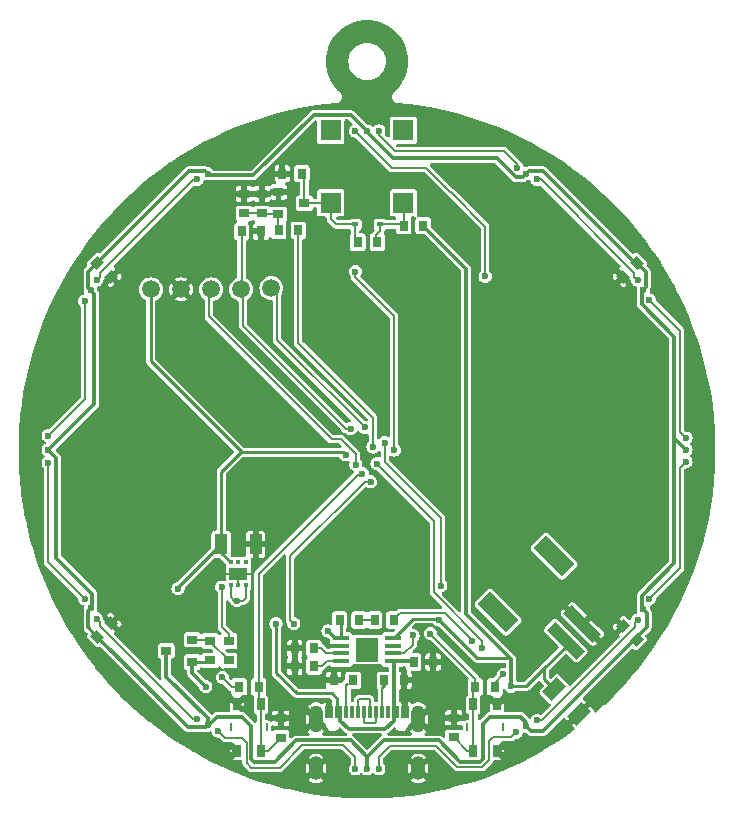
<source format=gbl>
G04 #@! TF.GenerationSoftware,KiCad,Pcbnew,8.0.5*
G04 #@! TF.CreationDate,2024-12-10T21:34:54+01:00*
G04 #@! TF.ProjectId,xmasOrnament2024,786d6173-4f72-46e6-916d-656e74323032,rev?*
G04 #@! TF.SameCoordinates,Original*
G04 #@! TF.FileFunction,Copper,L2,Bot*
G04 #@! TF.FilePolarity,Positive*
%FSLAX46Y46*%
G04 Gerber Fmt 4.6, Leading zero omitted, Abs format (unit mm)*
G04 Created by KiCad (PCBNEW 8.0.5) date 2024-12-10 21:34:54*
%MOMM*%
%LPD*%
G01*
G04 APERTURE LIST*
G04 Aperture macros list*
%AMRotRect*
0 Rectangle, with rotation*
0 The origin of the aperture is its center*
0 $1 length*
0 $2 width*
0 $3 Rotation angle, in degrees counterclockwise*
0 Add horizontal line*
21,1,$1,$2,0,0,$3*%
G04 Aperture macros list end*
G04 #@! TA.AperFunction,SMDPad,CuDef*
%ADD10C,1.500000*%
G04 #@! TD*
G04 #@! TA.AperFunction,SMDPad,CuDef*
%ADD11RotRect,0.800000X0.950000X135.000000*%
G04 #@! TD*
G04 #@! TA.AperFunction,SMDPad,CuDef*
%ADD12R,0.800000X0.950000*%
G04 #@! TD*
G04 #@! TA.AperFunction,SMDPad,CuDef*
%ADD13R,0.900000X0.800000*%
G04 #@! TD*
G04 #@! TA.AperFunction,SMDPad,CuDef*
%ADD14RotRect,1.000000X3.500000X225.000000*%
G04 #@! TD*
G04 #@! TA.AperFunction,SMDPad,CuDef*
%ADD15RotRect,1.500000X3.400000X225.000000*%
G04 #@! TD*
G04 #@! TA.AperFunction,SMDPad,CuDef*
%ADD16R,0.950000X0.800000*%
G04 #@! TD*
G04 #@! TA.AperFunction,SMDPad,CuDef*
%ADD17RotRect,0.800000X0.950000X45.000000*%
G04 #@! TD*
G04 #@! TA.AperFunction,SMDPad,CuDef*
%ADD18R,1.125000X1.750000*%
G04 #@! TD*
G04 #@! TA.AperFunction,SMDPad,CuDef*
%ADD19RotRect,1.125000X1.750000X135.000000*%
G04 #@! TD*
G04 #@! TA.AperFunction,SMDPad,CuDef*
%ADD20R,0.590000X0.450000*%
G04 #@! TD*
G04 #@! TA.AperFunction,SMDPad,CuDef*
%ADD21R,0.300000X1.140000*%
G04 #@! TD*
G04 #@! TA.AperFunction,ComponentPad*
%ADD22O,1.200000X2.000000*%
G04 #@! TD*
G04 #@! TA.AperFunction,ComponentPad*
%ADD23O,1.200000X2.300000*%
G04 #@! TD*
G04 #@! TA.AperFunction,SMDPad,CuDef*
%ADD24R,1.400000X0.450000*%
G04 #@! TD*
G04 #@! TA.AperFunction,SMDPad,CuDef*
%ADD25R,1.880000X2.000000*%
G04 #@! TD*
G04 #@! TA.AperFunction,SMDPad,CuDef*
%ADD26R,0.700000X1.100000*%
G04 #@! TD*
G04 #@! TA.AperFunction,SMDPad,CuDef*
%ADD27R,0.250000X0.700000*%
G04 #@! TD*
G04 #@! TA.AperFunction,SMDPad,CuDef*
%ADD28R,0.300000X0.450000*%
G04 #@! TD*
G04 #@! TA.AperFunction,SMDPad,CuDef*
%ADD29R,1.600000X1.000000*%
G04 #@! TD*
G04 #@! TA.AperFunction,SMDPad,CuDef*
%ADD30RotRect,0.800000X0.950000X225.000000*%
G04 #@! TD*
G04 #@! TA.AperFunction,SMDPad,CuDef*
%ADD31R,1.800000X1.800000*%
G04 #@! TD*
G04 #@! TA.AperFunction,ViaPad*
%ADD32C,0.600000*%
G04 #@! TD*
G04 #@! TA.AperFunction,Conductor*
%ADD33C,0.200000*%
G04 #@! TD*
G04 #@! TA.AperFunction,Conductor*
%ADD34C,0.300000*%
G04 #@! TD*
G04 #@! TA.AperFunction,Conductor*
%ADD35C,0.256000*%
G04 #@! TD*
G04 APERTURE END LIST*
D10*
X133190000Y-82100000D03*
X125550000Y-82100000D03*
D11*
X122183363Y-81033363D03*
X121016637Y-79866637D03*
D12*
X149450000Y-113650000D03*
X147800000Y-113650000D03*
X137725000Y-114000000D03*
X139375000Y-114000000D03*
D13*
X129050000Y-111750001D03*
X126850001Y-112700000D03*
X129050000Y-113649999D03*
D10*
X130650000Y-82100000D03*
D14*
X160674406Y-111838620D03*
X162088620Y-110424406D03*
D15*
X159684457Y-104696841D03*
X154946841Y-109434457D03*
D16*
X130550000Y-113525000D03*
X130550000Y-111875000D03*
D12*
X141525000Y-110100000D03*
X143175000Y-110100000D03*
D17*
X121016637Y-111533363D03*
X122183363Y-110366637D03*
D18*
X134412500Y-103700000D03*
X131487500Y-103700000D03*
D10*
X135750000Y-82000000D03*
D12*
X136675000Y-72300000D03*
X138325000Y-72300000D03*
D19*
X161784144Y-118034144D03*
X159715856Y-115965856D03*
D20*
X142845000Y-76600000D03*
X144955000Y-76600000D03*
D16*
X151200000Y-118375000D03*
X151200000Y-120025000D03*
D21*
X147200000Y-117890000D03*
X146400000Y-117890000D03*
X145100000Y-117890000D03*
X144100000Y-117890000D03*
X143600000Y-117890000D03*
X142600000Y-117890000D03*
X141300000Y-117890000D03*
X140500000Y-117890000D03*
X140800000Y-117890000D03*
X141600000Y-117890000D03*
X142100000Y-117890000D03*
X143100000Y-117890000D03*
X144600000Y-117890000D03*
X145600000Y-117890000D03*
X146100000Y-117890000D03*
X146900000Y-117890000D03*
D22*
X148175000Y-122660000D03*
D23*
X148175000Y-118480000D03*
D22*
X139525000Y-122660000D03*
D23*
X139525000Y-118480000D03*
D16*
X133450000Y-74025000D03*
X133450000Y-75675000D03*
X136550000Y-118425000D03*
X136550000Y-120075000D03*
D12*
X133225000Y-77200000D03*
X134875000Y-77200000D03*
X136375000Y-77100000D03*
X138025000Y-77100000D03*
D24*
X141650000Y-113575000D03*
X141650000Y-112925000D03*
X141650000Y-112275000D03*
X141650000Y-111625000D03*
X146050000Y-111625000D03*
X146050000Y-112275000D03*
X146050000Y-112925000D03*
X146050000Y-113575000D03*
D25*
X143850000Y-112600000D03*
D12*
X148600000Y-76700000D03*
X146950000Y-76700000D03*
D26*
X132850000Y-117250000D03*
X132850000Y-121150000D03*
X134850000Y-117250000D03*
X134850000Y-121150000D03*
D27*
X135350000Y-119200000D03*
X132350000Y-119200000D03*
D28*
X132300000Y-105225000D03*
X132950000Y-105225000D03*
X133600000Y-105225000D03*
X133600000Y-107175000D03*
X132950000Y-107175000D03*
X132300000Y-107175000D03*
D29*
X132950000Y-106200000D03*
D12*
X137725000Y-112500000D03*
X139375000Y-112500000D03*
D13*
X136350000Y-75750000D03*
X138550000Y-74800000D03*
X136350000Y-73850000D03*
D12*
X133025000Y-115750000D03*
X134675000Y-115750000D03*
X154675000Y-115750000D03*
X153025000Y-115750000D03*
X144487000Y-110096500D03*
X146137000Y-110096500D03*
D16*
X132150000Y-113525000D03*
X132150000Y-111875000D03*
X134950000Y-75675000D03*
X134950000Y-74025000D03*
D26*
X154850000Y-121150000D03*
X154850000Y-117250000D03*
X152850000Y-121150000D03*
X152850000Y-117250000D03*
D27*
X152350000Y-119200000D03*
X155350000Y-119200000D03*
D30*
X166683362Y-79866637D03*
X165516638Y-81033363D03*
D12*
X141025000Y-115200000D03*
X142675000Y-115200000D03*
D11*
X166683363Y-111783363D03*
X165516637Y-110616637D03*
D10*
X128110000Y-82100000D03*
D31*
X146925000Y-74775000D03*
X140775000Y-74775000D03*
X140775000Y-68625000D03*
X146925000Y-68625000D03*
D12*
X146975000Y-115200000D03*
X145325000Y-115200000D03*
X143075000Y-78100000D03*
X144725000Y-78100000D03*
D32*
X129050000Y-71100000D03*
X168450000Y-80900000D03*
X115150000Y-96300000D03*
X172550000Y-95100000D03*
X157750000Y-70600000D03*
X138100000Y-117700000D03*
X138100000Y-119200000D03*
X143850000Y-120200000D03*
X149850000Y-119200000D03*
X158650000Y-120200000D03*
X119250000Y-110500000D03*
X149850000Y-117700000D03*
X144450000Y-124400000D03*
X143250000Y-67000000D03*
X142850000Y-94700000D03*
X143850000Y-71950000D03*
X143850000Y-106950000D03*
X129950000Y-120800000D03*
X156050000Y-115700000D03*
X132850000Y-108450000D03*
X130200000Y-115750000D03*
X149950000Y-110100000D03*
X170850000Y-95700000D03*
X120450000Y-82200000D03*
X143850000Y-122700000D03*
X130350000Y-119000000D03*
X130350000Y-72300000D03*
X116850000Y-95700000D03*
X157350000Y-72300000D03*
X120450000Y-109100000D03*
X167250000Y-109200000D03*
X143850000Y-68700000D03*
X157350000Y-119100000D03*
X167250000Y-82200000D03*
X136150000Y-110400000D03*
X140550000Y-111028000D03*
X152756000Y-111856000D03*
X147750000Y-111400000D03*
X142850000Y-68700000D03*
X153850000Y-81000000D03*
X142850000Y-80600000D03*
X146150000Y-95700000D03*
X144850000Y-68700000D03*
X156550000Y-71800000D03*
X166750000Y-81300000D03*
X158250000Y-72800000D03*
X167750000Y-83000000D03*
X170850000Y-94700000D03*
X167750000Y-108300000D03*
X170850000Y-96700000D03*
X158250000Y-118600000D03*
X166750000Y-110100000D03*
X131250000Y-119500000D03*
X142850000Y-122700000D03*
X144150000Y-98400000D03*
X149200000Y-111250000D03*
X137650000Y-110400000D03*
X143450000Y-97700000D03*
X156450000Y-119600000D03*
X144850000Y-122700000D03*
X145350000Y-95100000D03*
X131550000Y-107300000D03*
X150100000Y-107200000D03*
X144350000Y-95450000D03*
X142900000Y-96950000D03*
X142450000Y-93900000D03*
X143650000Y-93800000D03*
X120950000Y-110000000D03*
X129450000Y-118500000D03*
X116850000Y-96800000D03*
X119950000Y-108300000D03*
X119950000Y-83100000D03*
X116850000Y-94500000D03*
X120950000Y-81300000D03*
X129450000Y-72800000D03*
X127850000Y-107450000D03*
X144687608Y-96862392D03*
X155400000Y-114700000D03*
X153600000Y-112450000D03*
X142050000Y-96100000D03*
X131600000Y-114950000D03*
D33*
X133350000Y-106200000D02*
X134100000Y-106200000D01*
X132950000Y-106200000D02*
X132600000Y-106200000D01*
X132600000Y-106200000D02*
X131850000Y-106200000D01*
X132950000Y-106200000D02*
X133350000Y-106200000D01*
D34*
X141650000Y-112275000D02*
X140675000Y-112275000D01*
X140675000Y-112275000D02*
X140650000Y-112300000D01*
D33*
X132950000Y-107175000D02*
X132950000Y-106200000D01*
X122114471Y-110315942D02*
X122114471Y-110337500D01*
X132850000Y-108450000D02*
X132600000Y-108450000D01*
D35*
X160674406Y-111838620D02*
X160674406Y-112375594D01*
D34*
X148600000Y-76700000D02*
X152250000Y-80350000D01*
D33*
X132850000Y-108450000D02*
X133350000Y-108450000D01*
D34*
X152250000Y-80350000D02*
X152250000Y-109600000D01*
D33*
X132300000Y-108150000D02*
X132300000Y-107175000D01*
D35*
X156050000Y-115700000D02*
X157350000Y-115700000D01*
D33*
X133600000Y-108200000D02*
X133600000Y-107175000D01*
D35*
X156000000Y-115750000D02*
X156050000Y-115700000D01*
X146050000Y-111625000D02*
X146125000Y-111625000D01*
X155978000Y-113328000D02*
X156050000Y-113400000D01*
X157350000Y-115700000D02*
X158850000Y-114200000D01*
D34*
X156050000Y-113400000D02*
X156050000Y-115700000D01*
D35*
X149950000Y-110100000D02*
X153178000Y-113328000D01*
D34*
X129050000Y-114600000D02*
X129050000Y-113649999D01*
D35*
X149850000Y-110000000D02*
X149950000Y-110100000D01*
D34*
X130200000Y-115750000D02*
X129050000Y-114600000D01*
D35*
X158850000Y-115100000D02*
X159715856Y-115965856D01*
X160674406Y-112375594D02*
X158850000Y-114200000D01*
X130200000Y-115750000D02*
X130250000Y-115750000D01*
X147750000Y-110000000D02*
X149850000Y-110000000D01*
D33*
X133350000Y-108450000D02*
X133600000Y-108200000D01*
X132600000Y-108450000D02*
X132300000Y-108150000D01*
D35*
X158850000Y-114200000D02*
X158850000Y-115100000D01*
X130425001Y-113649999D02*
X130550000Y-113525000D01*
X129050000Y-113649999D02*
X130425001Y-113649999D01*
D34*
X152250000Y-109600000D02*
X156050000Y-113400000D01*
D35*
X153178000Y-113328000D02*
X155978000Y-113328000D01*
X146125000Y-111625000D02*
X147750000Y-110000000D01*
D34*
X130500000Y-72450000D02*
X130350000Y-72300000D01*
X158750000Y-72100000D02*
X166837500Y-80187500D01*
X120250000Y-80623029D02*
X120685529Y-80187500D01*
X120750000Y-91800000D02*
X116850000Y-95700000D01*
X156430761Y-72600000D02*
X154850000Y-71019239D01*
X157350000Y-72300000D02*
X157050000Y-72600000D01*
D33*
X167064471Y-111185529D02*
X167064471Y-111162500D01*
D34*
X130200000Y-119150000D02*
X128673028Y-119150000D01*
X134050000Y-119100000D02*
X133250000Y-118300000D01*
D33*
X167362194Y-80535224D02*
X167014470Y-80187500D01*
D34*
X157350000Y-119100000D02*
X157750000Y-119500000D01*
X120250000Y-110726971D02*
X120337805Y-110814776D01*
X170850000Y-95700000D02*
X169850000Y-94700000D01*
X130350000Y-119000000D02*
X130200000Y-119150000D01*
X134200000Y-72450000D02*
X130500000Y-72450000D01*
X153650000Y-121850000D02*
X153650000Y-118900000D01*
X120550000Y-82300000D02*
X120750000Y-82500000D01*
X130350000Y-118400000D02*
X130350000Y-119000000D01*
X167100000Y-108025735D02*
X167100000Y-109050000D01*
X154850000Y-71019239D02*
X146069239Y-71019239D01*
X167362194Y-81987806D02*
X167450000Y-81900000D01*
X167100000Y-83350000D02*
X167100000Y-82350000D01*
X134300000Y-122100000D02*
X134050000Y-121850000D01*
D33*
X167150000Y-82300000D02*
X167250000Y-82200000D01*
X128623028Y-119100000D02*
X128586514Y-119063486D01*
X143850000Y-68700000D02*
X143850000Y-68800000D01*
D34*
X120337805Y-109212195D02*
X120250000Y-109300000D01*
X134050000Y-121850000D02*
X134050000Y-119100000D01*
X139350000Y-67300000D02*
X134200000Y-72450000D01*
X157550000Y-72100000D02*
X158750000Y-72100000D01*
X143850000Y-121700000D02*
X142450000Y-120300000D01*
X126850001Y-114900001D02*
X130350000Y-118400000D01*
D33*
X120450000Y-82200000D02*
X120350000Y-82100000D01*
D34*
X120250000Y-82000000D02*
X120250000Y-80623029D01*
X142450000Y-120300000D02*
X137850000Y-120300000D01*
X120685529Y-80187500D02*
X128773029Y-72100000D01*
X131150000Y-118300000D02*
X130450000Y-119000000D01*
X151750000Y-122100000D02*
X153400000Y-122100000D01*
X130150000Y-72100000D02*
X130250000Y-72200000D01*
X143850000Y-68700000D02*
X142450000Y-67300000D01*
X167350000Y-80523030D02*
X167014470Y-80187500D01*
X149950000Y-120300000D02*
X151750000Y-122100000D01*
X157050000Y-72600000D02*
X156430761Y-72600000D01*
D33*
X167250000Y-82100000D02*
X167362194Y-81987806D01*
D34*
X156850000Y-118300000D02*
X157350000Y-118800000D01*
D33*
X120450000Y-82200000D02*
X120550000Y-82300000D01*
D34*
X137850000Y-120300000D02*
X136050000Y-122100000D01*
X133250000Y-118300000D02*
X131150000Y-118300000D01*
D33*
X167250000Y-109200000D02*
X167150000Y-109100000D01*
D34*
X167064471Y-111162500D02*
X167550000Y-110676971D01*
X120600000Y-107901471D02*
X120600000Y-108950000D01*
X167100000Y-109050000D02*
X167250000Y-109200000D01*
X158750000Y-119500000D02*
X167064471Y-111185529D01*
X143850000Y-122700000D02*
X143850000Y-121700000D01*
X120250000Y-109300000D02*
X120250000Y-110726971D01*
X117550000Y-96400000D02*
X116850000Y-95700000D01*
X142450000Y-67300000D02*
X139350000Y-67300000D01*
X153400000Y-122100000D02*
X153650000Y-121850000D01*
X145250000Y-120300000D02*
X149950000Y-120300000D01*
X120750000Y-82500000D02*
X120750000Y-91800000D01*
X153650000Y-118900000D02*
X154250000Y-118300000D01*
X128673028Y-119150000D02*
X128586514Y-119063486D01*
X120350000Y-82100000D02*
X120250000Y-82000000D01*
X157750000Y-119500000D02*
X158750000Y-119500000D01*
X169850000Y-94700000D02*
X169850000Y-86100000D01*
X120600000Y-108950000D02*
X120450000Y-109100000D01*
X167450000Y-81900000D02*
X167450000Y-80623030D01*
X128773029Y-72100000D02*
X130150000Y-72100000D01*
X167100000Y-82350000D02*
X167250000Y-82200000D01*
X169850000Y-86100000D02*
X167100000Y-83350000D01*
X157450000Y-72200000D02*
X157550000Y-72100000D01*
X167450000Y-80623030D02*
X167362194Y-80535224D01*
X120685529Y-111162500D02*
X128586514Y-119063486D01*
X117550000Y-104851471D02*
X117550000Y-96400000D01*
D33*
X143850000Y-122700000D02*
X143750000Y-122700000D01*
X120450000Y-109100000D02*
X120550000Y-109000000D01*
X167250000Y-82200000D02*
X167250000Y-82100000D01*
D34*
X136050000Y-122100000D02*
X134300000Y-122100000D01*
X167550000Y-110676971D02*
X167550000Y-109500000D01*
X169850000Y-105275735D02*
X167100000Y-108025735D01*
D33*
X166837500Y-80187500D02*
X167014470Y-80187500D01*
X120450000Y-109100000D02*
X120337805Y-109212195D01*
D34*
X157350000Y-118800000D02*
X157350000Y-119100000D01*
X143850000Y-121700000D02*
X145250000Y-120300000D01*
D33*
X130350000Y-72300000D02*
X130450000Y-72400000D01*
X157250000Y-72400000D02*
X157350000Y-72300000D01*
D35*
X120337805Y-110814776D02*
X120685529Y-111162500D01*
D33*
X130350000Y-119000000D02*
X130450000Y-119000000D01*
X116850000Y-95700000D02*
X116850000Y-95900000D01*
X157350000Y-72300000D02*
X157450000Y-72200000D01*
D34*
X117550000Y-104851471D02*
X120600000Y-107901471D01*
X169850000Y-94700000D02*
X169850000Y-105275735D01*
X126850001Y-112700000D02*
X126850001Y-114900001D01*
X154250000Y-118300000D02*
X156850000Y-118300000D01*
D33*
X130250000Y-72200000D02*
X130350000Y-72300000D01*
D34*
X146069239Y-71019239D02*
X143850000Y-68800000D01*
X167550000Y-109500000D02*
X167250000Y-109200000D01*
D35*
X140550000Y-111028000D02*
X141147000Y-111625000D01*
D34*
X146100000Y-117890000D02*
X146100000Y-118610051D01*
D35*
X140850000Y-116300000D02*
X141300000Y-116750000D01*
D34*
X145410051Y-119300000D02*
X142289949Y-119300000D01*
X146125000Y-113650000D02*
X146125000Y-117865000D01*
X146050000Y-113575000D02*
X147725000Y-113575000D01*
D35*
X136150000Y-110400000D02*
X136150000Y-114550000D01*
X136150000Y-114550000D02*
X137900000Y-116300000D01*
D34*
X146100000Y-118610051D02*
X145410051Y-119300000D01*
D35*
X141147000Y-111625000D02*
X141650000Y-111625000D01*
D34*
X146125000Y-117865000D02*
X146100000Y-117890000D01*
X141600000Y-118610051D02*
X141600000Y-117890000D01*
X147725000Y-113575000D02*
X147800000Y-113650000D01*
X146050000Y-113575000D02*
X146125000Y-113650000D01*
D35*
X141300000Y-116750000D02*
X141300000Y-117890000D01*
D34*
X142289949Y-119300000D02*
X141600000Y-118610051D01*
D35*
X141650000Y-110150000D02*
X141600000Y-110100000D01*
X137900000Y-116300000D02*
X140850000Y-116300000D01*
X141650000Y-111625000D02*
X141650000Y-110150000D01*
X142150000Y-115500000D02*
X142100000Y-115550000D01*
D33*
X142100000Y-115550000D02*
X142100000Y-117890000D01*
X143100000Y-116850000D02*
X143100000Y-117890000D01*
X144100000Y-116850000D02*
X144050000Y-116800000D01*
X143150000Y-116800000D02*
X143100000Y-116850000D01*
X144100000Y-117890000D02*
X144100000Y-116850000D01*
X144050000Y-116800000D02*
X143150000Y-116800000D01*
X143690000Y-118800000D02*
X143600000Y-118710000D01*
X143600000Y-118710000D02*
X143600000Y-117890000D01*
X144600000Y-118750000D02*
X144550000Y-118800000D01*
X144550000Y-118800000D02*
X143690000Y-118800000D01*
X144600000Y-117890000D02*
X144600000Y-118750000D01*
X145100000Y-117890000D02*
X145100000Y-115775000D01*
D35*
X145100000Y-115775000D02*
X145375000Y-115500000D01*
D33*
X140400000Y-112925000D02*
X139975000Y-112500000D01*
X139975000Y-112500000D02*
X139375000Y-112500000D01*
X141650000Y-112925000D02*
X140400000Y-112925000D01*
X141650000Y-113575000D02*
X140425000Y-113575000D01*
X140000000Y-114000000D02*
X139375000Y-114000000D01*
X140425000Y-113575000D02*
X140000000Y-114000000D01*
X152756000Y-111806000D02*
X150450000Y-109500000D01*
X152756000Y-111856000D02*
X152756000Y-111806000D01*
X147750000Y-111400000D02*
X147750000Y-112181000D01*
X146650000Y-109500000D02*
X146221500Y-109928500D01*
X146221500Y-109928500D02*
X146221500Y-110096500D01*
X147006000Y-112925000D02*
X146050000Y-112925000D01*
X147750000Y-112181000D02*
X147006000Y-112925000D01*
X150450000Y-109500000D02*
X146650000Y-109500000D01*
D35*
X144568000Y-110100000D02*
X144571500Y-110096500D01*
D33*
X143250000Y-110100000D02*
X144568000Y-110100000D01*
X142850000Y-80600000D02*
X142850000Y-81100000D01*
X150900000Y-73850000D02*
X150950000Y-73900000D01*
X153850000Y-76800000D02*
X153850000Y-81000000D01*
X150950000Y-73900000D02*
X153850000Y-76800000D01*
X142850000Y-68700000D02*
X145950000Y-71800000D01*
X142850000Y-81100000D02*
X146150000Y-84400000D01*
X146150000Y-84400000D02*
X146150000Y-95700000D01*
X145950000Y-71800000D02*
X148850000Y-71800000D01*
X148850000Y-71800000D02*
X150900000Y-73850000D01*
X144850000Y-69000000D02*
X146250000Y-70400000D01*
X144850000Y-68700000D02*
X144850000Y-69000000D01*
X155450000Y-70400000D02*
X156550000Y-71500000D01*
X146250000Y-70400000D02*
X155450000Y-70400000D01*
X156550000Y-71500000D02*
X156550000Y-71800000D01*
X158550000Y-72800000D02*
X158250000Y-72800000D01*
X166469440Y-80719440D02*
X158550000Y-72800000D01*
X166750000Y-81300000D02*
X166469440Y-81019440D01*
X166469440Y-81019440D02*
X166469440Y-80719440D01*
X170850000Y-94700000D02*
X170350000Y-94200000D01*
X170350000Y-94200000D02*
X170350000Y-85600000D01*
X170350000Y-85600000D02*
X167750000Y-83000000D01*
X170350000Y-105700000D02*
X167750000Y-108300000D01*
X170850000Y-96700000D02*
X170350000Y-97200000D01*
X170350000Y-97200000D02*
X170350000Y-105700000D01*
X166519439Y-110730561D02*
X158650000Y-118600000D01*
X166750000Y-110100000D02*
X166519439Y-110330561D01*
X166519439Y-110330561D02*
X166519439Y-110730561D01*
X158650000Y-118600000D02*
X158250000Y-118600000D01*
X144955000Y-77195000D02*
X144650000Y-77500000D01*
D35*
X146850000Y-76600000D02*
X146950000Y-76700000D01*
X144650000Y-77950000D02*
X144750000Y-78050000D01*
D33*
X144955000Y-76600000D02*
X144955000Y-77195000D01*
D35*
X146950000Y-74800000D02*
X146925000Y-74775000D01*
D33*
X146950000Y-76700000D02*
X146950000Y-74800000D01*
X144650000Y-77500000D02*
X144650000Y-77950000D01*
X144955000Y-76600000D02*
X146850000Y-76600000D01*
X134050000Y-122600000D02*
X136450000Y-122600000D01*
X136450000Y-122600000D02*
X138350000Y-120700000D01*
X133650000Y-120500000D02*
X133650000Y-122200000D01*
X133250000Y-120100000D02*
X133650000Y-120500000D01*
X142850000Y-121700000D02*
X142850000Y-122700000D01*
X133650000Y-122200000D02*
X134050000Y-122600000D01*
X138350000Y-120700000D02*
X141850000Y-120700000D01*
X131850000Y-120100000D02*
X133250000Y-120100000D01*
X131250000Y-119500000D02*
X131850000Y-120100000D01*
X141850000Y-120700000D02*
X142850000Y-121700000D01*
X138550000Y-74800000D02*
X138550000Y-72525000D01*
D35*
X138550000Y-72525000D02*
X138325000Y-72300000D01*
X140750000Y-74800000D02*
X140775000Y-74775000D01*
D33*
X141250000Y-76600000D02*
X142845000Y-76600000D01*
X142845000Y-76600000D02*
X142845000Y-77795000D01*
D35*
X142845000Y-77795000D02*
X143100000Y-78050000D01*
D33*
X140775000Y-76125000D02*
X141250000Y-76600000D01*
X138550000Y-74800000D02*
X140750000Y-74800000D01*
X140775000Y-74775000D02*
X140775000Y-76125000D01*
D35*
X135025000Y-75750000D02*
X134950000Y-75675000D01*
D33*
X136350000Y-75750000D02*
X136350000Y-77075000D01*
X133450000Y-75675000D02*
X134950000Y-75675000D01*
D35*
X136350000Y-77075000D02*
X136375000Y-77100000D01*
D33*
X136350000Y-75750000D02*
X135025000Y-75750000D01*
X152850000Y-121150000D02*
X152325000Y-121150000D01*
X149200000Y-111250000D02*
X153025000Y-115075000D01*
D35*
X152850000Y-115925000D02*
X153025000Y-115750000D01*
D33*
X143650000Y-98400000D02*
X137350000Y-104700000D01*
X137350000Y-104700000D02*
X137350000Y-110100000D01*
X144150000Y-98400000D02*
X143650000Y-98400000D01*
X152325000Y-121150000D02*
X151200000Y-120025000D01*
X137350000Y-110100000D02*
X137650000Y-110400000D01*
X153025000Y-115075000D02*
X153025000Y-115750000D01*
X152850000Y-117250000D02*
X152850000Y-121150000D01*
X152850000Y-117250000D02*
X152850000Y-115925000D01*
X134675000Y-106175000D02*
X134675000Y-115750000D01*
X134675000Y-115750000D02*
X134675000Y-117075000D01*
X143450000Y-97700000D02*
X143150000Y-97700000D01*
X135475000Y-121150000D02*
X134850000Y-121150000D01*
X134675000Y-117075000D02*
X134850000Y-117250000D01*
X143150000Y-97700000D02*
X134675000Y-106175000D01*
X134850000Y-117250000D02*
X134850000Y-121150000D01*
X136550000Y-120075000D02*
X135475000Y-121150000D01*
X154550000Y-120000000D02*
X154200000Y-120350000D01*
X149700000Y-120750000D02*
X145800000Y-120750000D01*
X156050000Y-120000000D02*
X154550000Y-120000000D01*
X144850000Y-121700000D02*
X144850000Y-122700000D01*
X145800000Y-120750000D02*
X144850000Y-121700000D01*
X154200000Y-121936396D02*
X153586396Y-122550000D01*
X156450000Y-119600000D02*
X156050000Y-120000000D01*
X154200000Y-120350000D02*
X154200000Y-121936396D01*
X151500000Y-122550000D02*
X149700000Y-120750000D01*
X153586396Y-122550000D02*
X151500000Y-122550000D01*
X129050000Y-111750001D02*
X130425001Y-111750001D01*
X130550000Y-111925000D02*
X132150000Y-113525000D01*
D35*
X130425001Y-111750001D02*
X130550000Y-111875000D01*
X130550000Y-111875000D02*
X130550000Y-111925000D01*
D33*
X131550000Y-110650000D02*
X131550000Y-107300000D01*
X145350000Y-96700000D02*
X145350000Y-95100000D01*
X150100000Y-101450000D02*
X145350000Y-96700000D01*
X150100000Y-107200000D02*
X150100000Y-101450000D01*
X132150000Y-111250000D02*
X131550000Y-110650000D01*
X132150000Y-111875000D02*
X132150000Y-111250000D01*
X138025000Y-86650477D02*
X138025000Y-77100000D01*
X144350000Y-95450000D02*
X144350000Y-92975477D01*
X144350000Y-92975477D02*
X138025000Y-86650477D01*
X142900000Y-96050000D02*
X142900000Y-96950000D01*
X130450000Y-84400000D02*
X140850000Y-94800000D01*
X141650000Y-94800000D02*
X142900000Y-96050000D01*
X130450000Y-82100000D02*
X130450000Y-84400000D01*
X140850000Y-94800000D02*
X141650000Y-94800000D01*
X133225000Y-77200000D02*
X133225000Y-81975000D01*
X142050000Y-93900000D02*
X133350000Y-85200000D01*
X133225000Y-81975000D02*
X133350000Y-82100000D01*
X142450000Y-93900000D02*
X142050000Y-93900000D01*
X133350000Y-85200000D02*
X133350000Y-82100000D01*
X136250000Y-86400000D02*
X143650000Y-93800000D01*
X136250000Y-82000000D02*
X136250000Y-86400000D01*
X129450000Y-118500000D02*
X129132433Y-118500000D01*
X121250000Y-110300000D02*
X120950000Y-110000000D01*
X129132433Y-118500000D02*
X121250000Y-110617567D01*
X121250000Y-110617567D02*
X121250000Y-110300000D01*
X119950000Y-108300000D02*
X116850000Y-105200000D01*
X116850000Y-105200000D02*
X116850000Y-96800000D01*
X119950000Y-91400000D02*
X119950000Y-83100000D01*
X116850000Y-94500000D02*
X119950000Y-91400000D01*
X121230561Y-81019439D02*
X121230561Y-80751872D01*
X120950000Y-81300000D02*
X121230561Y-81019439D01*
X121230561Y-80751872D02*
X129182433Y-72800000D01*
X129182433Y-72800000D02*
X129450000Y-72800000D01*
D35*
X131487500Y-103700000D02*
X127850000Y-107337500D01*
D33*
X154675000Y-115425000D02*
X154675000Y-115750000D01*
D35*
X127850000Y-107337500D02*
X127850000Y-107450000D01*
X131487500Y-97562500D02*
X131487500Y-103700000D01*
X125550000Y-88200000D02*
X125550000Y-82100000D01*
X131487500Y-104412500D02*
X132300000Y-105225000D01*
D33*
X155400000Y-114700000D02*
X154675000Y-115425000D01*
X153600000Y-112450000D02*
X153600000Y-111851471D01*
D35*
X133150000Y-95900000D02*
X131487500Y-97562500D01*
X133250000Y-95900000D02*
X125550000Y-88200000D01*
X133250000Y-95900000D02*
X133150000Y-95900000D01*
X131487500Y-103700000D02*
X131487500Y-104412500D01*
D33*
X133025000Y-115750000D02*
X132400000Y-115750000D01*
D35*
X142050000Y-96100000D02*
X141850000Y-95900000D01*
X141850000Y-95900000D02*
X133250000Y-95900000D01*
D33*
X149500000Y-107751471D02*
X149500000Y-101674784D01*
X132400000Y-115750000D02*
X131600000Y-114950000D01*
X153600000Y-111851471D02*
X149500000Y-107751471D01*
X149500000Y-101674784D02*
X144687608Y-96862392D01*
G04 #@! TA.AperFunction,Conductor*
G36*
X145076701Y-119724185D02*
G01*
X145122456Y-119776989D01*
X145132400Y-119846147D01*
X145103375Y-119909703D01*
X145071663Y-119935887D01*
X145001631Y-119976320D01*
X145001628Y-119976322D01*
X143937681Y-121040270D01*
X143876358Y-121073755D01*
X143806666Y-121068771D01*
X143762319Y-121040270D01*
X142698371Y-119976322D01*
X142698369Y-119976320D01*
X142628336Y-119935886D01*
X142580122Y-119885319D01*
X142566900Y-119816712D01*
X142592868Y-119751848D01*
X142649782Y-119711320D01*
X142690338Y-119704500D01*
X145009662Y-119704500D01*
X145076701Y-119724185D01*
G37*
G04 #@! TD.AperFunction*
G04 #@! TA.AperFunction,Conductor*
G36*
X142298128Y-67724185D02*
G01*
X142318770Y-67740819D01*
X142597616Y-68019665D01*
X142631101Y-68080988D01*
X142626117Y-68150680D01*
X142584245Y-68206613D01*
X142571949Y-68214725D01*
X142570367Y-68215638D01*
X142570358Y-68215645D01*
X142454526Y-68304526D01*
X142413572Y-68357899D01*
X142365643Y-68420361D01*
X142309772Y-68555245D01*
X142309771Y-68555247D01*
X142290715Y-68699998D01*
X142290715Y-68700001D01*
X142309771Y-68844752D01*
X142309773Y-68844757D01*
X142365642Y-68979638D01*
X142365645Y-68979644D01*
X142454525Y-69095473D01*
X142454526Y-69095474D01*
X142570355Y-69184354D01*
X142570361Y-69184357D01*
X142637801Y-69212291D01*
X142705246Y-69240228D01*
X142777623Y-69249756D01*
X142849999Y-69259285D01*
X142856584Y-69259285D01*
X142923623Y-69278970D01*
X142944265Y-69295604D01*
X145666329Y-72017668D01*
X145732332Y-72083671D01*
X145813168Y-72130341D01*
X145903329Y-72154500D01*
X148651799Y-72154500D01*
X148718838Y-72174185D01*
X148739480Y-72190819D01*
X153459181Y-76910520D01*
X153492666Y-76971843D01*
X153495500Y-76998201D01*
X153495500Y-80512189D01*
X153475815Y-80579228D01*
X153459185Y-80599866D01*
X153454532Y-80604519D01*
X153454527Y-80604524D01*
X153454526Y-80604526D01*
X153396759Y-80679810D01*
X153365643Y-80720361D01*
X153309772Y-80855245D01*
X153309771Y-80855247D01*
X153290715Y-80999998D01*
X153290715Y-81000001D01*
X153309771Y-81144752D01*
X153309773Y-81144757D01*
X153365642Y-81279638D01*
X153365645Y-81279644D01*
X153454525Y-81395473D01*
X153454526Y-81395474D01*
X153570355Y-81484354D01*
X153570361Y-81484357D01*
X153637801Y-81512291D01*
X153705246Y-81540228D01*
X153777623Y-81549756D01*
X153849999Y-81559285D01*
X153850000Y-81559285D01*
X153850001Y-81559285D01*
X153898251Y-81552932D01*
X153994754Y-81540228D01*
X154129643Y-81484355D01*
X154245474Y-81395474D01*
X154334355Y-81279643D01*
X154390228Y-81144754D01*
X154409285Y-81000000D01*
X154408589Y-80994716D01*
X154406695Y-80980329D01*
X164638943Y-80980329D01*
X164638943Y-80980332D01*
X164658655Y-81079434D01*
X164658656Y-81079435D01*
X164700622Y-81142242D01*
X164700625Y-81142245D01*
X164877414Y-81319033D01*
X165163085Y-81033363D01*
X164824381Y-80694659D01*
X164700623Y-80818417D01*
X164658657Y-80881222D01*
X164638943Y-80980329D01*
X154406695Y-80980329D01*
X154390228Y-80855247D01*
X154390228Y-80855246D01*
X154334355Y-80720358D01*
X154245474Y-80604526D01*
X154245470Y-80604522D01*
X154245467Y-80604519D01*
X154240815Y-80599866D01*
X154207333Y-80538541D01*
X154204500Y-80512189D01*
X154204500Y-76753330D01*
X154190193Y-76699936D01*
X154180341Y-76663168D01*
X154133671Y-76582332D01*
X154067668Y-76516329D01*
X151167668Y-73616329D01*
X151117668Y-73566329D01*
X149186759Y-71635420D01*
X149153274Y-71574097D01*
X149158258Y-71504405D01*
X149200130Y-71448472D01*
X149265594Y-71424055D01*
X149274440Y-71423739D01*
X154631089Y-71423739D01*
X154698128Y-71443424D01*
X154718769Y-71460057D01*
X156182392Y-72923681D01*
X156274630Y-72976934D01*
X156377508Y-73004500D01*
X156377510Y-73004500D01*
X157103251Y-73004500D01*
X157103253Y-73004500D01*
X157206131Y-72976934D01*
X157298369Y-72923680D01*
X157334934Y-72887113D01*
X157396256Y-72853627D01*
X157406414Y-72851857D01*
X157494754Y-72840228D01*
X157536305Y-72823016D01*
X157605773Y-72815548D01*
X157668253Y-72846823D01*
X157703905Y-72906912D01*
X157706696Y-72921390D01*
X157709772Y-72944754D01*
X157709773Y-72944757D01*
X157765642Y-73079638D01*
X157765645Y-73079644D01*
X157854525Y-73195473D01*
X157854526Y-73195474D01*
X157970355Y-73284354D01*
X157970361Y-73284357D01*
X158035999Y-73311545D01*
X158105246Y-73340228D01*
X158177623Y-73349756D01*
X158249999Y-73359285D01*
X158250000Y-73359285D01*
X158250001Y-73359285D01*
X158313767Y-73350890D01*
X158394754Y-73340228D01*
X158455481Y-73315073D01*
X158524948Y-73307604D01*
X158587428Y-73338878D01*
X158590614Y-73341953D01*
X162322661Y-77074000D01*
X165296169Y-80047507D01*
X165329654Y-80108830D01*
X165324670Y-80178522D01*
X165296170Y-80222869D01*
X165177934Y-80341106D01*
X166169120Y-81332292D01*
X166202605Y-81393615D01*
X166204378Y-81403786D01*
X166209772Y-81444754D01*
X166265642Y-81579638D01*
X166265645Y-81579644D01*
X166354525Y-81695473D01*
X166354526Y-81695474D01*
X166470355Y-81784354D01*
X166470361Y-81784357D01*
X166515575Y-81803085D01*
X166605246Y-81840228D01*
X166628607Y-81843303D01*
X166692503Y-81871568D01*
X166730975Y-81929892D01*
X166731807Y-81999757D01*
X166726983Y-82013694D01*
X166709773Y-82055242D01*
X166709771Y-82055247D01*
X166690715Y-82199998D01*
X166690715Y-82200002D01*
X166697612Y-82252395D01*
X166695248Y-82288520D01*
X166696561Y-82288693D01*
X166695500Y-82296744D01*
X166695500Y-82296747D01*
X166695500Y-83296747D01*
X166695500Y-83403253D01*
X166723066Y-83506131D01*
X166776320Y-83598369D01*
X166776322Y-83598371D01*
X169409181Y-86231230D01*
X169442666Y-86292553D01*
X169445500Y-86318911D01*
X169445500Y-105056824D01*
X169425815Y-105123863D01*
X169409181Y-105144505D01*
X166776322Y-107777363D01*
X166776320Y-107777366D01*
X166723066Y-107869603D01*
X166695500Y-107972482D01*
X166695500Y-109103250D01*
X166696561Y-109111308D01*
X166695246Y-109111481D01*
X166697612Y-109147604D01*
X166690715Y-109199997D01*
X166690715Y-109200001D01*
X166709771Y-109344752D01*
X166709772Y-109344754D01*
X166726983Y-109386306D01*
X166734450Y-109455776D01*
X166703175Y-109518254D01*
X166643085Y-109553906D01*
X166628609Y-109556696D01*
X166605246Y-109559772D01*
X166605245Y-109559772D01*
X166470361Y-109615643D01*
X166470358Y-109615644D01*
X166470358Y-109615645D01*
X166354526Y-109704526D01*
X166312992Y-109758655D01*
X166265643Y-109820361D01*
X166209772Y-109955245D01*
X166209772Y-109955246D01*
X166204949Y-109991876D01*
X166176681Y-110055772D01*
X166118355Y-110094242D01*
X166048491Y-110095072D01*
X165994329Y-110063369D01*
X165731587Y-109800627D01*
X165731579Y-109800621D01*
X165668777Y-109758656D01*
X165569671Y-109738942D01*
X165569668Y-109738942D01*
X165470565Y-109758654D01*
X165470564Y-109758655D01*
X165407755Y-109800623D01*
X165407751Y-109800626D01*
X165230966Y-109977412D01*
X165230966Y-109977413D01*
X165782508Y-110528955D01*
X165815993Y-110590278D01*
X165811009Y-110659970D01*
X165782508Y-110704317D01*
X165177933Y-111308892D01*
X165221169Y-111352129D01*
X165254653Y-111413453D01*
X165249668Y-111483144D01*
X165221168Y-111527491D01*
X161131375Y-115617285D01*
X161070052Y-115650770D01*
X161000360Y-115645786D01*
X160944427Y-115603914D01*
X160940591Y-115598494D01*
X160930004Y-115582649D01*
X160930003Y-115582648D01*
X160099060Y-114751708D01*
X160099052Y-114751701D01*
X160036127Y-114709655D01*
X160036125Y-114709654D01*
X159936829Y-114689904D01*
X159936825Y-114689904D01*
X159837526Y-114709655D01*
X159837525Y-114709655D01*
X159774590Y-114751707D01*
X159496298Y-115029999D01*
X159434975Y-115063484D01*
X159365283Y-115058500D01*
X159320936Y-115029999D01*
X159268819Y-114977882D01*
X159235334Y-114916559D01*
X159232500Y-114890201D01*
X159232500Y-114409797D01*
X159252185Y-114342758D01*
X159268814Y-114322121D01*
X160592168Y-112998766D01*
X160653491Y-112965282D01*
X160723183Y-112970266D01*
X160767530Y-112998767D01*
X161396056Y-113627293D01*
X161406206Y-113634075D01*
X161458987Y-113669344D01*
X161458989Y-113669345D01*
X161558287Y-113689096D01*
X161558289Y-113689096D01*
X161558291Y-113689096D01*
X161657588Y-113669345D01*
X161657588Y-113669344D01*
X161657591Y-113669344D01*
X161720523Y-113627294D01*
X162463079Y-112884737D01*
X162505130Y-112821805D01*
X162524882Y-112722503D01*
X162524882Y-112722501D01*
X162524882Y-112722500D01*
X162505131Y-112623204D01*
X162486123Y-112594757D01*
X162463080Y-112560270D01*
X162463078Y-112560267D01*
X162463077Y-112560266D01*
X159952758Y-110049949D01*
X159952757Y-110049948D01*
X159952756Y-110049947D01*
X159952177Y-110049560D01*
X159889824Y-110007895D01*
X159889822Y-110007894D01*
X159790525Y-109988144D01*
X159790521Y-109988144D01*
X159691223Y-110007894D01*
X159691223Y-110007895D01*
X159691221Y-110007895D01*
X159691221Y-110007896D01*
X159683457Y-110013084D01*
X159628286Y-110049947D01*
X159628285Y-110049948D01*
X158885737Y-110792497D01*
X158885730Y-110792505D01*
X158843682Y-110855433D01*
X158823930Y-110954738D01*
X158823930Y-110954739D01*
X158843680Y-111054035D01*
X158885733Y-111116972D01*
X158885734Y-111116973D01*
X160051231Y-112282469D01*
X160084716Y-112343792D01*
X160079732Y-112413484D01*
X160051231Y-112457831D01*
X159366394Y-113142668D01*
X158615141Y-113893921D01*
X158615139Y-113893923D01*
X158543923Y-113965139D01*
X158543921Y-113965141D01*
X157883167Y-114625896D01*
X157227882Y-115281181D01*
X157166559Y-115314666D01*
X157140201Y-115317500D01*
X156578500Y-115317500D01*
X156511461Y-115297815D01*
X156465706Y-115245011D01*
X156454500Y-115193500D01*
X156454500Y-113346749D01*
X156454500Y-113346747D01*
X156426934Y-113243869D01*
X156418638Y-113229500D01*
X156373681Y-113151631D01*
X152690819Y-109468769D01*
X152657334Y-109407446D01*
X152654500Y-109381088D01*
X152654500Y-108762706D01*
X152954944Y-108762706D01*
X152963257Y-108804500D01*
X152974695Y-108862008D01*
X152978547Y-108867772D01*
X153016746Y-108924939D01*
X155456359Y-111364551D01*
X155456362Y-111364553D01*
X155519289Y-111406602D01*
X155519291Y-111406603D01*
X155618592Y-111426354D01*
X155717894Y-111406603D01*
X155780826Y-111364552D01*
X156876935Y-110268442D01*
X156918987Y-110205510D01*
X156938738Y-110106208D01*
X156918987Y-110006907D01*
X156876936Y-109943975D01*
X156473481Y-109540520D01*
X160238653Y-109540520D01*
X160238653Y-109540523D01*
X160258365Y-109639624D01*
X160258366Y-109639626D01*
X160300336Y-109702440D01*
X160300337Y-109702441D01*
X162810580Y-112212683D01*
X162810588Y-112212689D01*
X162873396Y-112254658D01*
X162873395Y-112254658D01*
X162972504Y-112274373D01*
X162972505Y-112274373D01*
X163071604Y-112254660D01*
X163071607Y-112254659D01*
X163134419Y-112212690D01*
X163328885Y-112018223D01*
X162088620Y-110777959D01*
X161735066Y-110424405D01*
X162442173Y-110424405D01*
X162442173Y-110424406D01*
X163682438Y-111664671D01*
X163876898Y-111470211D01*
X163876903Y-111470204D01*
X163918873Y-111407395D01*
X163918874Y-111407393D01*
X163938587Y-111308291D01*
X163938587Y-111308288D01*
X163918874Y-111209187D01*
X163918873Y-111209185D01*
X163876903Y-111146371D01*
X163876902Y-111146370D01*
X163400200Y-110669669D01*
X164638942Y-110669669D01*
X164638942Y-110669672D01*
X164658654Y-110768774D01*
X164658655Y-110768775D01*
X164700620Y-110831580D01*
X164824380Y-110955339D01*
X165163084Y-110616637D01*
X164877413Y-110330966D01*
X164877412Y-110330966D01*
X164700629Y-110507749D01*
X164700622Y-110507757D01*
X164658656Y-110570562D01*
X164638942Y-110669669D01*
X163400200Y-110669669D01*
X162798554Y-110068024D01*
X162798553Y-110068024D01*
X162442173Y-110424405D01*
X161735066Y-110424405D01*
X160494801Y-109184140D01*
X160300334Y-109378608D01*
X160258366Y-109441417D01*
X160258365Y-109441418D01*
X160238653Y-109540520D01*
X156473481Y-109540520D01*
X155763548Y-108830587D01*
X160848354Y-108830587D01*
X162088618Y-110070852D01*
X162088619Y-110070852D01*
X162445001Y-109714471D01*
X162445001Y-109714470D01*
X161366658Y-108636127D01*
X161366651Y-108636122D01*
X161303843Y-108594153D01*
X161303844Y-108594153D01*
X161204736Y-108574439D01*
X161204735Y-108574439D01*
X161105635Y-108594151D01*
X161105628Y-108594154D01*
X161042826Y-108636117D01*
X161042823Y-108636119D01*
X160848354Y-108830587D01*
X155763548Y-108830587D01*
X154437323Y-107504363D01*
X154429745Y-107499299D01*
X154374392Y-107462311D01*
X154324740Y-107452435D01*
X154275090Y-107442560D01*
X154275089Y-107442560D01*
X154175786Y-107462311D01*
X154112861Y-107504358D01*
X154112853Y-107504364D01*
X153016750Y-108600468D01*
X153016744Y-108600475D01*
X152974695Y-108663402D01*
X152961520Y-108729643D01*
X152954944Y-108762706D01*
X152654500Y-108762706D01*
X152654500Y-104025089D01*
X157692560Y-104025089D01*
X157712311Y-104124392D01*
X157753787Y-104186463D01*
X157754362Y-104187323D01*
X160193975Y-106626935D01*
X160193978Y-106626937D01*
X160256905Y-106668986D01*
X160256907Y-106668987D01*
X160356208Y-106688738D01*
X160455510Y-106668987D01*
X160518442Y-106626936D01*
X161614551Y-105530826D01*
X161656603Y-105467894D01*
X161676354Y-105368592D01*
X161656603Y-105269291D01*
X161614552Y-105206359D01*
X159174939Y-102766747D01*
X159174932Y-102766742D01*
X159112008Y-102724695D01*
X159062356Y-102714819D01*
X159012706Y-102704944D01*
X159012705Y-102704944D01*
X158913402Y-102724695D01*
X158850477Y-102766742D01*
X158850469Y-102766748D01*
X157754366Y-103862852D01*
X157754360Y-103862859D01*
X157712311Y-103925786D01*
X157692560Y-104025089D01*
X152654500Y-104025089D01*
X152654500Y-81672585D01*
X165230967Y-81672585D01*
X165230967Y-81672586D01*
X165407753Y-81849372D01*
X165407761Y-81849378D01*
X165470563Y-81891343D01*
X165569670Y-81911058D01*
X165569673Y-81911058D01*
X165668775Y-81891345D01*
X165668777Y-81891344D01*
X165731583Y-81849377D01*
X165855341Y-81725618D01*
X165516639Y-81386916D01*
X165516638Y-81386916D01*
X165230967Y-81672585D01*
X152654500Y-81672585D01*
X152654500Y-80296749D01*
X152654500Y-80296747D01*
X152626934Y-80193869D01*
X152624965Y-80190458D01*
X152624961Y-80190451D01*
X152624961Y-80190450D01*
X152573683Y-80101634D01*
X152573679Y-80101629D01*
X149290818Y-76818768D01*
X149257333Y-76757445D01*
X149254499Y-76731087D01*
X149254499Y-76199936D01*
X149254499Y-76199934D01*
X149239734Y-76125699D01*
X149203282Y-76071145D01*
X149183484Y-76041515D01*
X149124325Y-76001987D01*
X149099301Y-75985266D01*
X149099299Y-75985265D01*
X149099296Y-75985264D01*
X149025069Y-75970500D01*
X149025067Y-75970500D01*
X149024787Y-75970500D01*
X148168843Y-75970501D01*
X148168843Y-75968594D01*
X148108892Y-75957218D01*
X148058188Y-75909147D01*
X148041521Y-75841294D01*
X148062297Y-75777947D01*
X148064734Y-75774301D01*
X148079500Y-75700067D01*
X148079499Y-73849934D01*
X148064734Y-73775699D01*
X148046068Y-73747765D01*
X148008484Y-73691515D01*
X147956769Y-73656961D01*
X147924301Y-73635266D01*
X147924299Y-73635265D01*
X147924296Y-73635264D01*
X147850069Y-73620500D01*
X145999936Y-73620500D01*
X145925698Y-73635266D01*
X145841515Y-73691515D01*
X145785266Y-73775699D01*
X145785264Y-73775703D01*
X145770500Y-73849928D01*
X145770500Y-75700063D01*
X145785266Y-75774301D01*
X145841515Y-75858484D01*
X145875234Y-75881014D01*
X145925699Y-75914734D01*
X145925702Y-75914734D01*
X145925703Y-75914735D01*
X145950666Y-75919700D01*
X145999933Y-75929500D01*
X146209375Y-75929499D01*
X146276413Y-75949183D01*
X146322168Y-76001987D01*
X146332112Y-76071145D01*
X146312481Y-76122383D01*
X146310267Y-76125696D01*
X146310266Y-76125699D01*
X146308364Y-76135264D01*
X146306290Y-76145690D01*
X146273905Y-76207601D01*
X146213190Y-76242176D01*
X146184672Y-76245500D01*
X145535834Y-76245500D01*
X145468795Y-76225815D01*
X145442389Y-76199877D01*
X145442117Y-76200150D01*
X145433481Y-76191513D01*
X145364901Y-76145690D01*
X145349301Y-76135266D01*
X145349299Y-76135265D01*
X145349296Y-76135264D01*
X145275069Y-76120500D01*
X144634936Y-76120500D01*
X144560698Y-76135266D01*
X144476515Y-76191515D01*
X144420266Y-76275699D01*
X144420264Y-76275703D01*
X144405500Y-76349928D01*
X144405500Y-76850063D01*
X144420266Y-76924299D01*
X144420266Y-76924301D01*
X144483301Y-77018639D01*
X144480445Y-77020546D01*
X144504149Y-77063956D01*
X144499165Y-77133648D01*
X144470665Y-77177994D01*
X144432332Y-77216328D01*
X144432332Y-77216329D01*
X144366327Y-77282334D01*
X144366324Y-77282338D01*
X144345527Y-77318361D01*
X144294961Y-77366577D01*
X144262331Y-77377979D01*
X144225702Y-77385264D01*
X144225698Y-77385266D01*
X144141515Y-77441515D01*
X144085266Y-77525699D01*
X144085264Y-77525703D01*
X144070500Y-77599928D01*
X144070500Y-78600063D01*
X144085266Y-78674301D01*
X144141515Y-78758484D01*
X144175234Y-78781014D01*
X144225699Y-78814734D01*
X144225702Y-78814734D01*
X144225703Y-78814735D01*
X144250666Y-78819700D01*
X144299933Y-78829500D01*
X145150066Y-78829499D01*
X145224301Y-78814734D01*
X145308484Y-78758484D01*
X145364734Y-78674301D01*
X145379500Y-78600067D01*
X145379499Y-77599934D01*
X145364734Y-77525699D01*
X145364732Y-77525697D01*
X145364732Y-77525695D01*
X145302202Y-77432112D01*
X145281324Y-77365435D01*
X145285528Y-77331132D01*
X145309500Y-77241671D01*
X145309500Y-77157607D01*
X145329185Y-77090568D01*
X145364607Y-77054506D01*
X145433484Y-77008484D01*
X145433486Y-77008480D01*
X145442117Y-76999850D01*
X145443160Y-77000893D01*
X145486344Y-76964804D01*
X145535834Y-76954500D01*
X146171501Y-76954500D01*
X146238540Y-76974185D01*
X146284295Y-77026989D01*
X146295501Y-77078500D01*
X146295501Y-77200066D01*
X146298736Y-77216329D01*
X146310266Y-77274301D01*
X146366515Y-77358484D01*
X146384499Y-77370500D01*
X146450699Y-77414734D01*
X146450702Y-77414734D01*
X146450703Y-77414735D01*
X146475666Y-77419700D01*
X146524933Y-77429500D01*
X147375066Y-77429499D01*
X147449301Y-77414734D01*
X147533484Y-77358484D01*
X147589734Y-77274301D01*
X147604500Y-77200067D01*
X147604499Y-76199934D01*
X147589734Y-76125699D01*
X147587522Y-76122388D01*
X147566645Y-76055710D01*
X147585131Y-75988330D01*
X147637111Y-75941641D01*
X147690625Y-75929499D01*
X147856157Y-75929499D01*
X147856157Y-75931413D01*
X147916072Y-75942764D01*
X147966792Y-75990818D01*
X147983480Y-76058666D01*
X147962706Y-76122047D01*
X147960266Y-76125697D01*
X147960264Y-76125703D01*
X147945500Y-76199928D01*
X147945500Y-77200063D01*
X147960266Y-77274301D01*
X148016515Y-77358484D01*
X148034499Y-77370500D01*
X148100699Y-77414734D01*
X148100702Y-77414734D01*
X148100703Y-77414735D01*
X148125666Y-77419700D01*
X148174933Y-77429500D01*
X148706088Y-77429499D01*
X148773127Y-77449183D01*
X148793769Y-77465818D01*
X151809181Y-80481230D01*
X151842666Y-80542553D01*
X151845500Y-80568911D01*
X151845500Y-109296270D01*
X151825815Y-109363309D01*
X151773011Y-109409064D01*
X151703853Y-109419008D01*
X151640297Y-109389983D01*
X151633819Y-109383951D01*
X150195779Y-107945911D01*
X150162294Y-107884588D01*
X150167278Y-107814896D01*
X150209150Y-107758963D01*
X150237931Y-107744991D01*
X150237246Y-107743338D01*
X150311015Y-107712781D01*
X150379643Y-107684355D01*
X150495474Y-107595474D01*
X150584355Y-107479643D01*
X150640228Y-107344754D01*
X150659285Y-107200000D01*
X150640228Y-107055246D01*
X150584355Y-106920358D01*
X150495474Y-106804526D01*
X150495470Y-106804522D01*
X150495467Y-106804519D01*
X150490815Y-106799866D01*
X150457333Y-106738541D01*
X150454500Y-106712189D01*
X150454500Y-101403330D01*
X150454500Y-101403329D01*
X150430341Y-101313168D01*
X150383671Y-101232332D01*
X150317668Y-101166329D01*
X150313337Y-101161998D01*
X150313326Y-101161988D01*
X145740819Y-96589480D01*
X145707334Y-96528157D01*
X145704500Y-96501799D01*
X145704500Y-96301234D01*
X145724185Y-96234195D01*
X145776989Y-96188440D01*
X145846147Y-96178496D01*
X145875953Y-96186673D01*
X146005246Y-96240228D01*
X146077623Y-96249756D01*
X146149999Y-96259285D01*
X146150000Y-96259285D01*
X146150001Y-96259285D01*
X146220527Y-96250000D01*
X146294754Y-96240228D01*
X146429643Y-96184355D01*
X146545474Y-96095474D01*
X146634355Y-95979643D01*
X146690228Y-95844754D01*
X146705382Y-95729644D01*
X146709285Y-95700001D01*
X146709285Y-95699998D01*
X146690228Y-95555247D01*
X146690228Y-95555246D01*
X146634355Y-95420358D01*
X146545474Y-95304526D01*
X146545470Y-95304522D01*
X146545467Y-95304519D01*
X146540815Y-95299866D01*
X146507333Y-95238541D01*
X146504500Y-95212189D01*
X146504500Y-84353330D01*
X146487391Y-84289480D01*
X146480341Y-84263168D01*
X146433671Y-84182332D01*
X146367668Y-84116329D01*
X143322949Y-81071610D01*
X143289464Y-81010287D01*
X143294448Y-80940595D01*
X143312252Y-80908446D01*
X143334355Y-80879643D01*
X143390228Y-80744754D01*
X143409285Y-80600000D01*
X143409267Y-80599866D01*
X143390228Y-80455247D01*
X143390228Y-80455246D01*
X143334355Y-80320358D01*
X143245474Y-80204526D01*
X143129643Y-80115645D01*
X143129640Y-80115644D01*
X143129638Y-80115642D01*
X142994757Y-80059773D01*
X142994752Y-80059771D01*
X142850001Y-80040715D01*
X142849999Y-80040715D01*
X142705247Y-80059771D01*
X142705245Y-80059772D01*
X142570361Y-80115643D01*
X142570358Y-80115644D01*
X142570358Y-80115645D01*
X142454526Y-80204526D01*
X142383763Y-80296747D01*
X142365643Y-80320361D01*
X142309772Y-80455245D01*
X142309771Y-80455247D01*
X142290715Y-80599998D01*
X142290715Y-80600001D01*
X142309771Y-80744752D01*
X142309773Y-80744757D01*
X142365642Y-80879638D01*
X142365642Y-80879639D01*
X142365644Y-80879641D01*
X142365645Y-80879643D01*
X142453944Y-80994716D01*
X142454530Y-80995479D01*
X142459181Y-81000130D01*
X142492666Y-81061453D01*
X142495500Y-81087811D01*
X142495500Y-81146671D01*
X142509570Y-81199179D01*
X142519659Y-81236832D01*
X142566328Y-81317666D01*
X142566330Y-81317669D01*
X145759181Y-84510520D01*
X145792666Y-84571843D01*
X145795500Y-84598201D01*
X145795500Y-94498765D01*
X145775815Y-94565804D01*
X145723011Y-94611559D01*
X145653853Y-94621503D01*
X145624048Y-94613326D01*
X145494757Y-94559773D01*
X145494752Y-94559771D01*
X145350001Y-94540715D01*
X145349999Y-94540715D01*
X145205247Y-94559771D01*
X145205245Y-94559772D01*
X145070361Y-94615643D01*
X145070358Y-94615644D01*
X145070358Y-94615645D01*
X144954526Y-94704526D01*
X144954525Y-94704527D01*
X144954524Y-94704528D01*
X144926875Y-94740561D01*
X144870447Y-94781763D01*
X144800701Y-94785918D01*
X144739781Y-94751705D01*
X144707029Y-94689988D01*
X144704500Y-94665074D01*
X144704500Y-92928807D01*
X144704500Y-92928806D01*
X144680341Y-92838645D01*
X144633671Y-92757809D01*
X144567668Y-92691806D01*
X138415819Y-86539957D01*
X138382334Y-86478634D01*
X138379500Y-86452276D01*
X138379500Y-77945300D01*
X138399185Y-77878261D01*
X138451989Y-77832506D01*
X138479308Y-77823682D01*
X138524301Y-77814734D01*
X138608484Y-77758484D01*
X138664734Y-77674301D01*
X138679500Y-77600067D01*
X138679499Y-76599934D01*
X138664734Y-76525699D01*
X138630923Y-76475098D01*
X138608484Y-76441515D01*
X138558019Y-76407796D01*
X138524301Y-76385266D01*
X138524299Y-76385265D01*
X138524296Y-76385264D01*
X138450069Y-76370500D01*
X137599936Y-76370500D01*
X137525698Y-76385266D01*
X137441515Y-76441515D01*
X137385266Y-76525699D01*
X137385264Y-76525703D01*
X137370500Y-76599928D01*
X137370500Y-77600063D01*
X137385266Y-77674301D01*
X137441515Y-77758484D01*
X137475234Y-77781014D01*
X137525699Y-77814734D01*
X137525702Y-77814734D01*
X137525703Y-77814735D01*
X137570691Y-77823684D01*
X137632602Y-77856068D01*
X137667176Y-77916784D01*
X137670500Y-77945300D01*
X137670500Y-86603806D01*
X137670500Y-86697148D01*
X137694659Y-86787309D01*
X137741328Y-86868143D01*
X137741330Y-86868146D01*
X143931298Y-93058114D01*
X143964783Y-93119437D01*
X143959799Y-93189129D01*
X143917927Y-93245062D01*
X143852463Y-93269479D01*
X143802726Y-93261420D01*
X143802605Y-93261876D01*
X143798119Y-93260674D01*
X143796169Y-93260358D01*
X143794754Y-93259772D01*
X143794752Y-93259771D01*
X143650001Y-93240715D01*
X143643415Y-93240715D01*
X143576376Y-93221030D01*
X143555734Y-93204396D01*
X140098355Y-89747017D01*
X136640819Y-86289480D01*
X136607334Y-86228157D01*
X136604500Y-86201799D01*
X136604500Y-82563302D01*
X136619141Y-82504851D01*
X136682527Y-82386265D01*
X136739965Y-82196916D01*
X136759360Y-82000000D01*
X136739965Y-81803084D01*
X136682527Y-81613735D01*
X136682525Y-81613732D01*
X136682525Y-81613730D01*
X136589255Y-81439235D01*
X136589251Y-81439228D01*
X136463725Y-81286274D01*
X136310771Y-81160748D01*
X136310764Y-81160744D01*
X136136269Y-81067474D01*
X136002559Y-81026914D01*
X135946916Y-81010035D01*
X135946914Y-81010034D01*
X135946916Y-81010034D01*
X135750000Y-80990640D01*
X135553085Y-81010034D01*
X135363730Y-81067474D01*
X135189235Y-81160744D01*
X135189228Y-81160748D01*
X135036274Y-81286274D01*
X134910748Y-81439228D01*
X134910744Y-81439235D01*
X134817474Y-81613730D01*
X134760034Y-81803085D01*
X134740640Y-82000000D01*
X134760034Y-82196914D01*
X134817474Y-82386269D01*
X134910744Y-82560764D01*
X134910748Y-82560771D01*
X135036274Y-82713725D01*
X135189228Y-82839251D01*
X135189235Y-82839255D01*
X135363730Y-82932525D01*
X135363732Y-82932525D01*
X135363735Y-82932527D01*
X135553084Y-82989965D01*
X135553083Y-82989965D01*
X135577235Y-82992343D01*
X135750000Y-83009360D01*
X135759344Y-83008439D01*
X135827989Y-83021456D01*
X135878700Y-83069520D01*
X135895500Y-83131842D01*
X135895500Y-86353329D01*
X135895500Y-86446671D01*
X135919659Y-86536832D01*
X135964372Y-86614279D01*
X135966328Y-86617666D01*
X135966330Y-86617669D01*
X142483728Y-93135067D01*
X142517213Y-93196390D01*
X142512229Y-93266082D01*
X142470357Y-93322015D01*
X142412232Y-93345687D01*
X142305247Y-93359771D01*
X142305242Y-93359773D01*
X142173807Y-93414215D01*
X142104338Y-93421684D01*
X142041859Y-93390409D01*
X142038674Y-93387335D01*
X133740819Y-85089480D01*
X133707334Y-85028157D01*
X133704500Y-85001799D01*
X133704500Y-83035871D01*
X133724185Y-82968832D01*
X133749836Y-82940017D01*
X133750764Y-82939254D01*
X133750770Y-82939252D01*
X133903725Y-82813725D01*
X134029252Y-82660770D01*
X134097951Y-82532243D01*
X134122525Y-82486269D01*
X134122525Y-82486268D01*
X134122527Y-82486265D01*
X134179965Y-82296916D01*
X134199360Y-82100000D01*
X134179965Y-81903084D01*
X134122527Y-81713735D01*
X134122525Y-81713732D01*
X134122525Y-81713730D01*
X134029255Y-81539235D01*
X134029251Y-81539228D01*
X133903725Y-81386274D01*
X133750771Y-81260748D01*
X133750764Y-81260744D01*
X133645047Y-81204237D01*
X133595203Y-81155275D01*
X133579500Y-81094879D01*
X133579500Y-78045300D01*
X133599185Y-77978261D01*
X133651989Y-77932506D01*
X133679308Y-77923682D01*
X133724301Y-77914734D01*
X133808484Y-77858484D01*
X133864734Y-77774301D01*
X133879500Y-77700067D01*
X133879500Y-77700014D01*
X134221001Y-77700014D01*
X134235737Y-77774106D01*
X134235738Y-77774109D01*
X134291876Y-77858123D01*
X134375895Y-77914263D01*
X134375896Y-77914264D01*
X134449980Y-77928999D01*
X134624999Y-77928999D01*
X134625000Y-77928998D01*
X134625000Y-77450000D01*
X134221001Y-77450000D01*
X134221001Y-77700014D01*
X133879500Y-77700014D01*
X133879499Y-76699934D01*
X133864734Y-76625699D01*
X133808484Y-76541516D01*
X133808483Y-76541514D01*
X133808149Y-76541180D01*
X133807653Y-76540272D01*
X133801699Y-76531361D01*
X133802496Y-76530828D01*
X133774664Y-76479857D01*
X133779648Y-76410165D01*
X133821520Y-76354232D01*
X133886984Y-76329815D01*
X133895828Y-76329499D01*
X133950066Y-76329499D01*
X134024301Y-76314734D01*
X134108484Y-76258484D01*
X134108485Y-76258483D01*
X134112319Y-76254650D01*
X134173642Y-76221165D01*
X134243334Y-76226149D01*
X134287681Y-76254650D01*
X134291514Y-76258483D01*
X134349455Y-76297198D01*
X134394260Y-76350810D01*
X134402967Y-76420135D01*
X134372813Y-76483163D01*
X134349456Y-76503401D01*
X134291876Y-76541875D01*
X134235736Y-76625895D01*
X134235735Y-76625896D01*
X134221000Y-76699978D01*
X134221000Y-76950000D01*
X135001000Y-76950000D01*
X135068039Y-76969685D01*
X135113794Y-77022489D01*
X135125000Y-77074000D01*
X135125000Y-77928999D01*
X135300015Y-77928999D01*
X135374106Y-77914262D01*
X135374109Y-77914261D01*
X135458123Y-77858123D01*
X135514262Y-77774105D01*
X135521856Y-77735929D01*
X135554240Y-77674017D01*
X135614955Y-77639442D01*
X135684725Y-77643181D01*
X135741398Y-77684046D01*
X135746576Y-77691227D01*
X135791515Y-77758484D01*
X135825234Y-77781014D01*
X135875699Y-77814734D01*
X135875702Y-77814734D01*
X135875703Y-77814735D01*
X135900666Y-77819700D01*
X135949933Y-77829500D01*
X136800066Y-77829499D01*
X136874301Y-77814734D01*
X136958484Y-77758484D01*
X137014734Y-77674301D01*
X137029500Y-77600067D01*
X137029499Y-76599934D01*
X137014734Y-76525699D01*
X136980922Y-76475097D01*
X136960045Y-76408420D01*
X136978529Y-76341040D01*
X136980923Y-76337316D01*
X136983483Y-76333484D01*
X136983484Y-76333484D01*
X137039734Y-76249301D01*
X137054500Y-76175067D01*
X137054499Y-75324934D01*
X137039734Y-75250699D01*
X136989623Y-75175703D01*
X136983484Y-75166515D01*
X136927091Y-75128835D01*
X136899301Y-75110266D01*
X136899299Y-75110265D01*
X136899296Y-75110264D01*
X136825069Y-75095500D01*
X135874936Y-75095500D01*
X135800698Y-75110266D01*
X135800696Y-75110267D01*
X135779575Y-75124380D01*
X135712898Y-75145257D01*
X135645518Y-75126772D01*
X135617517Y-75099753D01*
X135617120Y-75100151D01*
X135608485Y-75091516D01*
X135566392Y-75063391D01*
X135524301Y-75035266D01*
X135524299Y-75035265D01*
X135524296Y-75035264D01*
X135450069Y-75020500D01*
X134449936Y-75020500D01*
X134375698Y-75035266D01*
X134291514Y-75091516D01*
X134287681Y-75095350D01*
X134226358Y-75128835D01*
X134156666Y-75123851D01*
X134112319Y-75095350D01*
X134108485Y-75091516D01*
X134066392Y-75063391D01*
X134024301Y-75035266D01*
X134024299Y-75035265D01*
X134024296Y-75035264D01*
X133950069Y-75020500D01*
X132949936Y-75020500D01*
X132875698Y-75035266D01*
X132791515Y-75091515D01*
X132735266Y-75175699D01*
X132735264Y-75175703D01*
X132720500Y-75249928D01*
X132720500Y-76100063D01*
X132735266Y-76174301D01*
X132791516Y-76258485D01*
X132800151Y-76267120D01*
X132798785Y-76268485D01*
X132833856Y-76310453D01*
X132842562Y-76379778D01*
X132812405Y-76442805D01*
X132752961Y-76479522D01*
X132744359Y-76481554D01*
X132731900Y-76484032D01*
X132725698Y-76485266D01*
X132641515Y-76541515D01*
X132585266Y-76625699D01*
X132585264Y-76625703D01*
X132570500Y-76699928D01*
X132570500Y-77700063D01*
X132585266Y-77774301D01*
X132641515Y-77858484D01*
X132671114Y-77878261D01*
X132725699Y-77914734D01*
X132725702Y-77914734D01*
X132725703Y-77914735D01*
X132770691Y-77923684D01*
X132832602Y-77956068D01*
X132867176Y-78016784D01*
X132870500Y-78045301D01*
X132870500Y-81057463D01*
X132850815Y-81124502D01*
X132804953Y-81166821D01*
X132629235Y-81260743D01*
X132629228Y-81260748D01*
X132476274Y-81386274D01*
X132350748Y-81539228D01*
X132350744Y-81539235D01*
X132257474Y-81713730D01*
X132200034Y-81903085D01*
X132180640Y-82100000D01*
X132200034Y-82296914D01*
X132257474Y-82486269D01*
X132350744Y-82660764D01*
X132350748Y-82660771D01*
X132476274Y-82813725D01*
X132629228Y-82939251D01*
X132629235Y-82939255D01*
X132659154Y-82955247D01*
X132803735Y-83032527D01*
X132907497Y-83064002D01*
X132965933Y-83102298D01*
X132994390Y-83166110D01*
X132995500Y-83182662D01*
X132995500Y-85153329D01*
X132995500Y-85246671D01*
X133019659Y-85336832D01*
X133066329Y-85417668D01*
X141766329Y-94117668D01*
X141832332Y-94183671D01*
X141913168Y-94230341D01*
X141987541Y-94250269D01*
X142047200Y-94286633D01*
X142053823Y-94294558D01*
X142054525Y-94295473D01*
X142170355Y-94384354D01*
X142170361Y-94384357D01*
X142230292Y-94409181D01*
X142305246Y-94440228D01*
X142370320Y-94448795D01*
X142449999Y-94459285D01*
X142450000Y-94459285D01*
X142450001Y-94459285D01*
X142529680Y-94448795D01*
X142594754Y-94440228D01*
X142729643Y-94384355D01*
X142845474Y-94295474D01*
X142934355Y-94179643D01*
X142960149Y-94117370D01*
X143003988Y-94062970D01*
X143070282Y-94040904D01*
X143137981Y-94058183D01*
X143173084Y-94089338D01*
X143254525Y-94195473D01*
X143254526Y-94195474D01*
X143370355Y-94284354D01*
X143370361Y-94284357D01*
X143419049Y-94304524D01*
X143505246Y-94340228D01*
X143577623Y-94349756D01*
X143649999Y-94359285D01*
X143650000Y-94359285D01*
X143650001Y-94359285D01*
X143706095Y-94351900D01*
X143794754Y-94340228D01*
X143824048Y-94328093D01*
X143893516Y-94320625D01*
X143955996Y-94351900D01*
X143991648Y-94411989D01*
X143995500Y-94442655D01*
X143995500Y-94962189D01*
X143975815Y-95029228D01*
X143959185Y-95049866D01*
X143954532Y-95054519D01*
X143954527Y-95054524D01*
X143954526Y-95054526D01*
X143873768Y-95159772D01*
X143865643Y-95170361D01*
X143809772Y-95305245D01*
X143809771Y-95305247D01*
X143790715Y-95449998D01*
X143790715Y-95450001D01*
X143809771Y-95594752D01*
X143809773Y-95594757D01*
X143865642Y-95729638D01*
X143865645Y-95729644D01*
X143954525Y-95845473D01*
X143954526Y-95845474D01*
X144070355Y-95934354D01*
X144070361Y-95934357D01*
X144078384Y-95937680D01*
X144205246Y-95990228D01*
X144277623Y-95999756D01*
X144349999Y-96009285D01*
X144350000Y-96009285D01*
X144350001Y-96009285D01*
X144398251Y-96002932D01*
X144494754Y-95990228D01*
X144629643Y-95934355D01*
X144745474Y-95845474D01*
X144773125Y-95809437D01*
X144829551Y-95768236D01*
X144899297Y-95764081D01*
X144960218Y-95798293D01*
X144992971Y-95860010D01*
X144995500Y-95884925D01*
X144995500Y-96204277D01*
X144975815Y-96271316D01*
X144923011Y-96317071D01*
X144853853Y-96327015D01*
X144839407Y-96324052D01*
X144832360Y-96322163D01*
X144687609Y-96303107D01*
X144687607Y-96303107D01*
X144542855Y-96322163D01*
X144542853Y-96322164D01*
X144407969Y-96378035D01*
X144407966Y-96378036D01*
X144407966Y-96378037D01*
X144292134Y-96466918D01*
X144224359Y-96555245D01*
X144203251Y-96582753D01*
X144147380Y-96717637D01*
X144147379Y-96717639D01*
X144128323Y-96862390D01*
X144128323Y-96862393D01*
X144147379Y-97007144D01*
X144147381Y-97007149D01*
X144203250Y-97142030D01*
X144203253Y-97142036D01*
X144292133Y-97257865D01*
X144292134Y-97257866D01*
X144407963Y-97346746D01*
X144407969Y-97346749D01*
X144463277Y-97369658D01*
X144542854Y-97402620D01*
X144615231Y-97412148D01*
X144687607Y-97421677D01*
X144694192Y-97421677D01*
X144761231Y-97441362D01*
X144781873Y-97457996D01*
X149109181Y-101785304D01*
X149142666Y-101846627D01*
X149145500Y-101872985D01*
X149145500Y-107704800D01*
X149145500Y-107798142D01*
X149158183Y-107845473D01*
X149169659Y-107888303D01*
X149216328Y-107969137D01*
X149216330Y-107969140D01*
X150181009Y-108933819D01*
X150214494Y-108995142D01*
X150209510Y-109064834D01*
X150167638Y-109120767D01*
X150102174Y-109145184D01*
X150093328Y-109145500D01*
X146704284Y-109145500D01*
X146704268Y-109145499D01*
X146696672Y-109145499D01*
X146603329Y-109145499D01*
X146513169Y-109169658D01*
X146513162Y-109169661D01*
X146432338Y-109216324D01*
X146432334Y-109216327D01*
X146317978Y-109330682D01*
X146256654Y-109364166D01*
X146230297Y-109367000D01*
X145711936Y-109367000D01*
X145637698Y-109381766D01*
X145553515Y-109438015D01*
X145497266Y-109522199D01*
X145497264Y-109522203D01*
X145482500Y-109596428D01*
X145482500Y-110596563D01*
X145497266Y-110670801D01*
X145553515Y-110754984D01*
X145574154Y-110768774D01*
X145637699Y-110811234D01*
X145637702Y-110811234D01*
X145637703Y-110811235D01*
X145662666Y-110816200D01*
X145711933Y-110826000D01*
X146083701Y-110825999D01*
X146150739Y-110845683D01*
X146196494Y-110898487D01*
X146206438Y-110967646D01*
X146177413Y-111031201D01*
X146171381Y-111037680D01*
X146099880Y-111109181D01*
X146038557Y-111142666D01*
X146012199Y-111145500D01*
X145324936Y-111145500D01*
X145250698Y-111160266D01*
X145166515Y-111216515D01*
X145110266Y-111300699D01*
X145110263Y-111300705D01*
X145110087Y-111301593D01*
X145109168Y-111303347D01*
X145105591Y-111311985D01*
X145104817Y-111311664D01*
X145077699Y-111363502D01*
X145016982Y-111398074D01*
X144947213Y-111394331D01*
X144919581Y-111380498D01*
X144889303Y-111360267D01*
X144889296Y-111360264D01*
X144815069Y-111345500D01*
X142884936Y-111345500D01*
X142810698Y-111360266D01*
X142810697Y-111360267D01*
X142780415Y-111380500D01*
X142713737Y-111401376D01*
X142646357Y-111382890D01*
X142599669Y-111330910D01*
X142589910Y-111301584D01*
X142589734Y-111300699D01*
X142571068Y-111272765D01*
X142533484Y-111216515D01*
X142479224Y-111180260D01*
X142449301Y-111160266D01*
X142449299Y-111160265D01*
X142449296Y-111160264D01*
X142375071Y-111145500D01*
X142375067Y-111145500D01*
X142156500Y-111145500D01*
X142089461Y-111125815D01*
X142043706Y-111073011D01*
X142032500Y-111021500D01*
X142032500Y-110875534D01*
X142052185Y-110808495D01*
X142087609Y-110772432D01*
X142093082Y-110768775D01*
X142108484Y-110758484D01*
X142164734Y-110674301D01*
X142179500Y-110600067D01*
X142179499Y-109599934D01*
X142179498Y-109599928D01*
X142520500Y-109599928D01*
X142520500Y-110600063D01*
X142535266Y-110674301D01*
X142591515Y-110758484D01*
X142624050Y-110780223D01*
X142675699Y-110814734D01*
X142675702Y-110814734D01*
X142675703Y-110814735D01*
X142700666Y-110819700D01*
X142749933Y-110829500D01*
X143600066Y-110829499D01*
X143674301Y-110814734D01*
X143758484Y-110758484D01*
X143758483Y-110758484D01*
X143764728Y-110754312D01*
X143831406Y-110733434D01*
X143898786Y-110751918D01*
X143902510Y-110754312D01*
X143908754Y-110758484D01*
X143987699Y-110811234D01*
X143987702Y-110811234D01*
X143987703Y-110811235D01*
X144012666Y-110816200D01*
X144061933Y-110826000D01*
X144912066Y-110825999D01*
X144986301Y-110811234D01*
X145070484Y-110754984D01*
X145126734Y-110670801D01*
X145141500Y-110596567D01*
X145141499Y-109596434D01*
X145126734Y-109522199D01*
X145091033Y-109468769D01*
X145070484Y-109438015D01*
X144998598Y-109389983D01*
X144986301Y-109381766D01*
X144986299Y-109381765D01*
X144986296Y-109381764D01*
X144912069Y-109367000D01*
X144061936Y-109367000D01*
X143987698Y-109381766D01*
X143897270Y-109442188D01*
X143830592Y-109463065D01*
X143763212Y-109444580D01*
X143759489Y-109442187D01*
X143681360Y-109389983D01*
X143674301Y-109385266D01*
X143674299Y-109385265D01*
X143674296Y-109385264D01*
X143600069Y-109370500D01*
X142749936Y-109370500D01*
X142675698Y-109385266D01*
X142591515Y-109441515D01*
X142535266Y-109525699D01*
X142535264Y-109525703D01*
X142520500Y-109599928D01*
X142179498Y-109599928D01*
X142164734Y-109525699D01*
X142146068Y-109497765D01*
X142108484Y-109441515D01*
X142031360Y-109389983D01*
X142024301Y-109385266D01*
X142024299Y-109385265D01*
X142024296Y-109385264D01*
X141950069Y-109370500D01*
X141099936Y-109370500D01*
X141025698Y-109385266D01*
X140941515Y-109441515D01*
X140885266Y-109525699D01*
X140885264Y-109525703D01*
X140870500Y-109599928D01*
X140870500Y-110374989D01*
X140850815Y-110442028D01*
X140798011Y-110487783D01*
X140728853Y-110497727D01*
X140699052Y-110489552D01*
X140694757Y-110487773D01*
X140694752Y-110487771D01*
X140550001Y-110468715D01*
X140549999Y-110468715D01*
X140405247Y-110487771D01*
X140405245Y-110487772D01*
X140270361Y-110543643D01*
X140270358Y-110543644D01*
X140270358Y-110543645D01*
X140154526Y-110632526D01*
X140079561Y-110730223D01*
X140065643Y-110748361D01*
X140009772Y-110883245D01*
X140009771Y-110883247D01*
X139990715Y-111027998D01*
X139990715Y-111028001D01*
X140009771Y-111172752D01*
X140009773Y-111172757D01*
X140065642Y-111307638D01*
X140065645Y-111307644D01*
X140154525Y-111423473D01*
X140154526Y-111423474D01*
X140270355Y-111512354D01*
X140270361Y-111512357D01*
X140312096Y-111529644D01*
X140405246Y-111568228D01*
X140529398Y-111584572D01*
X140593293Y-111612838D01*
X140600893Y-111619830D01*
X140659181Y-111678118D01*
X140692666Y-111739441D01*
X140695500Y-111765798D01*
X140695500Y-111875064D01*
X140695501Y-111875067D01*
X140705848Y-111927091D01*
X140705848Y-111975468D01*
X140696000Y-112024982D01*
X140696000Y-112420299D01*
X140676315Y-112487338D01*
X140623511Y-112533093D01*
X140554353Y-112543037D01*
X140490797Y-112514012D01*
X140484319Y-112507980D01*
X140192669Y-112216330D01*
X140192668Y-112216329D01*
X140111832Y-112169659D01*
X140111831Y-112169658D01*
X140111830Y-112169658D01*
X140106043Y-112167261D01*
X140051641Y-112123418D01*
X140029578Y-112057123D01*
X140029499Y-112052701D01*
X140029499Y-111999936D01*
X140029499Y-111999934D01*
X140014734Y-111925699D01*
X139980903Y-111875068D01*
X139958484Y-111841515D01*
X139908019Y-111807796D01*
X139874301Y-111785266D01*
X139874299Y-111785265D01*
X139874296Y-111785264D01*
X139800069Y-111770500D01*
X138949936Y-111770500D01*
X138875698Y-111785266D01*
X138791515Y-111841515D01*
X138735266Y-111925699D01*
X138735264Y-111925703D01*
X138720500Y-111999928D01*
X138720500Y-113000063D01*
X138735266Y-113074301D01*
X138791516Y-113158485D01*
X138795350Y-113162319D01*
X138828835Y-113223642D01*
X138823851Y-113293334D01*
X138795350Y-113337681D01*
X138791516Y-113341514D01*
X138735266Y-113425699D01*
X138735264Y-113425703D01*
X138720500Y-113499928D01*
X138720500Y-114500063D01*
X138735266Y-114574301D01*
X138791515Y-114658484D01*
X138825234Y-114681014D01*
X138875699Y-114714734D01*
X138875702Y-114714734D01*
X138875703Y-114714735D01*
X138900666Y-114719700D01*
X138949933Y-114729500D01*
X139800066Y-114729499D01*
X139874301Y-114714734D01*
X139896385Y-114699978D01*
X140371000Y-114699978D01*
X140371000Y-114950000D01*
X140775000Y-114950000D01*
X141275000Y-114950000D01*
X141678999Y-114950000D01*
X141678999Y-114699985D01*
X141664262Y-114625893D01*
X141664261Y-114625890D01*
X141608123Y-114541876D01*
X141524104Y-114485736D01*
X141524103Y-114485735D01*
X141450021Y-114471000D01*
X141275000Y-114471000D01*
X141275000Y-114950000D01*
X140775000Y-114950000D01*
X140775000Y-114471000D01*
X140599985Y-114471000D01*
X140525893Y-114485737D01*
X140525890Y-114485738D01*
X140441876Y-114541876D01*
X140385736Y-114625895D01*
X140385735Y-114625896D01*
X140371000Y-114699978D01*
X139896385Y-114699978D01*
X139958484Y-114658484D01*
X140014734Y-114574301D01*
X140029500Y-114500067D01*
X140029500Y-114454248D01*
X140049185Y-114387209D01*
X140101989Y-114341454D01*
X140121394Y-114334477D01*
X140136832Y-114330341D01*
X140217668Y-114283671D01*
X140535520Y-113965819D01*
X140596843Y-113932334D01*
X140623201Y-113929500D01*
X140664166Y-113929500D01*
X140731205Y-113949185D01*
X140757610Y-113975122D01*
X140757883Y-113974850D01*
X140766518Y-113983486D01*
X140790014Y-113999185D01*
X140850699Y-114039734D01*
X140850702Y-114039734D01*
X140850703Y-114039735D01*
X140875666Y-114044700D01*
X140924933Y-114054500D01*
X142375066Y-114054499D01*
X142449301Y-114039734D01*
X142533484Y-113983484D01*
X142589734Y-113899301D01*
X142589910Y-113898417D01*
X142590823Y-113896670D01*
X142594409Y-113888015D01*
X142595182Y-113888335D01*
X142622292Y-113836505D01*
X142683006Y-113801928D01*
X142752776Y-113805664D01*
X142780419Y-113819501D01*
X142810699Y-113839734D01*
X142810703Y-113839735D01*
X142835666Y-113844700D01*
X142884933Y-113854500D01*
X144815066Y-113854499D01*
X144889301Y-113839734D01*
X144919581Y-113819500D01*
X144986258Y-113798623D01*
X145053638Y-113817107D01*
X145100329Y-113869086D01*
X145110088Y-113898410D01*
X145110265Y-113899298D01*
X145110266Y-113899301D01*
X145166515Y-113983484D01*
X145190014Y-113999185D01*
X145250699Y-114039734D01*
X145250702Y-114039734D01*
X145250703Y-114039735D01*
X145275666Y-114044700D01*
X145324933Y-114054500D01*
X145596501Y-114054499D01*
X145663539Y-114074183D01*
X145709294Y-114126987D01*
X145720500Y-114178499D01*
X145720500Y-114346500D01*
X145700815Y-114413539D01*
X145648011Y-114459294D01*
X145596500Y-114470500D01*
X144899936Y-114470500D01*
X144825698Y-114485266D01*
X144741515Y-114541515D01*
X144685266Y-114625699D01*
X144685264Y-114625703D01*
X144670500Y-114699928D01*
X144670500Y-115700063D01*
X144685266Y-115774301D01*
X144704866Y-115803634D01*
X144721536Y-115840426D01*
X144741276Y-115914093D01*
X144745500Y-115946181D01*
X144745500Y-116941500D01*
X144725815Y-117008539D01*
X144673011Y-117054294D01*
X144621500Y-117065500D01*
X144578500Y-117065500D01*
X144511461Y-117045815D01*
X144465706Y-116993011D01*
X144454500Y-116941500D01*
X144454500Y-116803330D01*
X144453704Y-116800360D01*
X144430341Y-116713168D01*
X144383671Y-116632332D01*
X144317668Y-116566329D01*
X144267668Y-116516329D01*
X144186832Y-116469659D01*
X144186833Y-116469659D01*
X144151777Y-116460266D01*
X144096671Y-116445500D01*
X143103329Y-116445500D01*
X143062714Y-116456383D01*
X143013166Y-116469659D01*
X143013165Y-116469660D01*
X142970458Y-116494317D01*
X142934393Y-116515139D01*
X142932334Y-116516328D01*
X142932327Y-116516332D01*
X142882333Y-116566328D01*
X142882332Y-116566329D01*
X142816330Y-116632330D01*
X142816328Y-116632333D01*
X142769659Y-116713167D01*
X142769659Y-116713168D01*
X142746297Y-116800357D01*
X142745500Y-116803330D01*
X142745500Y-116941500D01*
X142725815Y-117008539D01*
X142673011Y-117054294D01*
X142621500Y-117065500D01*
X142578500Y-117065500D01*
X142511461Y-117045815D01*
X142465706Y-116993011D01*
X142454500Y-116941500D01*
X142454500Y-116053499D01*
X142474185Y-115986460D01*
X142526989Y-115940705D01*
X142578500Y-115929499D01*
X143100064Y-115929499D01*
X143100066Y-115929499D01*
X143174301Y-115914734D01*
X143258484Y-115858484D01*
X143314734Y-115774301D01*
X143329500Y-115700067D01*
X143329499Y-114699934D01*
X143314734Y-114625699D01*
X143280387Y-114574296D01*
X143258484Y-114541515D01*
X143204902Y-114505713D01*
X143174301Y-114485266D01*
X143174299Y-114485265D01*
X143174296Y-114485264D01*
X143100069Y-114470500D01*
X142249936Y-114470500D01*
X142175698Y-114485266D01*
X142091515Y-114541515D01*
X142035266Y-114625699D01*
X142035264Y-114625703D01*
X142020500Y-114699928D01*
X142020500Y-115061502D01*
X142000815Y-115128541D01*
X141958502Y-115168888D01*
X141915143Y-115193922D01*
X141915141Y-115193923D01*
X141793923Y-115315139D01*
X141751855Y-115388002D01*
X141701287Y-115436217D01*
X141644469Y-115450000D01*
X140371001Y-115450000D01*
X140371001Y-115700013D01*
X140384784Y-115769310D01*
X140378555Y-115838902D01*
X140335692Y-115894079D01*
X140269802Y-115917322D01*
X140263166Y-115917500D01*
X138109798Y-115917500D01*
X138042759Y-115897815D01*
X138022117Y-115881181D01*
X136998984Y-114858047D01*
X136978717Y-114820931D01*
X136950115Y-114808481D01*
X136941959Y-114801022D01*
X136640951Y-114500014D01*
X137071001Y-114500014D01*
X137085737Y-114574106D01*
X137085738Y-114574109D01*
X137132734Y-114644443D01*
X137137500Y-114659664D01*
X137146092Y-114661534D01*
X137155556Y-114667264D01*
X137225895Y-114714263D01*
X137225896Y-114714264D01*
X137299980Y-114728999D01*
X137474999Y-114728999D01*
X137975000Y-114728999D01*
X138150015Y-114728999D01*
X138224106Y-114714262D01*
X138224109Y-114714261D01*
X138308123Y-114658123D01*
X138364263Y-114574104D01*
X138364264Y-114574103D01*
X138378999Y-114500021D01*
X138379000Y-114500018D01*
X138379000Y-114250000D01*
X137975000Y-114250000D01*
X137975000Y-114728999D01*
X137474999Y-114728999D01*
X137475000Y-114728998D01*
X137475000Y-114250000D01*
X137071001Y-114250000D01*
X137071001Y-114500014D01*
X136640951Y-114500014D01*
X136568819Y-114427882D01*
X136535334Y-114366559D01*
X136532500Y-114340201D01*
X136532500Y-113499978D01*
X137071000Y-113499978D01*
X137071000Y-113750000D01*
X137475000Y-113750000D01*
X137975000Y-113750000D01*
X138378999Y-113750000D01*
X138378999Y-113499985D01*
X138364262Y-113425893D01*
X138364261Y-113425890D01*
X138308123Y-113341875D01*
X138303929Y-113337681D01*
X138270444Y-113276358D01*
X138275428Y-113206666D01*
X138303929Y-113162319D01*
X138308123Y-113158124D01*
X138364263Y-113074104D01*
X138364264Y-113074103D01*
X138378999Y-113000021D01*
X138379000Y-113000018D01*
X138379000Y-112750000D01*
X137975000Y-112750000D01*
X137975000Y-113750000D01*
X137475000Y-113750000D01*
X137475000Y-112750000D01*
X137071001Y-112750000D01*
X137071001Y-113000014D01*
X137085737Y-113074106D01*
X137085738Y-113074109D01*
X137141876Y-113158124D01*
X137146071Y-113162319D01*
X137179556Y-113223642D01*
X137174572Y-113293334D01*
X137146071Y-113337681D01*
X137141876Y-113341875D01*
X137085736Y-113425895D01*
X137085735Y-113425896D01*
X137071000Y-113499978D01*
X136532500Y-113499978D01*
X136532500Y-111999978D01*
X137071000Y-111999978D01*
X137071000Y-112250000D01*
X137475000Y-112250000D01*
X137975000Y-112250000D01*
X138378999Y-112250000D01*
X138378999Y-111999985D01*
X138364262Y-111925893D01*
X138364261Y-111925890D01*
X138308123Y-111841876D01*
X138224104Y-111785736D01*
X138224103Y-111785735D01*
X138150021Y-111771000D01*
X137975000Y-111771000D01*
X137975000Y-112250000D01*
X137475000Y-112250000D01*
X137475000Y-111771000D01*
X137299985Y-111771000D01*
X137225893Y-111785737D01*
X137225890Y-111785738D01*
X137141876Y-111841876D01*
X137085736Y-111925895D01*
X137085735Y-111925896D01*
X137071000Y-111999978D01*
X136532500Y-111999978D01*
X136532500Y-110854474D01*
X136552185Y-110787435D01*
X136558125Y-110778987D01*
X136593079Y-110733434D01*
X136634355Y-110679643D01*
X136690228Y-110544754D01*
X136706072Y-110424405D01*
X136709285Y-110400001D01*
X136709285Y-110399998D01*
X136691965Y-110268438D01*
X136690228Y-110255246D01*
X136634355Y-110120358D01*
X136545474Y-110004526D01*
X136429643Y-109915645D01*
X136429640Y-109915644D01*
X136429638Y-109915642D01*
X136294757Y-109859773D01*
X136294752Y-109859771D01*
X136150001Y-109840715D01*
X136149999Y-109840715D01*
X136005247Y-109859771D01*
X136005245Y-109859772D01*
X135870361Y-109915643D01*
X135870358Y-109915644D01*
X135870358Y-109915645D01*
X135754526Y-110004526D01*
X135694748Y-110082431D01*
X135665643Y-110120361D01*
X135609772Y-110255245D01*
X135609771Y-110255247D01*
X135590715Y-110399998D01*
X135590715Y-110400001D01*
X135609771Y-110544752D01*
X135609773Y-110544757D01*
X135665642Y-110679638D01*
X135665645Y-110679644D01*
X135741875Y-110778987D01*
X135767070Y-110844156D01*
X135767500Y-110854474D01*
X135767500Y-114492030D01*
X135767499Y-114492048D01*
X135767499Y-114600356D01*
X135786255Y-114670356D01*
X135793566Y-114697639D01*
X135793567Y-114697642D01*
X135798729Y-114706583D01*
X135837434Y-114773622D01*
X135843924Y-114784862D01*
X135922204Y-114863142D01*
X135922210Y-114863147D01*
X137588535Y-116529471D01*
X137588550Y-116529488D01*
X137593922Y-116534860D01*
X137593923Y-116534861D01*
X137665139Y-116606077D01*
X137741251Y-116650020D01*
X137752360Y-116656434D01*
X137772913Y-116661941D01*
X137772918Y-116661942D01*
X137849643Y-116682501D01*
X137849644Y-116682501D01*
X137957954Y-116682501D01*
X137957970Y-116682500D01*
X140640201Y-116682500D01*
X140707240Y-116702185D01*
X140727882Y-116718819D01*
X140881181Y-116872118D01*
X140914666Y-116933441D01*
X140917500Y-116959799D01*
X140917500Y-117178569D01*
X140911546Y-117208501D01*
X140912648Y-117208721D01*
X140895500Y-117294928D01*
X140895500Y-117294931D01*
X140895500Y-117294933D01*
X140895500Y-117841876D01*
X140895501Y-117916000D01*
X140875817Y-117983039D01*
X140823013Y-118028794D01*
X140771501Y-118040000D01*
X140474000Y-118040000D01*
X140406961Y-118020315D01*
X140361206Y-117967511D01*
X140350000Y-117916000D01*
X140350000Y-117065999D01*
X140324986Y-117066000D01*
X140324985Y-117066000D01*
X140250892Y-117080737D01*
X140250890Y-117080738D01*
X140166876Y-117136876D01*
X140145728Y-117168526D01*
X140092115Y-117213331D01*
X140022790Y-117222038D01*
X139973736Y-117202737D01*
X139929532Y-117173201D01*
X139929514Y-117173191D01*
X139774107Y-117108820D01*
X139774095Y-117108817D01*
X139609115Y-117076000D01*
X139440885Y-117076000D01*
X139275904Y-117108817D01*
X139275892Y-117108820D01*
X139120485Y-117173191D01*
X139120472Y-117173198D01*
X138980608Y-117266653D01*
X138861652Y-117385610D01*
X138861651Y-117385612D01*
X138830613Y-117432061D01*
X139238536Y-117839983D01*
X139225000Y-117890504D01*
X139225000Y-119069496D01*
X139238536Y-119120015D01*
X138830614Y-119527937D01*
X138830614Y-119527938D01*
X138861651Y-119574387D01*
X138861652Y-119574389D01*
X138971081Y-119683819D01*
X139004565Y-119745142D01*
X138999581Y-119814834D01*
X138957709Y-119870767D01*
X138892245Y-119895184D01*
X138883399Y-119895500D01*
X137796744Y-119895500D01*
X137715609Y-119917239D01*
X137715608Y-119917240D01*
X137706420Y-119919702D01*
X137693869Y-119923065D01*
X137693867Y-119923066D01*
X137601631Y-119976319D01*
X137491180Y-120086771D01*
X137429857Y-120120255D01*
X137360165Y-120115271D01*
X137304232Y-120073399D01*
X137279815Y-120007935D01*
X137279499Y-119999089D01*
X137279499Y-119649936D01*
X137279499Y-119649934D01*
X137264734Y-119575699D01*
X137234511Y-119530468D01*
X137208484Y-119491515D01*
X137154203Y-119455246D01*
X137124301Y-119435266D01*
X137124299Y-119435265D01*
X137124296Y-119435264D01*
X137050069Y-119420500D01*
X136049936Y-119420500D01*
X135975698Y-119435266D01*
X135975696Y-119435267D01*
X135922388Y-119470886D01*
X135855711Y-119491763D01*
X135788331Y-119473277D01*
X135741641Y-119421298D01*
X135729499Y-119367786D01*
X135729499Y-119131612D01*
X135749184Y-119064575D01*
X135801988Y-119018820D01*
X135871146Y-119008876D01*
X135922390Y-119028512D01*
X135975895Y-119064263D01*
X135975896Y-119064264D01*
X136049980Y-119078999D01*
X136299999Y-119078999D01*
X136800000Y-119078999D01*
X137050015Y-119078999D01*
X137124106Y-119064262D01*
X137124109Y-119064261D01*
X137208123Y-119008123D01*
X137226616Y-118980447D01*
X138671000Y-118980447D01*
X139171447Y-118480000D01*
X139171447Y-118479999D01*
X138671000Y-117979552D01*
X138671000Y-118980447D01*
X137226616Y-118980447D01*
X137264263Y-118924104D01*
X137264264Y-118924103D01*
X137278999Y-118850021D01*
X137279000Y-118850018D01*
X137279000Y-118675000D01*
X136800000Y-118675000D01*
X136800000Y-119078999D01*
X136299999Y-119078999D01*
X136300000Y-119078998D01*
X136300000Y-118675000D01*
X135812135Y-118675000D01*
X135770343Y-118697820D01*
X135700651Y-118692836D01*
X135669124Y-118672574D01*
X135668639Y-118673301D01*
X135616433Y-118638418D01*
X135574301Y-118610266D01*
X135574299Y-118610265D01*
X135574296Y-118610264D01*
X135500071Y-118595500D01*
X135500067Y-118595500D01*
X135328500Y-118595500D01*
X135261461Y-118575815D01*
X135215706Y-118523011D01*
X135204500Y-118471500D01*
X135204500Y-118160355D01*
X135224185Y-118093316D01*
X135276989Y-118047561D01*
X135292488Y-118042555D01*
X135299296Y-118039734D01*
X135299301Y-118039734D01*
X135358799Y-117999978D01*
X135821000Y-117999978D01*
X135821000Y-118175000D01*
X136300000Y-118175000D01*
X136800000Y-118175000D01*
X137278999Y-118175000D01*
X137278999Y-117999985D01*
X137264262Y-117925893D01*
X137264261Y-117925890D01*
X137208123Y-117841876D01*
X137124104Y-117785736D01*
X137124103Y-117785735D01*
X137050021Y-117771000D01*
X136800000Y-117771000D01*
X136800000Y-118175000D01*
X136300000Y-118175000D01*
X136300000Y-117771000D01*
X136049985Y-117771000D01*
X135975893Y-117785737D01*
X135975890Y-117785738D01*
X135891876Y-117841876D01*
X135835736Y-117925895D01*
X135835735Y-117925896D01*
X135821000Y-117999978D01*
X135358799Y-117999978D01*
X135383484Y-117983484D01*
X135439734Y-117899301D01*
X135454500Y-117825067D01*
X135454499Y-116674934D01*
X135439734Y-116600699D01*
X135397491Y-116537479D01*
X135383483Y-116516514D01*
X135350263Y-116494317D01*
X135305459Y-116440705D01*
X135296752Y-116371380D01*
X135310729Y-116335858D01*
X135310061Y-116335581D01*
X135314731Y-116324305D01*
X135314734Y-116324301D01*
X135329500Y-116250067D01*
X135329499Y-115249934D01*
X135314734Y-115175699D01*
X135275502Y-115116985D01*
X135258484Y-115091515D01*
X135199340Y-115051997D01*
X135174301Y-115035266D01*
X135174299Y-115035265D01*
X135174297Y-115035264D01*
X135129307Y-115026315D01*
X135067397Y-114993929D01*
X135032823Y-114933213D01*
X135029500Y-114904698D01*
X135029500Y-106373200D01*
X135049185Y-106306161D01*
X135065814Y-106285524D01*
X136783820Y-104567518D01*
X136845142Y-104534034D01*
X136914834Y-104539018D01*
X136970767Y-104580890D01*
X136995184Y-104646354D01*
X136995500Y-104655200D01*
X136995500Y-110053329D01*
X136995500Y-110146671D01*
X137019659Y-110236832D01*
X137070393Y-110324707D01*
X137068807Y-110325622D01*
X137090322Y-110381269D01*
X137090077Y-110391873D01*
X137090715Y-110391873D01*
X137090715Y-110400001D01*
X137109771Y-110544752D01*
X137109773Y-110544757D01*
X137165642Y-110679638D01*
X137165645Y-110679644D01*
X137254525Y-110795473D01*
X137254526Y-110795474D01*
X137370355Y-110884354D01*
X137370361Y-110884357D01*
X137437801Y-110912291D01*
X137505246Y-110940228D01*
X137577623Y-110949756D01*
X137649999Y-110959285D01*
X137650000Y-110959285D01*
X137650001Y-110959285D01*
X137698251Y-110952932D01*
X137794754Y-110940228D01*
X137929643Y-110884355D01*
X138045474Y-110795474D01*
X138134355Y-110679643D01*
X138190228Y-110544754D01*
X138206072Y-110424405D01*
X138209285Y-110400001D01*
X138209285Y-110399998D01*
X138191965Y-110268438D01*
X138190228Y-110255246D01*
X138134355Y-110120358D01*
X138045474Y-110004526D01*
X137929643Y-109915645D01*
X137929640Y-109915644D01*
X137929638Y-109915642D01*
X137787246Y-109856662D01*
X137787917Y-109855041D01*
X137736743Y-109823846D01*
X137706216Y-109760998D01*
X137704500Y-109740440D01*
X137704500Y-104898199D01*
X137724185Y-104831160D01*
X137740814Y-104810523D01*
X143678390Y-98872946D01*
X143739711Y-98839463D01*
X143809403Y-98844447D01*
X143841551Y-98862251D01*
X143870357Y-98884355D01*
X143870358Y-98884355D01*
X143870359Y-98884356D01*
X143870361Y-98884357D01*
X143937801Y-98912291D01*
X144005246Y-98940228D01*
X144077623Y-98949756D01*
X144149999Y-98959285D01*
X144150000Y-98959285D01*
X144150001Y-98959285D01*
X144198251Y-98952932D01*
X144294754Y-98940228D01*
X144429643Y-98884355D01*
X144545474Y-98795474D01*
X144634355Y-98679643D01*
X144690228Y-98544754D01*
X144709285Y-98400000D01*
X144690228Y-98255246D01*
X144634355Y-98120358D01*
X144545474Y-98004526D01*
X144429643Y-97915645D01*
X144429640Y-97915644D01*
X144429638Y-97915642D01*
X144294757Y-97859773D01*
X144294752Y-97859771D01*
X144150001Y-97840715D01*
X144149996Y-97840715D01*
X144148165Y-97840956D01*
X144146620Y-97840715D01*
X144141873Y-97840715D01*
X144141873Y-97839974D01*
X144079130Y-97830189D01*
X144026875Y-97783809D01*
X144007991Y-97716539D01*
X144009042Y-97701843D01*
X144009285Y-97700000D01*
X143990228Y-97555246D01*
X143934355Y-97420358D01*
X143845474Y-97304526D01*
X143729643Y-97215645D01*
X143729640Y-97215644D01*
X143729638Y-97215642D01*
X143594757Y-97159773D01*
X143594755Y-97159772D01*
X143594754Y-97159772D01*
X143573715Y-97157002D01*
X143557384Y-97154852D01*
X143493487Y-97126585D01*
X143455017Y-97068260D01*
X143450631Y-97015731D01*
X143459285Y-96950000D01*
X143458594Y-96944754D01*
X143440228Y-96805247D01*
X143440228Y-96805246D01*
X143384355Y-96670358D01*
X143295474Y-96554526D01*
X143295470Y-96554522D01*
X143295467Y-96554519D01*
X143290815Y-96549866D01*
X143257333Y-96488541D01*
X143254500Y-96462189D01*
X143254500Y-96003330D01*
X143254500Y-96003329D01*
X143230341Y-95913168D01*
X143183671Y-95832332D01*
X143117668Y-95766329D01*
X141867668Y-94516329D01*
X141786832Y-94469659D01*
X141786833Y-94469659D01*
X141748116Y-94459285D01*
X141696671Y-94445500D01*
X141696669Y-94445500D01*
X141048201Y-94445500D01*
X140981162Y-94425815D01*
X140960520Y-94409181D01*
X130840819Y-84289480D01*
X130807334Y-84228157D01*
X130804500Y-84201799D01*
X130804500Y-83194796D01*
X130824185Y-83127757D01*
X130876989Y-83082002D01*
X130892494Y-83076139D01*
X131036265Y-83032527D01*
X131056978Y-83021456D01*
X131162717Y-82964937D01*
X131210770Y-82939252D01*
X131363725Y-82813725D01*
X131489252Y-82660770D01*
X131557951Y-82532243D01*
X131582525Y-82486269D01*
X131582525Y-82486268D01*
X131582527Y-82486265D01*
X131639965Y-82296916D01*
X131659360Y-82100000D01*
X131639965Y-81903084D01*
X131582527Y-81713735D01*
X131582525Y-81713732D01*
X131582525Y-81713730D01*
X131489255Y-81539235D01*
X131489251Y-81539228D01*
X131363725Y-81386274D01*
X131210771Y-81260748D01*
X131210764Y-81260744D01*
X131036269Y-81167474D01*
X130941590Y-81138754D01*
X130846916Y-81110035D01*
X130846914Y-81110034D01*
X130846916Y-81110034D01*
X130650000Y-81090640D01*
X130453085Y-81110034D01*
X130263730Y-81167474D01*
X130089235Y-81260744D01*
X130089228Y-81260748D01*
X129936274Y-81386274D01*
X129810748Y-81539228D01*
X129810744Y-81539235D01*
X129717474Y-81713730D01*
X129660034Y-81903085D01*
X129640640Y-82100000D01*
X129660034Y-82296914D01*
X129717474Y-82486269D01*
X129810744Y-82660764D01*
X129810748Y-82660771D01*
X129859653Y-82720361D01*
X129936275Y-82813725D01*
X129986868Y-82855246D01*
X130050164Y-82907191D01*
X130089499Y-82964937D01*
X130095500Y-83003045D01*
X130095500Y-84353329D01*
X130095500Y-84446671D01*
X130119659Y-84536832D01*
X130166329Y-84617668D01*
X140566329Y-95017668D01*
X140632332Y-95083671D01*
X140713168Y-95130341D01*
X140803329Y-95154500D01*
X141451799Y-95154500D01*
X141518838Y-95174185D01*
X141539480Y-95190819D01*
X141654480Y-95305819D01*
X141687965Y-95367142D01*
X141682981Y-95436834D01*
X141641109Y-95492767D01*
X141575645Y-95517184D01*
X141566799Y-95517500D01*
X133459799Y-95517500D01*
X133392760Y-95497815D01*
X133372118Y-95481181D01*
X125968819Y-88077882D01*
X125935334Y-88016559D01*
X125932500Y-87990201D01*
X125932500Y-83108862D01*
X125952185Y-83041823D01*
X125998047Y-82999504D01*
X126062541Y-82965031D01*
X127598520Y-82965031D01*
X127598520Y-82965032D01*
X127723920Y-83032060D01*
X127913185Y-83089473D01*
X128110000Y-83108857D01*
X128306814Y-83089473D01*
X128496078Y-83032060D01*
X128621479Y-82965032D01*
X128621479Y-82965031D01*
X128110001Y-82453553D01*
X128110000Y-82453553D01*
X127598520Y-82965031D01*
X126062541Y-82965031D01*
X126064502Y-82963983D01*
X126110770Y-82939252D01*
X126263725Y-82813725D01*
X126389252Y-82660770D01*
X126457951Y-82532243D01*
X126482525Y-82486269D01*
X126482525Y-82486268D01*
X126482527Y-82486265D01*
X126539965Y-82296916D01*
X126559360Y-82100000D01*
X127101142Y-82100000D01*
X127120526Y-82296814D01*
X127177938Y-82486074D01*
X127244967Y-82611478D01*
X127756447Y-82100000D01*
X127756447Y-82099999D01*
X128463553Y-82099999D01*
X128463553Y-82100000D01*
X128975031Y-82611479D01*
X128975032Y-82611479D01*
X129042060Y-82486078D01*
X129099473Y-82296814D01*
X129118857Y-82100000D01*
X129099473Y-81903185D01*
X129042060Y-81713920D01*
X128975032Y-81588520D01*
X128975031Y-81588520D01*
X128463553Y-82099999D01*
X127756447Y-82099999D01*
X127244967Y-81588520D01*
X127177938Y-81713925D01*
X127120526Y-81903185D01*
X127101142Y-82100000D01*
X126559360Y-82100000D01*
X126539965Y-81903084D01*
X126482527Y-81713735D01*
X126482525Y-81713732D01*
X126482525Y-81713730D01*
X126389255Y-81539235D01*
X126389251Y-81539228D01*
X126263725Y-81386274D01*
X126110771Y-81260748D01*
X126110764Y-81260744D01*
X126062539Y-81234967D01*
X127598520Y-81234967D01*
X128110000Y-81746447D01*
X128110001Y-81746447D01*
X128621478Y-81234967D01*
X128621478Y-81234966D01*
X128496074Y-81167938D01*
X128306814Y-81110526D01*
X128110000Y-81091142D01*
X127913185Y-81110526D01*
X127723925Y-81167938D01*
X127598520Y-81234967D01*
X126062539Y-81234967D01*
X125936269Y-81167474D01*
X125841590Y-81138754D01*
X125746916Y-81110035D01*
X125746914Y-81110034D01*
X125746916Y-81110034D01*
X125550000Y-81090640D01*
X125353085Y-81110034D01*
X125163730Y-81167474D01*
X124989235Y-81260744D01*
X124989228Y-81260748D01*
X124836274Y-81386274D01*
X124710748Y-81539228D01*
X124710744Y-81539235D01*
X124617474Y-81713730D01*
X124560034Y-81903085D01*
X124540640Y-82100000D01*
X124560034Y-82296914D01*
X124617474Y-82486269D01*
X124710744Y-82660764D01*
X124710748Y-82660771D01*
X124836274Y-82813725D01*
X124989228Y-82939251D01*
X124989235Y-82939255D01*
X125101953Y-82999504D01*
X125151797Y-83048466D01*
X125167500Y-83108862D01*
X125167500Y-88142030D01*
X125167499Y-88142048D01*
X125167499Y-88250356D01*
X125190257Y-88335290D01*
X125190257Y-88335292D01*
X125193564Y-88347635D01*
X125193565Y-88347639D01*
X125193566Y-88347640D01*
X125243923Y-88434861D01*
X125243925Y-88434863D01*
X125322204Y-88513142D01*
X125322210Y-88513147D01*
X132571381Y-95762318D01*
X132604866Y-95823641D01*
X132599882Y-95893333D01*
X132571381Y-95937680D01*
X131252641Y-97256421D01*
X131181424Y-97327637D01*
X131181422Y-97327639D01*
X131157164Y-97369658D01*
X131157162Y-97369660D01*
X131131068Y-97414854D01*
X131131067Y-97414855D01*
X131125842Y-97434355D01*
X131104999Y-97512143D01*
X131104999Y-97512145D01*
X131104999Y-97622846D01*
X131105000Y-97622859D01*
X131105000Y-102446500D01*
X131085315Y-102513539D01*
X131032511Y-102559294D01*
X130981001Y-102570500D01*
X130899936Y-102570500D01*
X130825698Y-102585266D01*
X130741515Y-102641515D01*
X130685266Y-102725699D01*
X130685264Y-102725703D01*
X130670500Y-102799928D01*
X130670500Y-103924700D01*
X130650815Y-103991739D01*
X130634181Y-104012381D01*
X127771336Y-106875225D01*
X127712944Y-106907109D01*
X127713095Y-106907669D01*
X127710786Y-106908287D01*
X127710013Y-106908710D01*
X127707711Y-106909111D01*
X127705244Y-106909772D01*
X127570361Y-106965643D01*
X127454526Y-107054526D01*
X127365643Y-107170361D01*
X127309772Y-107305245D01*
X127309771Y-107305247D01*
X127290715Y-107449998D01*
X127290715Y-107450001D01*
X127309771Y-107594752D01*
X127309773Y-107594757D01*
X127365642Y-107729638D01*
X127365645Y-107729644D01*
X127454525Y-107845473D01*
X127454526Y-107845474D01*
X127570355Y-107934354D01*
X127570361Y-107934357D01*
X127637801Y-107962291D01*
X127705246Y-107990228D01*
X127777623Y-107999756D01*
X127849999Y-108009285D01*
X127850000Y-108009285D01*
X127850001Y-108009285D01*
X127898251Y-108002932D01*
X127994754Y-107990228D01*
X128129643Y-107934355D01*
X128245474Y-107845474D01*
X128334355Y-107729643D01*
X128390228Y-107594754D01*
X128405382Y-107479644D01*
X128409285Y-107450001D01*
X128409285Y-107449999D01*
X128402044Y-107395000D01*
X128412809Y-107325964D01*
X128437299Y-107291136D01*
X130862618Y-104865816D01*
X130923939Y-104832333D01*
X130950288Y-104829499D01*
X131312200Y-104829499D01*
X131379239Y-104849184D01*
X131399881Y-104865818D01*
X131859181Y-105325117D01*
X131892666Y-105386440D01*
X131895500Y-105412796D01*
X131895500Y-105475064D01*
X131910821Y-105552091D01*
X131910821Y-105600470D01*
X131896000Y-105674984D01*
X131896000Y-106657552D01*
X131876315Y-106724591D01*
X131823511Y-106770346D01*
X131754353Y-106780290D01*
X131724549Y-106772113D01*
X131694754Y-106759772D01*
X131694752Y-106759771D01*
X131550001Y-106740715D01*
X131549999Y-106740715D01*
X131405247Y-106759771D01*
X131405245Y-106759772D01*
X131270361Y-106815643D01*
X131154526Y-106904526D01*
X131065643Y-107020361D01*
X131009772Y-107155245D01*
X131009771Y-107155247D01*
X130990715Y-107299998D01*
X130990715Y-107300001D01*
X131009771Y-107444752D01*
X131009773Y-107444757D01*
X131065642Y-107579638D01*
X131065642Y-107579639D01*
X131065644Y-107579642D01*
X131065645Y-107579643D01*
X131151955Y-107692124D01*
X131154530Y-107695479D01*
X131159181Y-107700130D01*
X131192666Y-107761453D01*
X131195500Y-107787811D01*
X131195500Y-110603329D01*
X131195500Y-110696671D01*
X131219659Y-110786832D01*
X131259266Y-110855435D01*
X131266328Y-110867666D01*
X131266330Y-110867669D01*
X131503764Y-111105103D01*
X131537249Y-111166426D01*
X131532265Y-111236118D01*
X131498496Y-111281225D01*
X131500151Y-111282880D01*
X131491516Y-111291514D01*
X131453102Y-111349006D01*
X131399490Y-111393811D01*
X131330165Y-111402518D01*
X131267137Y-111372364D01*
X131246898Y-111349006D01*
X131208484Y-111291515D01*
X131146353Y-111250001D01*
X131124301Y-111235266D01*
X131124299Y-111235265D01*
X131124296Y-111235264D01*
X131050069Y-111220500D01*
X130049936Y-111220500D01*
X129975698Y-111235266D01*
X129908538Y-111280141D01*
X129841860Y-111301018D01*
X129774480Y-111282533D01*
X129736546Y-111245929D01*
X129683484Y-111166516D01*
X129622570Y-111125815D01*
X129599301Y-111110267D01*
X129599299Y-111110266D01*
X129599296Y-111110265D01*
X129525069Y-111095501D01*
X128574936Y-111095501D01*
X128500698Y-111110267D01*
X128416515Y-111166516D01*
X128360266Y-111250700D01*
X128360264Y-111250704D01*
X128345500Y-111324929D01*
X128345500Y-112175064D01*
X128360266Y-112249302D01*
X128416515Y-112333485D01*
X128440874Y-112349761D01*
X128500699Y-112389735D01*
X128500702Y-112389735D01*
X128500703Y-112389736D01*
X128522206Y-112394013D01*
X128574933Y-112404501D01*
X129525066Y-112404500D01*
X129599301Y-112389735D01*
X129666460Y-112344859D01*
X129733137Y-112323982D01*
X129800517Y-112342466D01*
X129838453Y-112379071D01*
X129891515Y-112458484D01*
X129919014Y-112476858D01*
X129975699Y-112514734D01*
X129975702Y-112514734D01*
X129975703Y-112514735D01*
X130000666Y-112519700D01*
X130049933Y-112529500D01*
X130601798Y-112529499D01*
X130668837Y-112549183D01*
X130689479Y-112565818D01*
X130782480Y-112658819D01*
X130815965Y-112720142D01*
X130810981Y-112789834D01*
X130769109Y-112845767D01*
X130703645Y-112870184D01*
X130694799Y-112870500D01*
X130049936Y-112870500D01*
X129975698Y-112885266D01*
X129891516Y-112941515D01*
X129838453Y-113020929D01*
X129784840Y-113065733D01*
X129715515Y-113074440D01*
X129666461Y-113055140D01*
X129622398Y-113025698D01*
X129599301Y-113010265D01*
X129599300Y-113010264D01*
X129599299Y-113010264D01*
X129599296Y-113010263D01*
X129525069Y-112995499D01*
X128574936Y-112995499D01*
X128500698Y-113010265D01*
X128416515Y-113066514D01*
X128360266Y-113150698D01*
X128360264Y-113150702D01*
X128345500Y-113224927D01*
X128345500Y-114075062D01*
X128360266Y-114149300D01*
X128416515Y-114233483D01*
X128441235Y-114250000D01*
X128500699Y-114289733D01*
X128500702Y-114289733D01*
X128500703Y-114289734D01*
X128545691Y-114298683D01*
X128607602Y-114331067D01*
X128642176Y-114391783D01*
X128645500Y-114420300D01*
X128645500Y-114546747D01*
X128645500Y-114653253D01*
X128673066Y-114756131D01*
X128726320Y-114848369D01*
X128726322Y-114848371D01*
X129612886Y-115734936D01*
X129646371Y-115796259D01*
X129648144Y-115806431D01*
X129657084Y-115874340D01*
X129659772Y-115894753D01*
X129659773Y-115894757D01*
X129715642Y-116029638D01*
X129715645Y-116029644D01*
X129804525Y-116145473D01*
X129804526Y-116145474D01*
X129920355Y-116234354D01*
X129920361Y-116234357D01*
X129980543Y-116259285D01*
X130055246Y-116290228D01*
X130127623Y-116299756D01*
X130199999Y-116309285D01*
X130200000Y-116309285D01*
X130200001Y-116309285D01*
X130248251Y-116302932D01*
X130344754Y-116290228D01*
X130479643Y-116234355D01*
X130595474Y-116145474D01*
X130684355Y-116029643D01*
X130740228Y-115894754D01*
X130759285Y-115750000D01*
X130752959Y-115701952D01*
X130740228Y-115605247D01*
X130740228Y-115605246D01*
X130684355Y-115470358D01*
X130595474Y-115354526D01*
X130479643Y-115265645D01*
X130479640Y-115265644D01*
X130479638Y-115265642D01*
X130344757Y-115209773D01*
X130344755Y-115209772D01*
X130344754Y-115209772D01*
X130256431Y-115198144D01*
X130192535Y-115169877D01*
X130184936Y-115162886D01*
X129523524Y-114501474D01*
X129490039Y-114440151D01*
X129495023Y-114370459D01*
X129536895Y-114314526D01*
X129587015Y-114292176D01*
X129599301Y-114289733D01*
X129683484Y-114233483D01*
X129689620Y-114224301D01*
X129736546Y-114154071D01*
X129790158Y-114109265D01*
X129859483Y-114100558D01*
X129908538Y-114119859D01*
X129960501Y-114154579D01*
X129975699Y-114164734D01*
X129975702Y-114164734D01*
X129975703Y-114164735D01*
X130000666Y-114169700D01*
X130049933Y-114179500D01*
X131050066Y-114179499D01*
X131124301Y-114164734D01*
X131208484Y-114108484D01*
X131246899Y-114050991D01*
X131300509Y-114006188D01*
X131369834Y-113997481D01*
X131432862Y-114027635D01*
X131453098Y-114050988D01*
X131491516Y-114108484D01*
X131575699Y-114164734D01*
X131585854Y-114171519D01*
X131583936Y-114174388D01*
X131622400Y-114205382D01*
X131644467Y-114271675D01*
X131627190Y-114339375D01*
X131576054Y-114386987D01*
X131536732Y-114399044D01*
X131455246Y-114409772D01*
X131455245Y-114409772D01*
X131320361Y-114465643D01*
X131320358Y-114465644D01*
X131320358Y-114465645D01*
X131204526Y-114554526D01*
X131124757Y-114658484D01*
X131115643Y-114670361D01*
X131059772Y-114805245D01*
X131059771Y-114805247D01*
X131040715Y-114949998D01*
X131040715Y-114950000D01*
X131059771Y-115094752D01*
X131059773Y-115094757D01*
X131115642Y-115229638D01*
X131115645Y-115229644D01*
X131204525Y-115345473D01*
X131204526Y-115345474D01*
X131320355Y-115434354D01*
X131320361Y-115434357D01*
X131358127Y-115450000D01*
X131455246Y-115490228D01*
X131526761Y-115499643D01*
X131599999Y-115509285D01*
X131606584Y-115509285D01*
X131673623Y-115528970D01*
X131694265Y-115545604D01*
X132116329Y-115967668D01*
X132182332Y-116033671D01*
X132263168Y-116080341D01*
X132278595Y-116084474D01*
X132338255Y-116120839D01*
X132368784Y-116183686D01*
X132370501Y-116204249D01*
X132370501Y-116250066D01*
X132385265Y-116324296D01*
X132385266Y-116324301D01*
X132399117Y-116345030D01*
X132419994Y-116411708D01*
X132414675Y-116449916D01*
X132412066Y-116458513D01*
X132850000Y-116896447D01*
X132850001Y-116896447D01*
X133230628Y-116515818D01*
X133291951Y-116482333D01*
X133318307Y-116479499D01*
X133450066Y-116479499D01*
X133524301Y-116464734D01*
X133608484Y-116408484D01*
X133664734Y-116324301D01*
X133679500Y-116250067D01*
X133679499Y-115249934D01*
X133664734Y-115175699D01*
X133625502Y-115116985D01*
X133608484Y-115091515D01*
X133549340Y-115051997D01*
X133524301Y-115035266D01*
X133524299Y-115035265D01*
X133524296Y-115035264D01*
X133450069Y-115020500D01*
X132599936Y-115020500D01*
X132525698Y-115035266D01*
X132441514Y-115091516D01*
X132432880Y-115100151D01*
X132430535Y-115097806D01*
X132392255Y-115129787D01*
X132322929Y-115138483D01*
X132259906Y-115108318D01*
X132255103Y-115103764D01*
X132195604Y-115044265D01*
X132162119Y-114982942D01*
X132159285Y-114956584D01*
X132159285Y-114949998D01*
X132140228Y-114805247D01*
X132140228Y-114805246D01*
X132084355Y-114670358D01*
X131995474Y-114554526D01*
X131879643Y-114465645D01*
X131879639Y-114465643D01*
X131764764Y-114418060D01*
X131710361Y-114374219D01*
X131688296Y-114307925D01*
X131705575Y-114240225D01*
X131756713Y-114192615D01*
X131812213Y-114179499D01*
X132650066Y-114179499D01*
X132724301Y-114164734D01*
X132808484Y-114108484D01*
X132864734Y-114024301D01*
X132879500Y-113950067D01*
X132879499Y-113099934D01*
X132864734Y-113025699D01*
X132841893Y-112991515D01*
X132808484Y-112941515D01*
X132747571Y-112900815D01*
X132724301Y-112885266D01*
X132724299Y-112885265D01*
X132724296Y-112885264D01*
X132650071Y-112870500D01*
X132650067Y-112870500D01*
X132048201Y-112870500D01*
X131981162Y-112850815D01*
X131960520Y-112834181D01*
X131867519Y-112741180D01*
X131834034Y-112679857D01*
X131839018Y-112610165D01*
X131880890Y-112554232D01*
X131946354Y-112529815D01*
X131955200Y-112529499D01*
X132650064Y-112529499D01*
X132650066Y-112529499D01*
X132724301Y-112514734D01*
X132808484Y-112458484D01*
X132864734Y-112374301D01*
X132879500Y-112300067D01*
X132879499Y-111449934D01*
X132864734Y-111375699D01*
X132830814Y-111324935D01*
X132808484Y-111291515D01*
X132746353Y-111250001D01*
X132724301Y-111235266D01*
X132724299Y-111235265D01*
X132724296Y-111235264D01*
X132650071Y-111220500D01*
X132650067Y-111220500D01*
X132604249Y-111220500D01*
X132537210Y-111200815D01*
X132491455Y-111148011D01*
X132484476Y-111128602D01*
X132480341Y-111113168D01*
X132433671Y-111032332D01*
X132367668Y-110966329D01*
X131940819Y-110539480D01*
X131907334Y-110478157D01*
X131904500Y-110451799D01*
X131904500Y-108555201D01*
X131924185Y-108488162D01*
X131976989Y-108442407D01*
X132046147Y-108432463D01*
X132109703Y-108461488D01*
X132116181Y-108467520D01*
X132339252Y-108690591D01*
X132360905Y-108722995D01*
X132361581Y-108722605D01*
X132365643Y-108729641D01*
X132454525Y-108845473D01*
X132454526Y-108845474D01*
X132570355Y-108934354D01*
X132570361Y-108934357D01*
X132594190Y-108944227D01*
X132705246Y-108990228D01*
X132777623Y-108999756D01*
X132849999Y-109009285D01*
X132850000Y-109009285D01*
X132850001Y-109009285D01*
X132898251Y-109002932D01*
X132994754Y-108990228D01*
X133129643Y-108934355D01*
X133245474Y-108845474D01*
X133245476Y-108845472D01*
X133250134Y-108840815D01*
X133311459Y-108807333D01*
X133337811Y-108804500D01*
X133396669Y-108804500D01*
X133396671Y-108804500D01*
X133486832Y-108780341D01*
X133567668Y-108733671D01*
X133817666Y-108483672D01*
X133817668Y-108483671D01*
X133883671Y-108417668D01*
X133930341Y-108336832D01*
X133954500Y-108246671D01*
X133954500Y-107589646D01*
X133974185Y-107522607D01*
X133975400Y-107520753D01*
X133989734Y-107499301D01*
X133989735Y-107499299D01*
X134004499Y-107425071D01*
X134004500Y-107425067D01*
X134004499Y-106924934D01*
X133989734Y-106850699D01*
X133989732Y-106850696D01*
X133989178Y-106847909D01*
X133989179Y-106799527D01*
X134003999Y-106725018D01*
X134003999Y-105674986D01*
X133989178Y-105600473D01*
X133989179Y-105552091D01*
X133993409Y-105530826D01*
X134004500Y-105475067D01*
X134004499Y-104974934D01*
X134003902Y-104968872D01*
X134005708Y-104968694D01*
X134011175Y-104907600D01*
X134054037Y-104852422D01*
X134119927Y-104829177D01*
X134126565Y-104828999D01*
X134162500Y-104828999D01*
X134662500Y-104828999D01*
X135000015Y-104828999D01*
X135074106Y-104814262D01*
X135074109Y-104814261D01*
X135158123Y-104758123D01*
X135214263Y-104674104D01*
X135214264Y-104674103D01*
X135228999Y-104600021D01*
X135229000Y-104600018D01*
X135229000Y-103950000D01*
X134662500Y-103950000D01*
X134662500Y-104828999D01*
X134162500Y-104828999D01*
X134162500Y-103950000D01*
X133596001Y-103950000D01*
X133596001Y-104600016D01*
X133596598Y-104606078D01*
X133594662Y-104606268D01*
X133589232Y-104666909D01*
X133546365Y-104722083D01*
X133480473Y-104745323D01*
X133473847Y-104745500D01*
X133424936Y-104745500D01*
X133350698Y-104760266D01*
X133350696Y-104760267D01*
X133343889Y-104764816D01*
X133277212Y-104785693D01*
X133209832Y-104767208D01*
X133206111Y-104764816D01*
X133199302Y-104760266D01*
X133199296Y-104760264D01*
X133125069Y-104745500D01*
X132774936Y-104745500D01*
X132700698Y-104760266D01*
X132700696Y-104760267D01*
X132693889Y-104764816D01*
X132627212Y-104785693D01*
X132559832Y-104767208D01*
X132556111Y-104764816D01*
X132549302Y-104760266D01*
X132549296Y-104760264D01*
X132475071Y-104745500D01*
X132475067Y-104745500D01*
X132426666Y-104745500D01*
X132359627Y-104725815D01*
X132313872Y-104673011D01*
X132304260Y-104606167D01*
X132303903Y-104606132D01*
X132304046Y-104604676D01*
X132303928Y-104603853D01*
X132304397Y-104601115D01*
X132304498Y-104600074D01*
X132304500Y-104600067D01*
X132304499Y-102799978D01*
X133596000Y-102799978D01*
X133596000Y-103450000D01*
X134162500Y-103450000D01*
X134662500Y-103450000D01*
X135228999Y-103450000D01*
X135228999Y-102799985D01*
X135214262Y-102725893D01*
X135214261Y-102725890D01*
X135158123Y-102641876D01*
X135074104Y-102585736D01*
X135074103Y-102585735D01*
X135000021Y-102571000D01*
X134662500Y-102571000D01*
X134662500Y-103450000D01*
X134162500Y-103450000D01*
X134162500Y-102571000D01*
X133824985Y-102571000D01*
X133750893Y-102585737D01*
X133750890Y-102585738D01*
X133666876Y-102641876D01*
X133610736Y-102725895D01*
X133610735Y-102725896D01*
X133596000Y-102799978D01*
X132304499Y-102799978D01*
X132304499Y-102799934D01*
X132289734Y-102725699D01*
X132233725Y-102641876D01*
X132233484Y-102641515D01*
X132183019Y-102607796D01*
X132149301Y-102585266D01*
X132149299Y-102585265D01*
X132149296Y-102585264D01*
X132075071Y-102570500D01*
X132075067Y-102570500D01*
X131994000Y-102570500D01*
X131926961Y-102550815D01*
X131881206Y-102498011D01*
X131870000Y-102446500D01*
X131870000Y-97772299D01*
X131889685Y-97705260D01*
X131906319Y-97684618D01*
X133272118Y-96318819D01*
X133333441Y-96285334D01*
X133359799Y-96282500D01*
X141442553Y-96282500D01*
X141509592Y-96302185D01*
X141555347Y-96354989D01*
X141557115Y-96359049D01*
X141565644Y-96379642D01*
X141565645Y-96379644D01*
X141654525Y-96495473D01*
X141654526Y-96495474D01*
X141770355Y-96584354D01*
X141770361Y-96584357D01*
X141837801Y-96612291D01*
X141905246Y-96640228D01*
X141977623Y-96649756D01*
X142049999Y-96659285D01*
X142050000Y-96659285D01*
X142050001Y-96659285D01*
X142098251Y-96652932D01*
X142194754Y-96640228D01*
X142199879Y-96638104D01*
X142269347Y-96630633D01*
X142331827Y-96661906D01*
X142367482Y-96721993D01*
X142364991Y-96791819D01*
X142361899Y-96800110D01*
X142359773Y-96805243D01*
X142359771Y-96805247D01*
X142340715Y-96949998D01*
X142340715Y-96950001D01*
X142359771Y-97094752D01*
X142359773Y-97094757D01*
X142415642Y-97229638D01*
X142415645Y-97229644D01*
X142504525Y-97345473D01*
X142504526Y-97345474D01*
X142620355Y-97434354D01*
X142620357Y-97434355D01*
X142656756Y-97449432D01*
X142711159Y-97493272D01*
X142733225Y-97559565D01*
X142715947Y-97627265D01*
X142696985Y-97651674D01*
X134457332Y-105891329D01*
X134391330Y-105957330D01*
X134391328Y-105957333D01*
X134344659Y-106038167D01*
X134320500Y-106128330D01*
X134320500Y-114904699D01*
X134300815Y-114971738D01*
X134248011Y-115017493D01*
X134220692Y-115026316D01*
X134175701Y-115035265D01*
X134175698Y-115035266D01*
X134091515Y-115091515D01*
X134035266Y-115175699D01*
X134035264Y-115175703D01*
X134020500Y-115249928D01*
X134020500Y-116250063D01*
X134035266Y-116324301D01*
X134091515Y-116408484D01*
X134112100Y-116422238D01*
X134175699Y-116464734D01*
X134175700Y-116464734D01*
X134184796Y-116468502D01*
X134239200Y-116512343D01*
X134261265Y-116578637D01*
X134258962Y-116607253D01*
X134245500Y-116674934D01*
X134245500Y-117825063D01*
X134260266Y-117899301D01*
X134316515Y-117983484D01*
X134341211Y-117999985D01*
X134400699Y-118039734D01*
X134400703Y-118039734D01*
X134411985Y-118044409D01*
X134411013Y-118046754D01*
X134457595Y-118071115D01*
X134492174Y-118131828D01*
X134495500Y-118160355D01*
X134495500Y-118674089D01*
X134475815Y-118741128D01*
X134423011Y-118786883D01*
X134353853Y-118796827D01*
X134290297Y-118767802D01*
X134283819Y-118761770D01*
X133498371Y-117976322D01*
X133498369Y-117976320D01*
X133406131Y-117923066D01*
X133303253Y-117895500D01*
X133193309Y-117895500D01*
X133126270Y-117875815D01*
X133105628Y-117859181D01*
X132496446Y-117249999D01*
X133203553Y-117249999D01*
X133203553Y-117250001D01*
X133453998Y-117500446D01*
X133453999Y-117500445D01*
X133453999Y-116999553D01*
X133453998Y-116999552D01*
X133203553Y-117249999D01*
X132496446Y-117249999D01*
X132246000Y-116999553D01*
X132246001Y-117771500D01*
X132226317Y-117838539D01*
X132173513Y-117884294D01*
X132122001Y-117895500D01*
X131096744Y-117895500D01*
X131015609Y-117917239D01*
X131015608Y-117917240D01*
X131006420Y-117919702D01*
X130993869Y-117923065D01*
X130993867Y-117923066D01*
X130901631Y-117976320D01*
X130787680Y-118090270D01*
X130726356Y-118123754D01*
X130656664Y-118118769D01*
X130612318Y-118090269D01*
X127290820Y-114768771D01*
X127257335Y-114707448D01*
X127254501Y-114681090D01*
X127254501Y-113470300D01*
X127274186Y-113403261D01*
X127326990Y-113357506D01*
X127354309Y-113348682D01*
X127399302Y-113339734D01*
X127483485Y-113283484D01*
X127539735Y-113199301D01*
X127554501Y-113125067D01*
X127554500Y-112274934D01*
X127539735Y-112200699D01*
X127519462Y-112170358D01*
X127483485Y-112116515D01*
X127433020Y-112082796D01*
X127399302Y-112060266D01*
X127399300Y-112060265D01*
X127399297Y-112060264D01*
X127325070Y-112045500D01*
X126374937Y-112045500D01*
X126300699Y-112060266D01*
X126216516Y-112116515D01*
X126160267Y-112200699D01*
X126160265Y-112200703D01*
X126145501Y-112274928D01*
X126145501Y-113125063D01*
X126160267Y-113199301D01*
X126216516Y-113283484D01*
X126231258Y-113293334D01*
X126300700Y-113339734D01*
X126300703Y-113339734D01*
X126300704Y-113339735D01*
X126345692Y-113348684D01*
X126407603Y-113381068D01*
X126442177Y-113441784D01*
X126445501Y-113470301D01*
X126445501Y-114953255D01*
X126456937Y-114995936D01*
X126455274Y-115065786D01*
X126416110Y-115123648D01*
X126351881Y-115151151D01*
X126282979Y-115139564D01*
X126249481Y-115115709D01*
X122445047Y-111311275D01*
X122411562Y-111249952D01*
X122416546Y-111180260D01*
X122445046Y-111135913D01*
X122522066Y-111058892D01*
X122183363Y-110720190D01*
X121829809Y-110366636D01*
X122536916Y-110366636D01*
X122536916Y-110366638D01*
X122875618Y-110705340D01*
X122999377Y-110581581D01*
X122999378Y-110581579D01*
X123041343Y-110518777D01*
X123061058Y-110419670D01*
X123061058Y-110419667D01*
X123041345Y-110320565D01*
X123041344Y-110320564D01*
X122999378Y-110257757D01*
X122999375Y-110257754D01*
X122822586Y-110080966D01*
X122822585Y-110080966D01*
X122536916Y-110366636D01*
X121829809Y-110366636D01*
X121545604Y-110082431D01*
X121512119Y-110021108D01*
X121510710Y-110008010D01*
X121510346Y-110008059D01*
X121490228Y-109855247D01*
X121490228Y-109855246D01*
X121434355Y-109720358D01*
X121399075Y-109674380D01*
X121844659Y-109674380D01*
X122183363Y-110013084D01*
X122183364Y-110013084D01*
X122469033Y-109727413D01*
X122469033Y-109727412D01*
X122292247Y-109550627D01*
X122292239Y-109550621D01*
X122229437Y-109508656D01*
X122130331Y-109488942D01*
X122130328Y-109488942D01*
X122031225Y-109508654D01*
X122031224Y-109508655D01*
X121968416Y-109550622D01*
X121844659Y-109674380D01*
X121399075Y-109674380D01*
X121345474Y-109604526D01*
X121229643Y-109515645D01*
X121229640Y-109515644D01*
X121229638Y-109515642D01*
X121094757Y-109459773D01*
X121094754Y-109459772D01*
X121071390Y-109456696D01*
X121007494Y-109428428D01*
X120969024Y-109370103D01*
X120968194Y-109300238D01*
X120973017Y-109286304D01*
X120987379Y-109251631D01*
X120990228Y-109244754D01*
X121009285Y-109100000D01*
X121002387Y-109047609D01*
X121004758Y-109011490D01*
X121003439Y-109011317D01*
X121004500Y-109003257D01*
X121004500Y-107848220D01*
X121004500Y-107848218D01*
X120976934Y-107745340D01*
X120976934Y-107745339D01*
X120923680Y-107653102D01*
X117990819Y-104720241D01*
X117957334Y-104658918D01*
X117954500Y-104632560D01*
X117954500Y-96346749D01*
X117954499Y-96346745D01*
X117946548Y-96317071D01*
X117938045Y-96285334D01*
X117929783Y-96254498D01*
X117929783Y-96254497D01*
X117926936Y-96243872D01*
X117926935Y-96243871D01*
X117926934Y-96243870D01*
X117926934Y-96243868D01*
X117873680Y-96151631D01*
X117509730Y-95787681D01*
X117476245Y-95726358D01*
X117481229Y-95656666D01*
X117509730Y-95612319D01*
X119222049Y-93900000D01*
X121073680Y-92048369D01*
X121126934Y-91956131D01*
X121154500Y-91853253D01*
X121154500Y-91746747D01*
X121154500Y-82446747D01*
X121126934Y-82343869D01*
X121073680Y-82251631D01*
X121037113Y-82215064D01*
X121003628Y-82153741D01*
X121001855Y-82143567D01*
X120996120Y-82100000D01*
X120990228Y-82055246D01*
X120973016Y-82013695D01*
X120965547Y-81944227D01*
X120996821Y-81881747D01*
X121056910Y-81846094D01*
X121071388Y-81843304D01*
X121094754Y-81840228D01*
X121229643Y-81784355D01*
X121306190Y-81725618D01*
X121844659Y-81725618D01*
X121844659Y-81725619D01*
X121968412Y-81849372D01*
X121968420Y-81849378D01*
X122031222Y-81891343D01*
X122130329Y-81911058D01*
X122130332Y-81911058D01*
X122229434Y-81891345D01*
X122229435Y-81891344D01*
X122292240Y-81849379D01*
X122469033Y-81672585D01*
X122183364Y-81386916D01*
X122183363Y-81386916D01*
X121844659Y-81725618D01*
X121306190Y-81725618D01*
X121345474Y-81695474D01*
X121434355Y-81579643D01*
X121490228Y-81444754D01*
X121495621Y-81403788D01*
X121523885Y-81339894D01*
X121530878Y-81332293D01*
X121829810Y-81033362D01*
X122536916Y-81033362D01*
X122536916Y-81033364D01*
X122822585Y-81319033D01*
X122822586Y-81319033D01*
X122999373Y-81142246D01*
X122999378Y-81142239D01*
X123041343Y-81079437D01*
X123061058Y-80980330D01*
X123061058Y-80980327D01*
X123041345Y-80881225D01*
X123041344Y-80881224D01*
X122999379Y-80818419D01*
X122875618Y-80694659D01*
X122536916Y-81033362D01*
X121829810Y-81033362D01*
X122183363Y-80679810D01*
X122522066Y-80341106D01*
X122420046Y-80239086D01*
X122386561Y-80177763D01*
X122391545Y-80108071D01*
X122420042Y-80063729D01*
X128033756Y-74450014D01*
X132721001Y-74450014D01*
X132735737Y-74524106D01*
X132735738Y-74524109D01*
X132791876Y-74608123D01*
X132875895Y-74664263D01*
X132875896Y-74664264D01*
X132949980Y-74678999D01*
X133199999Y-74678999D01*
X133700000Y-74678999D01*
X133950015Y-74678999D01*
X134024106Y-74664262D01*
X134024109Y-74664261D01*
X134108124Y-74608123D01*
X134112319Y-74603929D01*
X134173642Y-74570444D01*
X134243334Y-74575428D01*
X134287681Y-74603929D01*
X134291875Y-74608123D01*
X134375895Y-74664263D01*
X134375896Y-74664264D01*
X134449980Y-74678999D01*
X134699999Y-74678999D01*
X134700000Y-74678998D01*
X134700000Y-74275000D01*
X135200000Y-74275000D01*
X135200000Y-74678999D01*
X135450015Y-74678999D01*
X135524106Y-74664262D01*
X135524109Y-74664261D01*
X135608124Y-74608123D01*
X135655578Y-74537104D01*
X135709190Y-74492298D01*
X135778515Y-74483591D01*
X135792877Y-74487668D01*
X135874980Y-74503999D01*
X136099999Y-74503999D01*
X136600000Y-74503999D01*
X136825015Y-74503999D01*
X136899106Y-74489262D01*
X136899109Y-74489261D01*
X136983123Y-74433123D01*
X137039263Y-74349104D01*
X137039264Y-74349103D01*
X137053999Y-74275021D01*
X137054000Y-74275018D01*
X137054000Y-74100000D01*
X136600000Y-74100000D01*
X136600000Y-74503999D01*
X136099999Y-74503999D01*
X136100000Y-74503998D01*
X136100000Y-74100000D01*
X135722000Y-74100000D01*
X135722000Y-74151000D01*
X135702315Y-74218039D01*
X135649511Y-74263794D01*
X135598000Y-74275000D01*
X135200000Y-74275000D01*
X134700000Y-74275000D01*
X133700000Y-74275000D01*
X133700000Y-74678999D01*
X133199999Y-74678999D01*
X133200000Y-74678998D01*
X133200000Y-74275000D01*
X132721001Y-74275000D01*
X132721001Y-74450014D01*
X128033756Y-74450014D01*
X128883792Y-73599978D01*
X132721000Y-73599978D01*
X132721000Y-73775000D01*
X133200000Y-73775000D01*
X133700000Y-73775000D01*
X134700000Y-73775000D01*
X134700000Y-73371000D01*
X135200000Y-73371000D01*
X135200000Y-73775000D01*
X135603000Y-73775000D01*
X135603000Y-73724000D01*
X135622685Y-73656961D01*
X135675489Y-73611206D01*
X135727000Y-73600000D01*
X137053999Y-73600000D01*
X137053999Y-73424985D01*
X137039262Y-73350893D01*
X137039261Y-73350890D01*
X136983124Y-73266877D01*
X136966998Y-73256102D01*
X136922193Y-73202490D01*
X136913484Y-73133165D01*
X136943638Y-73070137D01*
X137003081Y-73033418D01*
X137035888Y-73028999D01*
X137100015Y-73028999D01*
X137174106Y-73014262D01*
X137174109Y-73014261D01*
X137258123Y-72958123D01*
X137314263Y-72874104D01*
X137314264Y-72874103D01*
X137328999Y-72800021D01*
X137329000Y-72800018D01*
X137329000Y-72550000D01*
X136021001Y-72550000D01*
X136021001Y-72800014D01*
X136035737Y-72874106D01*
X136035738Y-72874109D01*
X136091874Y-72958121D01*
X136108000Y-72968896D01*
X136152806Y-73022508D01*
X136161515Y-73091833D01*
X136131361Y-73154861D01*
X136071919Y-73191581D01*
X136039112Y-73196000D01*
X135874985Y-73196000D01*
X135800893Y-73210737D01*
X135800890Y-73210738D01*
X135716875Y-73266876D01*
X135669420Y-73337897D01*
X135615808Y-73382701D01*
X135546483Y-73391408D01*
X135532127Y-73387331D01*
X135450021Y-73371000D01*
X135200000Y-73371000D01*
X134700000Y-73371000D01*
X134449985Y-73371000D01*
X134375893Y-73385737D01*
X134375890Y-73385738D01*
X134291875Y-73441876D01*
X134287681Y-73446071D01*
X134226358Y-73479556D01*
X134156666Y-73474572D01*
X134112319Y-73446071D01*
X134108124Y-73441876D01*
X134024104Y-73385736D01*
X134024103Y-73385735D01*
X133950021Y-73371000D01*
X133700000Y-73371000D01*
X133700000Y-73775000D01*
X133200000Y-73775000D01*
X133200000Y-73371000D01*
X132949985Y-73371000D01*
X132875893Y-73385737D01*
X132875890Y-73385738D01*
X132791876Y-73441876D01*
X132735736Y-73525895D01*
X132735735Y-73525896D01*
X132721000Y-73599978D01*
X128883792Y-73599978D01*
X129132320Y-73351450D01*
X129193641Y-73317967D01*
X129263333Y-73322951D01*
X129267410Y-73324555D01*
X129305246Y-73340228D01*
X129377623Y-73349756D01*
X129449999Y-73359285D01*
X129450000Y-73359285D01*
X129450001Y-73359285D01*
X129513767Y-73350890D01*
X129594754Y-73340228D01*
X129729643Y-73284355D01*
X129845474Y-73195474D01*
X129934355Y-73079643D01*
X129990228Y-72944754D01*
X129993303Y-72921392D01*
X130021568Y-72857497D01*
X130079892Y-72819025D01*
X130149757Y-72818193D01*
X130163694Y-72823017D01*
X130187202Y-72832754D01*
X130205246Y-72840228D01*
X130253497Y-72846580D01*
X130349998Y-72859285D01*
X130349998Y-72859284D01*
X130350000Y-72859285D01*
X130402389Y-72852387D01*
X130438511Y-72854755D01*
X130438685Y-72853439D01*
X130446744Y-72854500D01*
X130446747Y-72854500D01*
X134253251Y-72854500D01*
X134253253Y-72854500D01*
X134356131Y-72826934D01*
X134448369Y-72773680D01*
X135422071Y-71799978D01*
X136021000Y-71799978D01*
X136021000Y-72050000D01*
X136425000Y-72050000D01*
X136925000Y-72050000D01*
X137328999Y-72050000D01*
X137328999Y-71799985D01*
X137328988Y-71799928D01*
X137670500Y-71799928D01*
X137670500Y-72800063D01*
X137685266Y-72874301D01*
X137741515Y-72958484D01*
X137769128Y-72976934D01*
X137825699Y-73014734D01*
X137825702Y-73014734D01*
X137825703Y-73014735D01*
X137850666Y-73019700D01*
X137899933Y-73029500D01*
X138071500Y-73029499D01*
X138138539Y-73049183D01*
X138184294Y-73101987D01*
X138195500Y-73153499D01*
X138195500Y-74021500D01*
X138175815Y-74088539D01*
X138123011Y-74134294D01*
X138080855Y-74143473D01*
X138080996Y-74144904D01*
X138074937Y-74145500D01*
X138000698Y-74160266D01*
X137916515Y-74216515D01*
X137860266Y-74300699D01*
X137860264Y-74300703D01*
X137845500Y-74374928D01*
X137845500Y-75225063D01*
X137860266Y-75299301D01*
X137916515Y-75383484D01*
X137950234Y-75406014D01*
X138000699Y-75439734D01*
X138000702Y-75439734D01*
X138000703Y-75439735D01*
X138025666Y-75444700D01*
X138074933Y-75454500D01*
X139025066Y-75454499D01*
X139099301Y-75439734D01*
X139183484Y-75383484D01*
X139239734Y-75299301D01*
X139243872Y-75278500D01*
X139248684Y-75254309D01*
X139281068Y-75192398D01*
X139341784Y-75157824D01*
X139370301Y-75154500D01*
X139496501Y-75154500D01*
X139563540Y-75174185D01*
X139609295Y-75226989D01*
X139620501Y-75278500D01*
X139620501Y-75700066D01*
X139635265Y-75774296D01*
X139635266Y-75774301D01*
X139691515Y-75858484D01*
X139725234Y-75881014D01*
X139775699Y-75914734D01*
X139775702Y-75914734D01*
X139775703Y-75914735D01*
X139800666Y-75919700D01*
X139849933Y-75929500D01*
X140296500Y-75929499D01*
X140363539Y-75949183D01*
X140409294Y-76001987D01*
X140420500Y-76053499D01*
X140420500Y-76078329D01*
X140420500Y-76171671D01*
X140444659Y-76261832D01*
X140483908Y-76329815D01*
X140491328Y-76342666D01*
X140491330Y-76342669D01*
X140961988Y-76813326D01*
X140961998Y-76813337D01*
X140966328Y-76817667D01*
X140966329Y-76817668D01*
X141032332Y-76883671D01*
X141032334Y-76883672D01*
X141032335Y-76883673D01*
X141102707Y-76924302D01*
X141102706Y-76924302D01*
X141113160Y-76930337D01*
X141113162Y-76930337D01*
X141113168Y-76930341D01*
X141203329Y-76954500D01*
X141296671Y-76954500D01*
X142264166Y-76954500D01*
X142331205Y-76974185D01*
X142357610Y-77000122D01*
X142357883Y-76999850D01*
X142366518Y-77008486D01*
X142394210Y-77026989D01*
X142435391Y-77054505D01*
X142480196Y-77108117D01*
X142490500Y-77157607D01*
X142490500Y-77405421D01*
X142470815Y-77472460D01*
X142469602Y-77474312D01*
X142435265Y-77525700D01*
X142435264Y-77525701D01*
X142420500Y-77599928D01*
X142420500Y-78600063D01*
X142435266Y-78674301D01*
X142491515Y-78758484D01*
X142525234Y-78781014D01*
X142575699Y-78814734D01*
X142575702Y-78814734D01*
X142575703Y-78814735D01*
X142600666Y-78819700D01*
X142649933Y-78829500D01*
X143500066Y-78829499D01*
X143574301Y-78814734D01*
X143658484Y-78758484D01*
X143714734Y-78674301D01*
X143729500Y-78600067D01*
X143729499Y-77599934D01*
X143714734Y-77525699D01*
X143680398Y-77474312D01*
X143658484Y-77441515D01*
X143604465Y-77405421D01*
X143574301Y-77385266D01*
X143574299Y-77385265D01*
X143574296Y-77385264D01*
X143500071Y-77370500D01*
X143500067Y-77370500D01*
X143323500Y-77370500D01*
X143256461Y-77350815D01*
X143210706Y-77298011D01*
X143199500Y-77246500D01*
X143199500Y-77157607D01*
X143219185Y-77090568D01*
X143254607Y-77054506D01*
X143323484Y-77008484D01*
X143379734Y-76924301D01*
X143379734Y-76924300D01*
X143379735Y-76924299D01*
X143379735Y-76924296D01*
X143387815Y-76883673D01*
X143394500Y-76850067D01*
X143394499Y-76349934D01*
X143379734Y-76275699D01*
X143357334Y-76242176D01*
X143323484Y-76191515D01*
X143254901Y-76145690D01*
X143239301Y-76135266D01*
X143239299Y-76135265D01*
X143239296Y-76135264D01*
X143165069Y-76120500D01*
X142524936Y-76120500D01*
X142450698Y-76135266D01*
X142366518Y-76191513D01*
X142357883Y-76200150D01*
X142356839Y-76199106D01*
X142313656Y-76235196D01*
X142264166Y-76245500D01*
X141448200Y-76245500D01*
X141381161Y-76225815D01*
X141360519Y-76209181D01*
X141292518Y-76141180D01*
X141259033Y-76079857D01*
X141264017Y-76010165D01*
X141305889Y-75954232D01*
X141371353Y-75929815D01*
X141380199Y-75929499D01*
X141700064Y-75929499D01*
X141700066Y-75929499D01*
X141774301Y-75914734D01*
X141858484Y-75858484D01*
X141914734Y-75774301D01*
X141929500Y-75700067D01*
X141929499Y-73849934D01*
X141914734Y-73775699D01*
X141896068Y-73747765D01*
X141858484Y-73691515D01*
X141806769Y-73656961D01*
X141774301Y-73635266D01*
X141774299Y-73635265D01*
X141774296Y-73635264D01*
X141700069Y-73620500D01*
X139849936Y-73620500D01*
X139775698Y-73635266D01*
X139691515Y-73691515D01*
X139635266Y-73775699D01*
X139635264Y-73775703D01*
X139620500Y-73849928D01*
X139620500Y-74321500D01*
X139600815Y-74388539D01*
X139548011Y-74434294D01*
X139496500Y-74445500D01*
X139370300Y-74445500D01*
X139303261Y-74425815D01*
X139257506Y-74373011D01*
X139248682Y-74345689D01*
X139243871Y-74321500D01*
X139239734Y-74300699D01*
X139184502Y-74218039D01*
X139183484Y-74216515D01*
X139133019Y-74182796D01*
X139099301Y-74160266D01*
X139099299Y-74160265D01*
X139099296Y-74160264D01*
X139025071Y-74145500D01*
X139019006Y-74144903D01*
X139019215Y-74142773D01*
X138961461Y-74125815D01*
X138915706Y-74073011D01*
X138904500Y-74021500D01*
X138904500Y-73002061D01*
X138924185Y-72935022D01*
X138925398Y-72933170D01*
X138964734Y-72874301D01*
X138979500Y-72800067D01*
X138979499Y-71799934D01*
X138964734Y-71725699D01*
X138944555Y-71695500D01*
X138908484Y-71641515D01*
X138858019Y-71607796D01*
X138824301Y-71585266D01*
X138824299Y-71585265D01*
X138824296Y-71585264D01*
X138750069Y-71570500D01*
X137899936Y-71570500D01*
X137825698Y-71585266D01*
X137741515Y-71641515D01*
X137685266Y-71725699D01*
X137685264Y-71725703D01*
X137670500Y-71799928D01*
X137328988Y-71799928D01*
X137314262Y-71725893D01*
X137314261Y-71725890D01*
X137258123Y-71641876D01*
X137174104Y-71585736D01*
X137174103Y-71585735D01*
X137100021Y-71571000D01*
X136925000Y-71571000D01*
X136925000Y-72050000D01*
X136425000Y-72050000D01*
X136425000Y-71571000D01*
X136249985Y-71571000D01*
X136175893Y-71585737D01*
X136175890Y-71585738D01*
X136091876Y-71641876D01*
X136035736Y-71725895D01*
X136035735Y-71725896D01*
X136021000Y-71799978D01*
X135422071Y-71799978D01*
X139408821Y-67813227D01*
X139470142Y-67779744D01*
X139539834Y-67784728D01*
X139595767Y-67826600D01*
X139620184Y-67892064D01*
X139620500Y-67900910D01*
X139620500Y-69550063D01*
X139635266Y-69624301D01*
X139691515Y-69708484D01*
X139725234Y-69731014D01*
X139775699Y-69764734D01*
X139775702Y-69764734D01*
X139775703Y-69764735D01*
X139800666Y-69769700D01*
X139849933Y-69779500D01*
X141700066Y-69779499D01*
X141774301Y-69764734D01*
X141858484Y-69708484D01*
X141914734Y-69624301D01*
X141929500Y-69550067D01*
X141929499Y-67828499D01*
X141949184Y-67761461D01*
X142001987Y-67715706D01*
X142053499Y-67704500D01*
X142231089Y-67704500D01*
X142298128Y-67724185D01*
G37*
G04 #@! TD.AperFunction*
G04 #@! TA.AperFunction,Conductor*
G36*
X149473726Y-110402185D02*
G01*
X149505062Y-110431013D01*
X149554524Y-110495472D01*
X149554523Y-110495472D01*
X149670355Y-110584354D01*
X149670361Y-110584357D01*
X149716164Y-110603329D01*
X149805246Y-110640228D01*
X149929398Y-110656572D01*
X149993293Y-110684838D01*
X150000893Y-110691830D01*
X152867582Y-113558519D01*
X152867592Y-113558530D01*
X152871922Y-113562860D01*
X152871923Y-113562861D01*
X152943139Y-113634077D01*
X153030360Y-113684434D01*
X153127642Y-113710501D01*
X153127645Y-113710501D01*
X153235953Y-113710501D01*
X153235969Y-113710500D01*
X155521500Y-113710500D01*
X155588539Y-113730185D01*
X155634294Y-113782989D01*
X155645500Y-113834500D01*
X155645500Y-114031640D01*
X155625815Y-114098679D01*
X155573011Y-114144434D01*
X155505316Y-114154579D01*
X155400003Y-114140715D01*
X155399999Y-114140715D01*
X155255247Y-114159771D01*
X155255245Y-114159772D01*
X155120361Y-114215643D01*
X155120358Y-114215644D01*
X155120358Y-114215645D01*
X155004526Y-114304526D01*
X154917409Y-114418060D01*
X154915643Y-114420361D01*
X154859772Y-114555245D01*
X154859771Y-114555247D01*
X154840715Y-114699998D01*
X154840715Y-114706583D01*
X154821030Y-114773622D01*
X154804396Y-114794264D01*
X154614478Y-114984181D01*
X154553155Y-115017666D01*
X154526797Y-115020500D01*
X154249936Y-115020500D01*
X154175698Y-115035266D01*
X154091515Y-115091515D01*
X154035266Y-115175699D01*
X154035264Y-115175703D01*
X154020500Y-115249928D01*
X154020500Y-116250063D01*
X154035266Y-116324301D01*
X154091515Y-116408484D01*
X154112100Y-116422238D01*
X154175699Y-116464734D01*
X154175702Y-116464734D01*
X154175703Y-116464735D01*
X154192083Y-116467993D01*
X154249933Y-116479500D01*
X154381691Y-116479499D01*
X154448729Y-116499183D01*
X154469371Y-116515818D01*
X154850000Y-116896447D01*
X154850001Y-116896447D01*
X155287932Y-116458515D01*
X155285324Y-116449918D01*
X155284699Y-116380051D01*
X155300879Y-116345035D01*
X155314734Y-116324301D01*
X155329500Y-116250067D01*
X155329499Y-116032926D01*
X155349183Y-115965889D01*
X155401987Y-115920134D01*
X155471145Y-115910190D01*
X155534701Y-115939215D01*
X155559603Y-115973741D01*
X155561579Y-115972601D01*
X155565645Y-115979644D01*
X155654525Y-116095473D01*
X155654526Y-116095474D01*
X155770355Y-116184354D01*
X155770361Y-116184357D01*
X155818385Y-116204249D01*
X155905246Y-116240228D01*
X155977623Y-116249756D01*
X156049999Y-116259285D01*
X156050000Y-116259285D01*
X156050001Y-116259285D01*
X156120026Y-116250066D01*
X156194754Y-116240228D01*
X156329638Y-116184357D01*
X156329639Y-116184357D01*
X156329639Y-116184356D01*
X156329643Y-116184355D01*
X156428988Y-116108123D01*
X156494158Y-116082930D01*
X156504475Y-116082500D01*
X157292031Y-116082500D01*
X157292047Y-116082501D01*
X157299643Y-116082501D01*
X157400355Y-116082501D01*
X157400357Y-116082501D01*
X157497640Y-116056434D01*
X157498260Y-116056076D01*
X157584861Y-116006077D01*
X157656077Y-115934861D01*
X157656077Y-115934859D01*
X157666281Y-115924656D01*
X157666284Y-115924651D01*
X158324296Y-115266640D01*
X158385618Y-115233156D01*
X158455310Y-115238140D01*
X158511243Y-115280012D01*
X158519362Y-115292321D01*
X158543923Y-115334861D01*
X158622204Y-115413142D01*
X158622210Y-115413147D01*
X158780000Y-115570937D01*
X158813485Y-115632260D01*
X158808501Y-115701952D01*
X158780000Y-115746299D01*
X158501712Y-116024587D01*
X158501705Y-116024595D01*
X158459655Y-116087525D01*
X158459654Y-116087527D01*
X158439904Y-116186824D01*
X158439904Y-116186829D01*
X158459654Y-116286125D01*
X158501707Y-116349062D01*
X158501708Y-116349063D01*
X159332651Y-117180003D01*
X159332659Y-117180010D01*
X159348496Y-117190592D01*
X159393300Y-117244204D01*
X159402007Y-117313530D01*
X159371852Y-117376557D01*
X159367285Y-117381374D01*
X158661325Y-118087334D01*
X158600002Y-118120819D01*
X158530310Y-118115835D01*
X158526192Y-118114214D01*
X158394757Y-118059773D01*
X158394752Y-118059771D01*
X158250001Y-118040715D01*
X158249999Y-118040715D01*
X158105247Y-118059771D01*
X158105245Y-118059772D01*
X157970361Y-118115643D01*
X157970358Y-118115644D01*
X157970358Y-118115645D01*
X157854526Y-118204526D01*
X157765645Y-118320358D01*
X157765644Y-118320359D01*
X157765644Y-118320360D01*
X157741988Y-118377470D01*
X157698146Y-118431873D01*
X157631852Y-118453937D01*
X157564153Y-118436657D01*
X157539746Y-118417697D01*
X157098371Y-117976322D01*
X157098369Y-117976320D01*
X157006131Y-117923066D01*
X156903253Y-117895500D01*
X155578000Y-117895500D01*
X155510961Y-117875815D01*
X155465206Y-117823011D01*
X155454000Y-117771500D01*
X155453999Y-116999553D01*
X155453998Y-116999552D01*
X154937680Y-117515871D01*
X154876357Y-117549356D01*
X154806665Y-117544372D01*
X154762318Y-117515871D01*
X154246000Y-116999553D01*
X154246000Y-117787154D01*
X154226315Y-117854193D01*
X154173511Y-117899948D01*
X154154096Y-117906928D01*
X154093869Y-117923066D01*
X154093867Y-117923066D01*
X154093867Y-117923067D01*
X154001631Y-117976320D01*
X154001628Y-117976322D01*
X153416181Y-118561770D01*
X153354858Y-118595255D01*
X153285166Y-118590271D01*
X153229233Y-118548399D01*
X153204816Y-118482935D01*
X153204500Y-118474089D01*
X153204500Y-118160355D01*
X153224185Y-118093316D01*
X153276989Y-118047561D01*
X153292488Y-118042555D01*
X153299296Y-118039734D01*
X153299301Y-118039734D01*
X153383484Y-117983484D01*
X153439734Y-117899301D01*
X153454500Y-117825067D01*
X153454499Y-116674934D01*
X153441037Y-116607250D01*
X153447266Y-116537661D01*
X153490130Y-116482484D01*
X153515205Y-116468501D01*
X153524296Y-116464734D01*
X153524301Y-116464734D01*
X153608484Y-116408484D01*
X153664734Y-116324301D01*
X153679500Y-116250067D01*
X153679499Y-115249934D01*
X153664734Y-115175699D01*
X153625502Y-115116985D01*
X153608484Y-115091515D01*
X153549340Y-115051997D01*
X153524301Y-115035266D01*
X153524299Y-115035265D01*
X153524296Y-115035264D01*
X153448936Y-115020274D01*
X153387025Y-114987889D01*
X153361423Y-114944443D01*
X153358450Y-114945675D01*
X153355342Y-114938172D01*
X153355341Y-114938168D01*
X153308671Y-114857332D01*
X153242668Y-114791329D01*
X149795604Y-111344265D01*
X149762119Y-111282942D01*
X149759285Y-111256584D01*
X149759285Y-111249998D01*
X149742218Y-111120361D01*
X149740228Y-111105246D01*
X149684355Y-110970358D01*
X149595474Y-110854526D01*
X149479643Y-110765645D01*
X149479640Y-110765644D01*
X149479638Y-110765642D01*
X149344757Y-110709773D01*
X149344752Y-110709771D01*
X149200001Y-110690715D01*
X149199999Y-110690715D01*
X149055247Y-110709771D01*
X149055245Y-110709772D01*
X148920361Y-110765643D01*
X148920358Y-110765644D01*
X148920358Y-110765645D01*
X148804526Y-110854526D01*
X148727170Y-110955339D01*
X148715643Y-110970361D01*
X148659772Y-111105245D01*
X148659771Y-111105247D01*
X148640715Y-111249998D01*
X148640715Y-111250001D01*
X148659771Y-111394752D01*
X148659773Y-111394757D01*
X148715642Y-111529638D01*
X148715645Y-111529644D01*
X148804525Y-111645473D01*
X148804526Y-111645474D01*
X148920355Y-111734354D01*
X148920361Y-111734357D01*
X148939376Y-111742233D01*
X149055246Y-111790228D01*
X149095094Y-111795474D01*
X149199999Y-111809285D01*
X149206584Y-111809285D01*
X149273623Y-111828970D01*
X149294265Y-111845604D01*
X152409075Y-114960414D01*
X152442560Y-115021737D01*
X152437576Y-115091429D01*
X152424497Y-115116985D01*
X152385265Y-115175700D01*
X152385264Y-115175703D01*
X152370500Y-115249928D01*
X152370500Y-116250063D01*
X152385266Y-116324301D01*
X152389940Y-116335584D01*
X152388308Y-116336259D01*
X152404824Y-116389003D01*
X152386339Y-116456383D01*
X152349737Y-116494317D01*
X152316515Y-116516515D01*
X152260266Y-116600699D01*
X152260264Y-116600703D01*
X152245500Y-116674928D01*
X152245500Y-117825063D01*
X152260266Y-117899301D01*
X152316515Y-117983484D01*
X152341211Y-117999985D01*
X152400699Y-118039734D01*
X152400703Y-118039734D01*
X152411985Y-118044409D01*
X152411013Y-118046754D01*
X152457595Y-118071115D01*
X152492174Y-118131828D01*
X152495500Y-118160355D01*
X152495500Y-118471500D01*
X152475815Y-118538539D01*
X152423011Y-118584294D01*
X152371501Y-118595500D01*
X152199936Y-118595500D01*
X152125699Y-118610266D01*
X152083567Y-118638418D01*
X152016890Y-118659295D01*
X151949510Y-118640810D01*
X151929529Y-118625000D01*
X151450000Y-118625000D01*
X151450000Y-119028999D01*
X151700015Y-119028999D01*
X151774105Y-119014262D01*
X151777604Y-119011925D01*
X151844280Y-118991044D01*
X151911661Y-119009525D01*
X151958354Y-119061502D01*
X151970500Y-119115024D01*
X151970500Y-119284375D01*
X151950815Y-119351414D01*
X151898011Y-119397169D01*
X151828853Y-119407113D01*
X151777608Y-119387476D01*
X151774301Y-119385266D01*
X151774299Y-119385265D01*
X151774296Y-119385264D01*
X151700069Y-119370500D01*
X150699936Y-119370500D01*
X150625698Y-119385266D01*
X150541515Y-119441515D01*
X150485266Y-119525699D01*
X150485264Y-119525703D01*
X150470500Y-119599928D01*
X150470500Y-119949089D01*
X150450815Y-120016128D01*
X150398011Y-120061883D01*
X150328853Y-120071827D01*
X150265297Y-120042802D01*
X150258819Y-120036770D01*
X150198371Y-119976322D01*
X150198369Y-119976320D01*
X150106131Y-119923066D01*
X150003253Y-119895500D01*
X148816601Y-119895500D01*
X148749562Y-119875815D01*
X148703807Y-119823011D01*
X148693863Y-119753853D01*
X148722888Y-119690297D01*
X148728920Y-119683819D01*
X148838342Y-119574396D01*
X148838348Y-119574388D01*
X148869385Y-119527939D01*
X148869384Y-119527937D01*
X148461463Y-119120015D01*
X148475000Y-119069496D01*
X148475000Y-118479999D01*
X148528553Y-118479999D01*
X148528553Y-118480000D01*
X149028999Y-118980447D01*
X149029000Y-118980446D01*
X149029000Y-118800014D01*
X150471001Y-118800014D01*
X150485737Y-118874106D01*
X150485738Y-118874109D01*
X150541876Y-118958123D01*
X150625895Y-119014263D01*
X150625896Y-119014264D01*
X150699980Y-119028999D01*
X150949999Y-119028999D01*
X150950000Y-119028998D01*
X150950000Y-118625000D01*
X150471001Y-118625000D01*
X150471001Y-118800014D01*
X149029000Y-118800014D01*
X149029000Y-117979553D01*
X149028999Y-117979552D01*
X148528553Y-118479999D01*
X148475000Y-118479999D01*
X148475000Y-117949978D01*
X150471000Y-117949978D01*
X150471000Y-118125000D01*
X150950000Y-118125000D01*
X151450000Y-118125000D01*
X151928999Y-118125000D01*
X151928999Y-117949985D01*
X151914262Y-117875893D01*
X151914261Y-117875890D01*
X151858123Y-117791876D01*
X151774104Y-117735736D01*
X151774103Y-117735735D01*
X151700021Y-117721000D01*
X151450000Y-117721000D01*
X151450000Y-118125000D01*
X150950000Y-118125000D01*
X150950000Y-117721000D01*
X150699985Y-117721000D01*
X150625893Y-117735737D01*
X150625890Y-117735738D01*
X150541876Y-117791876D01*
X150485736Y-117875895D01*
X150485735Y-117875896D01*
X150471000Y-117949978D01*
X148475000Y-117949978D01*
X148475000Y-117890504D01*
X148461463Y-117839982D01*
X148869384Y-117432061D01*
X148869384Y-117432060D01*
X148838344Y-117385607D01*
X148838339Y-117385600D01*
X148719396Y-117266657D01*
X148719392Y-117266654D01*
X148579527Y-117173198D01*
X148579514Y-117173191D01*
X148424107Y-117108820D01*
X148424095Y-117108817D01*
X148259115Y-117076000D01*
X148090885Y-117076000D01*
X147925904Y-117108817D01*
X147925892Y-117108820D01*
X147770485Y-117173191D01*
X147770469Y-117173200D01*
X147726262Y-117202738D01*
X147659585Y-117223615D01*
X147592205Y-117205130D01*
X147554270Y-117168525D01*
X147533122Y-117136875D01*
X147449104Y-117080736D01*
X147449103Y-117080735D01*
X147375021Y-117066000D01*
X147350000Y-117066000D01*
X147350000Y-117916000D01*
X147330315Y-117983039D01*
X147277511Y-118028794D01*
X147226000Y-118040000D01*
X146928500Y-118040000D01*
X146861461Y-118020315D01*
X146815706Y-117967511D01*
X146804500Y-117916000D01*
X146804499Y-117294936D01*
X146804499Y-117294934D01*
X146789734Y-117220699D01*
X146789733Y-117220697D01*
X146789732Y-117220695D01*
X146770898Y-117192508D01*
X146750020Y-117125830D01*
X146750000Y-117123617D01*
X146750000Y-117065999D01*
X146724986Y-117066000D01*
X146724980Y-117066001D01*
X146677688Y-117075407D01*
X146608096Y-117069177D01*
X146552920Y-117026313D01*
X146529678Y-116960422D01*
X146529500Y-116953789D01*
X146529500Y-116052999D01*
X146549185Y-115985960D01*
X146601989Y-115940205D01*
X146653500Y-115928999D01*
X146724999Y-115928999D01*
X147225000Y-115928999D01*
X147400015Y-115928999D01*
X147474106Y-115914262D01*
X147474109Y-115914261D01*
X147558123Y-115858123D01*
X147614263Y-115774104D01*
X147614264Y-115774103D01*
X147628999Y-115700021D01*
X147629000Y-115700018D01*
X147629000Y-115450000D01*
X147225000Y-115450000D01*
X147225000Y-115928999D01*
X146724999Y-115928999D01*
X146725000Y-115928998D01*
X146725000Y-114471000D01*
X146653500Y-114471000D01*
X146586461Y-114451315D01*
X146540706Y-114398511D01*
X146529500Y-114347000D01*
X146529500Y-114178499D01*
X146549185Y-114111460D01*
X146601989Y-114065705D01*
X146653500Y-114054499D01*
X146775064Y-114054499D01*
X146775066Y-114054499D01*
X146849301Y-114039734D01*
X146899261Y-114006350D01*
X146908171Y-114000398D01*
X146974849Y-113979520D01*
X146977062Y-113979500D01*
X147021501Y-113979500D01*
X147088540Y-113999185D01*
X147134295Y-114051989D01*
X147145501Y-114103500D01*
X147145501Y-114150066D01*
X147156503Y-114205382D01*
X147160266Y-114224301D01*
X147223301Y-114318639D01*
X147221666Y-114319731D01*
X147247819Y-114367626D01*
X147242835Y-114437318D01*
X147225000Y-114465070D01*
X147225000Y-114950000D01*
X147628999Y-114950000D01*
X147628999Y-114699985D01*
X147614262Y-114625893D01*
X147614261Y-114625890D01*
X147578513Y-114572390D01*
X147557635Y-114505713D01*
X147576119Y-114438333D01*
X147628098Y-114391642D01*
X147681612Y-114379499D01*
X148225066Y-114379499D01*
X148299301Y-114364734D01*
X148383484Y-114308484D01*
X148439734Y-114224301D01*
X148454500Y-114150067D01*
X148454500Y-114150014D01*
X148796001Y-114150014D01*
X148810737Y-114224106D01*
X148810738Y-114224109D01*
X148866876Y-114308123D01*
X148950895Y-114364263D01*
X148950896Y-114364264D01*
X149024980Y-114378999D01*
X149199999Y-114378999D01*
X149700000Y-114378999D01*
X149875015Y-114378999D01*
X149949106Y-114364262D01*
X149949109Y-114364261D01*
X150033123Y-114308123D01*
X150089263Y-114224104D01*
X150089264Y-114224103D01*
X150103999Y-114150021D01*
X150104000Y-114150018D01*
X150104000Y-113900000D01*
X149700000Y-113900000D01*
X149700000Y-114378999D01*
X149199999Y-114378999D01*
X149200000Y-114378998D01*
X149200000Y-113900000D01*
X148796001Y-113900000D01*
X148796001Y-114150014D01*
X148454500Y-114150014D01*
X148454499Y-113149978D01*
X148796000Y-113149978D01*
X148796000Y-113400000D01*
X149200000Y-113400000D01*
X149700000Y-113400000D01*
X150103999Y-113400000D01*
X150103999Y-113149985D01*
X150089262Y-113075893D01*
X150089261Y-113075890D01*
X150033123Y-112991876D01*
X149949104Y-112935736D01*
X149949103Y-112935735D01*
X149875021Y-112921000D01*
X149700000Y-112921000D01*
X149700000Y-113400000D01*
X149200000Y-113400000D01*
X149200000Y-112921000D01*
X149024985Y-112921000D01*
X148950893Y-112935737D01*
X148950890Y-112935738D01*
X148866876Y-112991876D01*
X148810736Y-113075895D01*
X148810735Y-113075896D01*
X148796000Y-113149978D01*
X148454499Y-113149978D01*
X148454499Y-113149934D01*
X148439734Y-113075699D01*
X148406324Y-113025698D01*
X148383484Y-112991515D01*
X148314144Y-112945184D01*
X148299301Y-112935266D01*
X148299299Y-112935265D01*
X148299296Y-112935264D01*
X148225071Y-112920500D01*
X148225067Y-112920500D01*
X147811201Y-112920500D01*
X147744162Y-112900815D01*
X147698407Y-112848011D01*
X147688463Y-112778853D01*
X147717488Y-112715297D01*
X147723520Y-112708819D01*
X148033668Y-112398671D01*
X148033668Y-112398670D01*
X148033671Y-112398668D01*
X148037417Y-112392180D01*
X148080341Y-112317832D01*
X148104500Y-112227671D01*
X148104500Y-111887811D01*
X148124185Y-111820772D01*
X148140819Y-111800130D01*
X148145469Y-111795479D01*
X148145471Y-111795476D01*
X148145474Y-111795474D01*
X148234355Y-111679643D01*
X148290228Y-111544754D01*
X148304822Y-111433898D01*
X148309285Y-111400001D01*
X148309285Y-111399998D01*
X148290228Y-111255247D01*
X148290228Y-111255246D01*
X148234355Y-111120358D01*
X148145474Y-111004526D01*
X148029643Y-110915645D01*
X148029640Y-110915644D01*
X148029638Y-110915642D01*
X147894757Y-110859773D01*
X147894752Y-110859771D01*
X147750001Y-110840715D01*
X147749584Y-110840715D01*
X147749245Y-110840615D01*
X147741942Y-110839654D01*
X147742091Y-110838515D01*
X147682545Y-110821030D01*
X147636790Y-110768226D01*
X147626846Y-110699068D01*
X147655871Y-110635512D01*
X147661903Y-110629034D01*
X147872118Y-110418819D01*
X147933441Y-110385334D01*
X147959799Y-110382500D01*
X149406687Y-110382500D01*
X149473726Y-110402185D01*
G37*
G04 #@! TD.AperFunction*
G04 #@! TA.AperFunction,Conductor*
G36*
X140378126Y-118979574D02*
G01*
X140410219Y-119035160D01*
X140447016Y-119172485D01*
X140447017Y-119172488D01*
X140519488Y-119298011D01*
X140519490Y-119298013D01*
X140519491Y-119298015D01*
X140621985Y-119400509D01*
X140621986Y-119400510D01*
X140621988Y-119400511D01*
X140747511Y-119472982D01*
X140747512Y-119472982D01*
X140747515Y-119472984D01*
X140887525Y-119510500D01*
X140887528Y-119510500D01*
X141032472Y-119510500D01*
X141032475Y-119510500D01*
X141172485Y-119472984D01*
X141298015Y-119400509D01*
X141400509Y-119298015D01*
X141435156Y-119238003D01*
X141485720Y-119189789D01*
X141554327Y-119176565D01*
X141619192Y-119202532D01*
X141630223Y-119212323D01*
X142041580Y-119623680D01*
X142111612Y-119664113D01*
X142159827Y-119714681D01*
X142173049Y-119783288D01*
X142147081Y-119848152D01*
X142090167Y-119888680D01*
X142049611Y-119895500D01*
X140166601Y-119895500D01*
X140099562Y-119875815D01*
X140053807Y-119823011D01*
X140043863Y-119753853D01*
X140072888Y-119690297D01*
X140078920Y-119683819D01*
X140188342Y-119574396D01*
X140188348Y-119574388D01*
X140219385Y-119527939D01*
X140219384Y-119527937D01*
X139811463Y-119120015D01*
X139825000Y-119069496D01*
X139825000Y-118426447D01*
X140378126Y-118979574D01*
G37*
G04 #@! TD.AperFunction*
G04 #@! TA.AperFunction,Conductor*
G36*
X147875000Y-119069496D02*
G01*
X147888536Y-119120015D01*
X147480614Y-119527937D01*
X147480614Y-119527938D01*
X147511651Y-119574387D01*
X147511652Y-119574389D01*
X147621081Y-119683819D01*
X147654565Y-119745142D01*
X147649581Y-119814834D01*
X147607709Y-119870767D01*
X147542245Y-119895184D01*
X147533399Y-119895500D01*
X145650389Y-119895500D01*
X145583350Y-119875815D01*
X145537595Y-119823011D01*
X145527651Y-119753853D01*
X145556676Y-119690297D01*
X145588388Y-119664113D01*
X145658420Y-119623680D01*
X146069777Y-119212321D01*
X146131098Y-119178838D01*
X146200789Y-119183822D01*
X146256723Y-119225693D01*
X146264842Y-119238002D01*
X146299491Y-119298015D01*
X146401985Y-119400509D01*
X146401986Y-119400510D01*
X146401988Y-119400511D01*
X146527511Y-119472982D01*
X146527512Y-119472982D01*
X146527515Y-119472984D01*
X146667525Y-119510500D01*
X146667528Y-119510500D01*
X146812472Y-119510500D01*
X146812475Y-119510500D01*
X146952485Y-119472984D01*
X147078015Y-119400509D01*
X147180509Y-119298015D01*
X147252984Y-119172485D01*
X147289780Y-119035158D01*
X147321873Y-118979574D01*
X147875000Y-118426447D01*
X147875000Y-119069496D01*
G37*
G04 #@! TD.AperFunction*
G04 #@! TA.AperFunction,Conductor*
G36*
X144211029Y-59329342D02*
G01*
X144224021Y-59330718D01*
X144574594Y-59386676D01*
X144587347Y-59389408D01*
X144930079Y-59481982D01*
X144942499Y-59486052D01*
X145273536Y-59614195D01*
X145285467Y-59619553D01*
X145601178Y-59781858D01*
X145612474Y-59788440D01*
X145872951Y-59959239D01*
X145909328Y-59983092D01*
X145919871Y-59990830D01*
X146194581Y-60215674D01*
X146204243Y-60224471D01*
X146453740Y-60476996D01*
X146462428Y-60486772D01*
X146683931Y-60764161D01*
X146691542Y-60774797D01*
X146882602Y-61073984D01*
X146889050Y-61085363D01*
X147047530Y-61403001D01*
X147052744Y-61414996D01*
X147176888Y-61747566D01*
X147180809Y-61760043D01*
X147269232Y-62103828D01*
X147271818Y-62116649D01*
X147323540Y-62467854D01*
X147324760Y-62480876D01*
X147339203Y-62835551D01*
X147339046Y-62848629D01*
X147316048Y-63202879D01*
X147314513Y-63215867D01*
X147254336Y-63565705D01*
X147251442Y-63578460D01*
X147154749Y-63920016D01*
X147150528Y-63932395D01*
X147018396Y-64261873D01*
X147012894Y-64273739D01*
X146846794Y-64587464D01*
X146840073Y-64598684D01*
X146641853Y-64893169D01*
X146633988Y-64903618D01*
X146405859Y-65175580D01*
X146396937Y-65185144D01*
X146140476Y-65432485D01*
X146134104Y-65438219D01*
X146092470Y-65473154D01*
X146091269Y-65474466D01*
X146090887Y-65474837D01*
X146090328Y-65475469D01*
X146088983Y-65476962D01*
X146088446Y-65477547D01*
X146088126Y-65477953D01*
X146086934Y-65479296D01*
X146052863Y-65529694D01*
X146051713Y-65531366D01*
X146016886Y-65581105D01*
X146016056Y-65582700D01*
X146015785Y-65583155D01*
X146015421Y-65583884D01*
X146014525Y-65585639D01*
X146014145Y-65586368D01*
X146013932Y-65586864D01*
X146013130Y-65588468D01*
X145993304Y-65645847D01*
X145992626Y-65647757D01*
X145971817Y-65704932D01*
X145971432Y-65706673D01*
X145971290Y-65707176D01*
X145971131Y-65707953D01*
X145970720Y-65709881D01*
X145970526Y-65710754D01*
X145970446Y-65711308D01*
X145970092Y-65713035D01*
X145965792Y-65773601D01*
X145965631Y-65775623D01*
X145960331Y-65836215D01*
X145960410Y-65838028D01*
X145960403Y-65838540D01*
X145960445Y-65839241D01*
X145960548Y-65841226D01*
X145960588Y-65842158D01*
X145960654Y-65842715D01*
X145960760Y-65844483D01*
X145972277Y-65904071D01*
X145972646Y-65906065D01*
X145983217Y-65966010D01*
X145983755Y-65967715D01*
X145983879Y-65968204D01*
X145984117Y-65968917D01*
X145984737Y-65970828D01*
X145985006Y-65971682D01*
X145985210Y-65972194D01*
X145985771Y-65973877D01*
X146012314Y-66028445D01*
X146013188Y-66030279D01*
X146038909Y-66085437D01*
X146039868Y-66086943D01*
X146040115Y-66087385D01*
X146040524Y-66088004D01*
X146041633Y-66089713D01*
X146042126Y-66090487D01*
X146042449Y-66090920D01*
X146043416Y-66092384D01*
X146083163Y-66138205D01*
X146084483Y-66139752D01*
X146123618Y-66186391D01*
X146124931Y-66187594D01*
X146125274Y-66187947D01*
X146125802Y-66188415D01*
X146127306Y-66189771D01*
X146128021Y-66190426D01*
X146128472Y-66190782D01*
X146129772Y-66191935D01*
X146179993Y-66225886D01*
X146181666Y-66227038D01*
X146221202Y-66254719D01*
X146231571Y-66261980D01*
X146231574Y-66261981D01*
X146233150Y-66262802D01*
X146233573Y-66263054D01*
X146234225Y-66263380D01*
X146236049Y-66264311D01*
X146236882Y-66264745D01*
X146237395Y-66264965D01*
X146238949Y-66265742D01*
X146296303Y-66285557D01*
X146298056Y-66286178D01*
X146355407Y-66307053D01*
X146355409Y-66307053D01*
X146355412Y-66307054D01*
X146357134Y-66307436D01*
X146357592Y-66307565D01*
X146358279Y-66307706D01*
X146360307Y-66308139D01*
X146361255Y-66308349D01*
X146361820Y-66308431D01*
X146363503Y-66308775D01*
X146363509Y-66308777D01*
X146420772Y-66312840D01*
X146425021Y-66313216D01*
X147491806Y-66426242D01*
X147496241Y-66426794D01*
X148559924Y-66579007D01*
X148564392Y-66579731D01*
X149621769Y-66770735D01*
X149626143Y-66771608D01*
X150675820Y-67001154D01*
X150680208Y-67002197D01*
X151720820Y-67269984D01*
X151725168Y-67271188D01*
X152755243Y-67576837D01*
X152759521Y-67578191D01*
X153777799Y-67921330D01*
X153782016Y-67922838D01*
X154786995Y-68302960D01*
X154791208Y-68304642D01*
X155781625Y-68721268D01*
X155785772Y-68723103D01*
X156760274Y-69175662D01*
X156764311Y-69177627D01*
X157495069Y-69550063D01*
X157721629Y-69665531D01*
X157725632Y-69667664D01*
X158531664Y-70116329D01*
X158664452Y-70190243D01*
X158668374Y-70192521D01*
X159587452Y-70749082D01*
X159591288Y-70751502D01*
X160489418Y-71341316D01*
X160493128Y-71343851D01*
X161369074Y-71966105D01*
X161372694Y-71968776D01*
X161662222Y-72190819D01*
X162225327Y-72622671D01*
X162228875Y-72625497D01*
X163056991Y-73310108D01*
X163060407Y-73313039D01*
X163862955Y-74027496D01*
X163866259Y-74030547D01*
X164464753Y-74603929D01*
X164642151Y-74773884D01*
X164645366Y-74777080D01*
X165108345Y-75254309D01*
X165393502Y-75548242D01*
X165396600Y-75551554D01*
X166116062Y-76349591D01*
X166119037Y-76353015D01*
X166808830Y-77176825D01*
X166811677Y-77180355D01*
X167470865Y-78028819D01*
X167473582Y-78032451D01*
X168101316Y-78904476D01*
X168103898Y-78908205D01*
X168699308Y-79802584D01*
X168701747Y-79806396D01*
X168857362Y-80059771D01*
X169264068Y-80721979D01*
X169266371Y-80725887D01*
X169794826Y-81661410D01*
X169796984Y-81665399D01*
X170123845Y-82296914D01*
X170286658Y-82611479D01*
X170290878Y-82619631D01*
X170292873Y-82623666D01*
X170586057Y-83244757D01*
X170751543Y-83595330D01*
X170753403Y-83599466D01*
X171176223Y-84587231D01*
X171177911Y-84591382D01*
X171564339Y-85593985D01*
X171565892Y-85598246D01*
X171915384Y-86614279D01*
X171916781Y-86618594D01*
X172228893Y-87646762D01*
X172230128Y-87651120D01*
X172410771Y-88335288D01*
X172504410Y-88689937D01*
X172505488Y-88694342D01*
X172741614Y-89742574D01*
X172742529Y-89747017D01*
X172940148Y-90803108D01*
X172940901Y-90807580D01*
X173099775Y-91870255D01*
X173100363Y-91874752D01*
X173220263Y-92942477D01*
X173220687Y-92946993D01*
X173301462Y-94018424D01*
X173301720Y-94022952D01*
X173343257Y-95096585D01*
X173343350Y-95101120D01*
X173345597Y-96175606D01*
X173345523Y-96180141D01*
X173308474Y-97253938D01*
X173308235Y-97258467D01*
X173231939Y-98330227D01*
X173231534Y-98334744D01*
X173116099Y-99402956D01*
X173115530Y-99407456D01*
X172961100Y-100470780D01*
X172960366Y-100475256D01*
X172767159Y-101532195D01*
X172766262Y-101536641D01*
X172534528Y-102585813D01*
X172533469Y-102590223D01*
X172263519Y-103630231D01*
X172262299Y-103634599D01*
X171954507Y-104663997D01*
X171953129Y-104668318D01*
X171607882Y-105685819D01*
X171606346Y-105690087D01*
X171224125Y-106694270D01*
X171222434Y-106698478D01*
X170803757Y-107687980D01*
X170801914Y-107692124D01*
X170347314Y-108665689D01*
X170345320Y-108669763D01*
X169855431Y-109626030D01*
X169853290Y-109630028D01*
X169328739Y-110567773D01*
X169326452Y-110571690D01*
X168767983Y-111489583D01*
X168765555Y-111493414D01*
X168173889Y-112390273D01*
X168171323Y-112394013D01*
X167547240Y-113268655D01*
X167544539Y-113272298D01*
X166888887Y-114123533D01*
X166886054Y-114127075D01*
X166199712Y-114953760D01*
X166196751Y-114957196D01*
X165480657Y-115758205D01*
X165477573Y-115761531D01*
X164732628Y-116535854D01*
X164729424Y-116539064D01*
X163956688Y-117285598D01*
X163953369Y-117288689D01*
X163266423Y-117905401D01*
X163203388Y-117935539D01*
X163134065Y-117926812D01*
X163080465Y-117881993D01*
X163062641Y-117825017D01*
X163061969Y-117825151D01*
X163060720Y-117818876D01*
X163059605Y-117815309D01*
X163059586Y-117813172D01*
X163039874Y-117714069D01*
X163039872Y-117714065D01*
X162997908Y-117651262D01*
X162997906Y-117651259D01*
X162759242Y-117412597D01*
X161784144Y-118387697D01*
X161162597Y-119009242D01*
X161391419Y-119238063D01*
X161424904Y-119299386D01*
X161419920Y-119369078D01*
X161378049Y-119425012D01*
X161375972Y-119426533D01*
X160594811Y-119986382D01*
X160591077Y-119988956D01*
X159695444Y-120582504D01*
X159691618Y-120584940D01*
X158774882Y-121145333D01*
X158770969Y-121147628D01*
X157834355Y-121674120D01*
X157830362Y-121676270D01*
X156875089Y-122168173D01*
X156871019Y-122170175D01*
X155898428Y-122626799D01*
X155894288Y-122628651D01*
X154905631Y-123049409D01*
X154901426Y-123051108D01*
X153898077Y-123435416D01*
X153893813Y-123436961D01*
X152877044Y-123784331D01*
X152872725Y-123785719D01*
X151843923Y-124095676D01*
X151839558Y-124096904D01*
X151160669Y-124274635D01*
X150800165Y-124369014D01*
X150795767Y-124370081D01*
X149747048Y-124604014D01*
X149742604Y-124604920D01*
X148686066Y-124800338D01*
X148681591Y-124801081D01*
X147618622Y-124957728D01*
X147614124Y-124958307D01*
X146546125Y-125075979D01*
X146541608Y-125076393D01*
X145470039Y-125154926D01*
X145465511Y-125155175D01*
X144391765Y-125194469D01*
X144387230Y-125194552D01*
X143312770Y-125194552D01*
X143308235Y-125194469D01*
X142234488Y-125155175D01*
X142229960Y-125154926D01*
X141158391Y-125076393D01*
X141153874Y-125075979D01*
X140085875Y-124958307D01*
X140081377Y-124957728D01*
X139018408Y-124801081D01*
X139013933Y-124800338D01*
X137957395Y-124604920D01*
X137952951Y-124604014D01*
X137240936Y-124445188D01*
X136904223Y-124370079D01*
X136899847Y-124369017D01*
X135860441Y-124096904D01*
X135856076Y-124095676D01*
X134827274Y-123785719D01*
X134822955Y-123784331D01*
X133806186Y-123436961D01*
X133801922Y-123435416D01*
X132798573Y-123051108D01*
X132794368Y-123049409D01*
X131805711Y-122628651D01*
X131801571Y-122626799D01*
X130828980Y-122170175D01*
X130824910Y-122168173D01*
X129869637Y-121676270D01*
X129865644Y-121674120D01*
X129378786Y-121400446D01*
X132246000Y-121400446D01*
X132496447Y-121150000D01*
X132496447Y-121149999D01*
X132246000Y-120899552D01*
X132246000Y-121400446D01*
X129378786Y-121400446D01*
X128929030Y-121147628D01*
X128925117Y-121145333D01*
X128163068Y-120679499D01*
X128008375Y-120584936D01*
X128004555Y-120582504D01*
X127993132Y-120574934D01*
X127370216Y-120162119D01*
X127108922Y-119988956D01*
X127105188Y-119986382D01*
X126667940Y-119673011D01*
X126231846Y-119360467D01*
X126228215Y-119357763D01*
X126224961Y-119355246D01*
X125476582Y-118776320D01*
X125378370Y-118700346D01*
X125374834Y-118697506D01*
X124760153Y-118185003D01*
X124549581Y-118009434D01*
X124546154Y-118006469D01*
X124512571Y-117976320D01*
X124244588Y-117735735D01*
X123746630Y-117288689D01*
X123743311Y-117285598D01*
X123378794Y-116933441D01*
X122970558Y-116539046D01*
X122967389Y-116535872D01*
X122222415Y-115761519D01*
X122219342Y-115758205D01*
X122208698Y-115746299D01*
X121503248Y-114957196D01*
X121500287Y-114953760D01*
X121483228Y-114933213D01*
X120813934Y-114127061D01*
X120811112Y-114123533D01*
X120808282Y-114119859D01*
X120472902Y-113684434D01*
X120155460Y-113272298D01*
X120152759Y-113268655D01*
X119528676Y-112394013D01*
X119526110Y-112390273D01*
X118934444Y-111493414D01*
X118932016Y-111489583D01*
X118712382Y-111128595D01*
X118373535Y-110571670D01*
X118371272Y-110567793D01*
X117846707Y-109630024D01*
X117844568Y-109626030D01*
X117828995Y-109595632D01*
X117354671Y-108669747D01*
X117352685Y-108665689D01*
X117351617Y-108663402D01*
X116898076Y-107692104D01*
X116896242Y-107687980D01*
X116894708Y-107684355D01*
X116477565Y-106698478D01*
X116475874Y-106694270D01*
X116093653Y-105690087D01*
X116092117Y-105685819D01*
X115746870Y-104668318D01*
X115745492Y-104663997D01*
X115554458Y-104025090D01*
X115437691Y-103634567D01*
X115436488Y-103630262D01*
X115166520Y-102590184D01*
X115165480Y-102585852D01*
X114933728Y-101536599D01*
X114932848Y-101532237D01*
X114739629Y-100475236D01*
X114738899Y-100470780D01*
X114584469Y-99407456D01*
X114583900Y-99402956D01*
X114563648Y-99215549D01*
X114468462Y-98334720D01*
X114468060Y-98330227D01*
X114391762Y-97258438D01*
X114391526Y-97253967D01*
X114354475Y-96180102D01*
X114354402Y-96175644D01*
X114356649Y-95101104D01*
X114356742Y-95096585D01*
X114358370Y-95054526D01*
X114379823Y-94499998D01*
X116290715Y-94499998D01*
X116290715Y-94500001D01*
X116309771Y-94644752D01*
X116309773Y-94644757D01*
X116365642Y-94779638D01*
X116365645Y-94779644D01*
X116415609Y-94844757D01*
X116454526Y-94895474D01*
X116570357Y-94984355D01*
X116572972Y-94985438D01*
X116572974Y-94985439D01*
X116574842Y-94986945D01*
X116577399Y-94988421D01*
X116577168Y-94988819D01*
X116627377Y-95029281D01*
X116649441Y-95095575D01*
X116632161Y-95163274D01*
X116581024Y-95210884D01*
X116572978Y-95214559D01*
X116570361Y-95215642D01*
X116454526Y-95304526D01*
X116365643Y-95420361D01*
X116309772Y-95555245D01*
X116309771Y-95555247D01*
X116290715Y-95699998D01*
X116290715Y-95700001D01*
X116309771Y-95844752D01*
X116309773Y-95844757D01*
X116365642Y-95979638D01*
X116365645Y-95979644D01*
X116454525Y-96095473D01*
X116454526Y-96095474D01*
X116527702Y-96151625D01*
X116568905Y-96208053D01*
X116573059Y-96277799D01*
X116538846Y-96338719D01*
X116527702Y-96348375D01*
X116454528Y-96404523D01*
X116365643Y-96520361D01*
X116309772Y-96655245D01*
X116309771Y-96655247D01*
X116290715Y-96799998D01*
X116290715Y-96800001D01*
X116309771Y-96944752D01*
X116309773Y-96944757D01*
X116365642Y-97079638D01*
X116365642Y-97079639D01*
X116365644Y-97079642D01*
X116365645Y-97079643D01*
X116427131Y-97159773D01*
X116454530Y-97195479D01*
X116459181Y-97200130D01*
X116492666Y-97261453D01*
X116495500Y-97287811D01*
X116495500Y-105153329D01*
X116495500Y-105246671D01*
X116516520Y-105325117D01*
X116519659Y-105336832D01*
X116566328Y-105417666D01*
X116566330Y-105417669D01*
X119354396Y-108205735D01*
X119387881Y-108267058D01*
X119390715Y-108293416D01*
X119390715Y-108300001D01*
X119409771Y-108444752D01*
X119409773Y-108444757D01*
X119465642Y-108579638D01*
X119465645Y-108579644D01*
X119554525Y-108695473D01*
X119554526Y-108695474D01*
X119670355Y-108784354D01*
X119670361Y-108784357D01*
X119718991Y-108804500D01*
X119805246Y-108840228D01*
X119805252Y-108840228D01*
X119813096Y-108842331D01*
X119812371Y-108845035D01*
X119863806Y-108867772D01*
X119902294Y-108926086D01*
X119906690Y-108978653D01*
X119891665Y-109092775D01*
X119876119Y-109138579D01*
X119873068Y-109143864D01*
X119873067Y-109143866D01*
X119873066Y-109143869D01*
X119845500Y-109246747D01*
X119845500Y-110673718D01*
X119845500Y-110780224D01*
X119873066Y-110883102D01*
X119926320Y-110975340D01*
X120089436Y-111138456D01*
X120141353Y-111168430D01*
X120189567Y-111218995D01*
X120202791Y-111287602D01*
X120182455Y-111344705D01*
X120158185Y-111381028D01*
X120158183Y-111381031D01*
X120138433Y-111480327D01*
X120138433Y-111480332D01*
X120158184Y-111579630D01*
X120158184Y-111579631D01*
X120200236Y-111642566D01*
X120200239Y-111642569D01*
X120907432Y-112349761D01*
X120907435Y-112349764D01*
X120919537Y-112357850D01*
X120970369Y-112391815D01*
X120970370Y-112391815D01*
X120970371Y-112391816D01*
X121069668Y-112411567D01*
X121069670Y-112411567D01*
X121069672Y-112411567D01*
X121146785Y-112396228D01*
X121168971Y-112391815D01*
X121171279Y-112390273D01*
X121188556Y-112378729D01*
X121255233Y-112357850D01*
X121322613Y-112376334D01*
X121345128Y-112394148D01*
X128262833Y-119311854D01*
X128262834Y-119311855D01*
X128424659Y-119473680D01*
X128516897Y-119526934D01*
X128619775Y-119554500D01*
X128619777Y-119554500D01*
X130253258Y-119554500D01*
X130261317Y-119553439D01*
X130261490Y-119554758D01*
X130297609Y-119552387D01*
X130350000Y-119559285D01*
X130494754Y-119540228D01*
X130536305Y-119523016D01*
X130605773Y-119515548D01*
X130668253Y-119546823D01*
X130703905Y-119606912D01*
X130706696Y-119621390D01*
X130709772Y-119644754D01*
X130709773Y-119644757D01*
X130765642Y-119779638D01*
X130765645Y-119779644D01*
X130854525Y-119895473D01*
X130854526Y-119895474D01*
X130970355Y-119984354D01*
X130970361Y-119984357D01*
X131005928Y-119999089D01*
X131105246Y-120040228D01*
X131124798Y-120042802D01*
X131249999Y-120059285D01*
X131256584Y-120059285D01*
X131323623Y-120078970D01*
X131344265Y-120095604D01*
X131632332Y-120383671D01*
X131713168Y-120430341D01*
X131803329Y-120454500D01*
X131896671Y-120454500D01*
X132456691Y-120454500D01*
X132523730Y-120474185D01*
X132544372Y-120490819D01*
X133115871Y-121062318D01*
X133149356Y-121123641D01*
X133144372Y-121193333D01*
X133115871Y-121237680D01*
X132412067Y-121941484D01*
X132412067Y-121941485D01*
X132474980Y-121953999D01*
X133171500Y-121953999D01*
X133238539Y-121973683D01*
X133284294Y-122026487D01*
X133295500Y-122077999D01*
X133295500Y-122153329D01*
X133295500Y-122246671D01*
X133311517Y-122306447D01*
X133319659Y-122336832D01*
X133366328Y-122417666D01*
X133366330Y-122417669D01*
X133761988Y-122813326D01*
X133761998Y-122813337D01*
X133832333Y-122883672D01*
X133868409Y-122904500D01*
X133913168Y-122930341D01*
X134003329Y-122954500D01*
X134003331Y-122954500D01*
X136496669Y-122954500D01*
X136496671Y-122954500D01*
X136586832Y-122930341D01*
X136667668Y-122883671D01*
X137375450Y-122175889D01*
X138671000Y-122175889D01*
X138671000Y-123144116D01*
X138673709Y-123157735D01*
X138673710Y-123157735D01*
X139171447Y-122660000D01*
X139171447Y-122659999D01*
X138673710Y-122162262D01*
X138671000Y-122175889D01*
X137375450Y-122175889D01*
X137871985Y-121679354D01*
X138897907Y-121679354D01*
X139314644Y-122096091D01*
X139284940Y-122125795D01*
X139245444Y-122194204D01*
X139225000Y-122270504D01*
X139225000Y-123049496D01*
X139245444Y-123125796D01*
X139284940Y-123194205D01*
X139314643Y-123223908D01*
X138897907Y-123640644D01*
X138980608Y-123723346D01*
X139120472Y-123816801D01*
X139120485Y-123816808D01*
X139275892Y-123881179D01*
X139275904Y-123881182D01*
X139440883Y-123913999D01*
X139440886Y-123914000D01*
X139609114Y-123914000D01*
X139609116Y-123913999D01*
X139774095Y-123881182D01*
X139774107Y-123881179D01*
X139929514Y-123816808D01*
X139929527Y-123816801D01*
X140069388Y-123723348D01*
X140152092Y-123640644D01*
X139735356Y-123223908D01*
X139765060Y-123194205D01*
X139804556Y-123125796D01*
X139825000Y-123049496D01*
X139825000Y-122659999D01*
X139878553Y-122659999D01*
X139878553Y-122660000D01*
X140376288Y-123157735D01*
X140378999Y-123144112D01*
X140379000Y-123144107D01*
X140379000Y-122175888D01*
X140376289Y-122162263D01*
X140376288Y-122162262D01*
X139878553Y-122659999D01*
X139825000Y-122659999D01*
X139825000Y-122270504D01*
X139804556Y-122194204D01*
X139765060Y-122125795D01*
X139735356Y-122096091D01*
X140152092Y-121679354D01*
X140069391Y-121596653D01*
X139929527Y-121503198D01*
X139929514Y-121503191D01*
X139774107Y-121438820D01*
X139774095Y-121438817D01*
X139609115Y-121406000D01*
X139440885Y-121406000D01*
X139275904Y-121438817D01*
X139275892Y-121438820D01*
X139120485Y-121503191D01*
X139120472Y-121503198D01*
X138980610Y-121596652D01*
X138897907Y-121679354D01*
X137871985Y-121679354D01*
X138460520Y-121090819D01*
X138521843Y-121057334D01*
X138548201Y-121054500D01*
X141651799Y-121054500D01*
X141718838Y-121074185D01*
X141739480Y-121090819D01*
X142459181Y-121810520D01*
X142492666Y-121871843D01*
X142495500Y-121898201D01*
X142495500Y-122212189D01*
X142475815Y-122279228D01*
X142459185Y-122299866D01*
X142454532Y-122304519D01*
X142454527Y-122304524D01*
X142454526Y-122304526D01*
X142365645Y-122420358D01*
X142365643Y-122420361D01*
X142309772Y-122555245D01*
X142309771Y-122555247D01*
X142290715Y-122699998D01*
X142290715Y-122700001D01*
X142309771Y-122844752D01*
X142309773Y-122844757D01*
X142365642Y-122979638D01*
X142365645Y-122979644D01*
X142454525Y-123095473D01*
X142454526Y-123095474D01*
X142570355Y-123184354D01*
X142570361Y-123184357D01*
X142637801Y-123212291D01*
X142705246Y-123240228D01*
X142777623Y-123249756D01*
X142849999Y-123259285D01*
X142850000Y-123259285D01*
X142850001Y-123259285D01*
X142898251Y-123252932D01*
X142994754Y-123240228D01*
X143129643Y-123184355D01*
X143245474Y-123095474D01*
X143251625Y-123087457D01*
X143308049Y-123046256D01*
X143377795Y-123042099D01*
X143438716Y-123076310D01*
X143448365Y-123087445D01*
X143454526Y-123095474D01*
X143494042Y-123125796D01*
X143570355Y-123184354D01*
X143570361Y-123184357D01*
X143637801Y-123212291D01*
X143705246Y-123240228D01*
X143777623Y-123249756D01*
X143849999Y-123259285D01*
X143850000Y-123259285D01*
X143850001Y-123259285D01*
X143898251Y-123252932D01*
X143994754Y-123240228D01*
X144129643Y-123184355D01*
X144245474Y-123095474D01*
X144251625Y-123087457D01*
X144308049Y-123046256D01*
X144377795Y-123042099D01*
X144438716Y-123076310D01*
X144448365Y-123087445D01*
X144454526Y-123095474D01*
X144494042Y-123125796D01*
X144570355Y-123184354D01*
X144570361Y-123184357D01*
X144637801Y-123212291D01*
X144705246Y-123240228D01*
X144777623Y-123249756D01*
X144849999Y-123259285D01*
X144850000Y-123259285D01*
X144850001Y-123259285D01*
X144898251Y-123252932D01*
X144994754Y-123240228D01*
X145129643Y-123184355D01*
X145245474Y-123095474D01*
X145334355Y-122979643D01*
X145390228Y-122844754D01*
X145409285Y-122700000D01*
X145390228Y-122555246D01*
X145334355Y-122420358D01*
X145245474Y-122304526D01*
X145245470Y-122304522D01*
X145245467Y-122304519D01*
X145240815Y-122299866D01*
X145207333Y-122238541D01*
X145204500Y-122212189D01*
X145204500Y-122175889D01*
X147321000Y-122175889D01*
X147321000Y-123144116D01*
X147323709Y-123157735D01*
X147323710Y-123157735D01*
X147821447Y-122660000D01*
X147821447Y-122659999D01*
X147323710Y-122162262D01*
X147321000Y-122175889D01*
X145204500Y-122175889D01*
X145204500Y-121898201D01*
X145224185Y-121831162D01*
X145240819Y-121810520D01*
X145371985Y-121679354D01*
X147547907Y-121679354D01*
X147964644Y-122096091D01*
X147934940Y-122125795D01*
X147895444Y-122194204D01*
X147875000Y-122270504D01*
X147875000Y-123049496D01*
X147895444Y-123125796D01*
X147934940Y-123194205D01*
X147964643Y-123223908D01*
X147547907Y-123640644D01*
X147630608Y-123723346D01*
X147770472Y-123816801D01*
X147770485Y-123816808D01*
X147925892Y-123881179D01*
X147925904Y-123881182D01*
X148090883Y-123913999D01*
X148090886Y-123914000D01*
X148259114Y-123914000D01*
X148259116Y-123913999D01*
X148424095Y-123881182D01*
X148424107Y-123881179D01*
X148579514Y-123816808D01*
X148579527Y-123816801D01*
X148719388Y-123723348D01*
X148802092Y-123640644D01*
X148385356Y-123223908D01*
X148415060Y-123194205D01*
X148454556Y-123125796D01*
X148475000Y-123049496D01*
X148475000Y-122659999D01*
X148528553Y-122659999D01*
X148528553Y-122660000D01*
X149026288Y-123157735D01*
X149028999Y-123144112D01*
X149029000Y-123144107D01*
X149029000Y-122175888D01*
X149026289Y-122162263D01*
X149026288Y-122162262D01*
X148528553Y-122659999D01*
X148475000Y-122659999D01*
X148475000Y-122270504D01*
X148454556Y-122194204D01*
X148415060Y-122125795D01*
X148385356Y-122096091D01*
X148802092Y-121679354D01*
X148802092Y-121679353D01*
X148719396Y-121596657D01*
X148719392Y-121596654D01*
X148579527Y-121503198D01*
X148579514Y-121503191D01*
X148424107Y-121438820D01*
X148424095Y-121438817D01*
X148259115Y-121406000D01*
X148090885Y-121406000D01*
X147925904Y-121438817D01*
X147925892Y-121438820D01*
X147770485Y-121503191D01*
X147770472Y-121503198D01*
X147630610Y-121596652D01*
X147547907Y-121679354D01*
X145371985Y-121679354D01*
X145910520Y-121140819D01*
X145971843Y-121107334D01*
X145998201Y-121104500D01*
X149501799Y-121104500D01*
X149568838Y-121124185D01*
X149589480Y-121140819D01*
X151211988Y-122763326D01*
X151211998Y-122763337D01*
X151282333Y-122833672D01*
X151322750Y-122857006D01*
X151363168Y-122880341D01*
X151453329Y-122904500D01*
X151453331Y-122904500D01*
X153633065Y-122904500D01*
X153633067Y-122904500D01*
X153723228Y-122880341D01*
X153804064Y-122833671D01*
X154483671Y-122154064D01*
X154530341Y-122073228D01*
X154537663Y-122045904D01*
X154574028Y-121986244D01*
X154636875Y-121955716D01*
X154657437Y-121953999D01*
X155225014Y-121953999D01*
X155287932Y-121941484D01*
X154590819Y-121244371D01*
X154557334Y-121183048D01*
X154554500Y-121156690D01*
X154554500Y-121149999D01*
X155203553Y-121149999D01*
X155203553Y-121150001D01*
X155453998Y-121400446D01*
X155453999Y-121400445D01*
X155453999Y-120899553D01*
X155453998Y-120899552D01*
X155203553Y-121149999D01*
X154554500Y-121149999D01*
X154554500Y-121143309D01*
X154574185Y-121076270D01*
X154590819Y-121055628D01*
X154850000Y-120796447D01*
X155255627Y-120390819D01*
X155316950Y-120357334D01*
X155343308Y-120354500D01*
X156096669Y-120354500D01*
X156096671Y-120354500D01*
X156186832Y-120330341D01*
X156267668Y-120283671D01*
X156355734Y-120195604D01*
X156417057Y-120162119D01*
X156443416Y-120159285D01*
X156450001Y-120159285D01*
X156501211Y-120152543D01*
X156594754Y-120140228D01*
X156729643Y-120084355D01*
X156845474Y-119995474D01*
X156934355Y-119879643D01*
X156990228Y-119744754D01*
X156993303Y-119721392D01*
X157021568Y-119657497D01*
X157079892Y-119619025D01*
X157149757Y-119618193D01*
X157163694Y-119623017D01*
X157181681Y-119630467D01*
X157205246Y-119640228D01*
X157293567Y-119651855D01*
X157357462Y-119680119D01*
X157365063Y-119687112D01*
X157501631Y-119823680D01*
X157544017Y-119848152D01*
X157593864Y-119876932D01*
X157593865Y-119876932D01*
X157593868Y-119876934D01*
X157603973Y-119879641D01*
X157603978Y-119879644D01*
X157603979Y-119879643D01*
X157696747Y-119904500D01*
X157696749Y-119904500D01*
X158803251Y-119904500D01*
X158803253Y-119904500D01*
X158906131Y-119876934D01*
X158998369Y-119823680D01*
X160400020Y-118422028D01*
X160461342Y-118388544D01*
X160531034Y-118393528D01*
X160575381Y-118422028D01*
X160809044Y-118655689D01*
X161784144Y-117680591D01*
X162405690Y-117059044D01*
X162172027Y-116825383D01*
X162138542Y-116764060D01*
X162143526Y-116694368D01*
X162172024Y-116650024D01*
X166257510Y-112564537D01*
X166318831Y-112531054D01*
X166388523Y-112536038D01*
X166432870Y-112564539D01*
X166468095Y-112599764D01*
X166483662Y-112610165D01*
X166531029Y-112641815D01*
X166531030Y-112641815D01*
X166531031Y-112641816D01*
X166630328Y-112661567D01*
X166630330Y-112661567D01*
X166630332Y-112661567D01*
X166696530Y-112648399D01*
X166729631Y-112641815D01*
X166792564Y-112599765D01*
X167499764Y-111892564D01*
X167541815Y-111829631D01*
X167541947Y-111828970D01*
X167561567Y-111730332D01*
X167561567Y-111730327D01*
X167541815Y-111631029D01*
X167541815Y-111631028D01*
X167499765Y-111568095D01*
X167453025Y-111521355D01*
X167419540Y-111460032D01*
X167424524Y-111390340D01*
X167453023Y-111345996D01*
X167873680Y-110925340D01*
X167926934Y-110833102D01*
X167954500Y-110730224D01*
X167954500Y-110623718D01*
X167954500Y-109446747D01*
X167926934Y-109343869D01*
X167873680Y-109251631D01*
X167837113Y-109215064D01*
X167803628Y-109153741D01*
X167801855Y-109143567D01*
X167801198Y-109138579D01*
X167790228Y-109055246D01*
X167773016Y-109013695D01*
X167765547Y-108944227D01*
X167796821Y-108881747D01*
X167856910Y-108846094D01*
X167871388Y-108843304D01*
X167894754Y-108840228D01*
X168029643Y-108784355D01*
X168145474Y-108695474D01*
X168234355Y-108579643D01*
X168290228Y-108444754D01*
X168309285Y-108300000D01*
X168309285Y-108293415D01*
X168328970Y-108226376D01*
X168345604Y-108205734D01*
X169396093Y-107155245D01*
X170633671Y-105917668D01*
X170680341Y-105836832D01*
X170704500Y-105746671D01*
X170704500Y-105653329D01*
X170704500Y-97398201D01*
X170724185Y-97331162D01*
X170740819Y-97310520D01*
X170755735Y-97295604D01*
X170817058Y-97262119D01*
X170843416Y-97259285D01*
X170850001Y-97259285D01*
X170901211Y-97252543D01*
X170994754Y-97240228D01*
X171129643Y-97184355D01*
X171245474Y-97095474D01*
X171334355Y-96979643D01*
X171390228Y-96844754D01*
X171409285Y-96700000D01*
X171401136Y-96638105D01*
X171390228Y-96555247D01*
X171390228Y-96555246D01*
X171334355Y-96420358D01*
X171245474Y-96304526D01*
X171245472Y-96304524D01*
X171245471Y-96304523D01*
X171237457Y-96298374D01*
X171196255Y-96241945D01*
X171192101Y-96172199D01*
X171226315Y-96111279D01*
X171237443Y-96101636D01*
X171245474Y-96095474D01*
X171334355Y-95979643D01*
X171390228Y-95844754D01*
X171405382Y-95729644D01*
X171409285Y-95700001D01*
X171409285Y-95699998D01*
X171390228Y-95555247D01*
X171390228Y-95555246D01*
X171334355Y-95420358D01*
X171245474Y-95304526D01*
X171245472Y-95304524D01*
X171245471Y-95304523D01*
X171237457Y-95298374D01*
X171196255Y-95241945D01*
X171192101Y-95172199D01*
X171226315Y-95111279D01*
X171237443Y-95101636D01*
X171245474Y-95095474D01*
X171334355Y-94979643D01*
X171390228Y-94844754D01*
X171409285Y-94700000D01*
X171390228Y-94555246D01*
X171334355Y-94420358D01*
X171245474Y-94304526D01*
X171129643Y-94215645D01*
X171129640Y-94215644D01*
X171129638Y-94215642D01*
X170994757Y-94159773D01*
X170994752Y-94159771D01*
X170850001Y-94140715D01*
X170843416Y-94140715D01*
X170776377Y-94121030D01*
X170755735Y-94104396D01*
X170740819Y-94089480D01*
X170707334Y-94028157D01*
X170704500Y-94001799D01*
X170704500Y-85553330D01*
X170704500Y-85553329D01*
X170680341Y-85463168D01*
X170633671Y-85382332D01*
X170567668Y-85316329D01*
X168345604Y-83094265D01*
X168312119Y-83032942D01*
X168309285Y-83006584D01*
X168309285Y-82999998D01*
X168290228Y-82855247D01*
X168290228Y-82855246D01*
X168234355Y-82720358D01*
X168145474Y-82604526D01*
X168029643Y-82515645D01*
X168029640Y-82515644D01*
X168029638Y-82515642D01*
X167894757Y-82459773D01*
X167894755Y-82459772D01*
X167894754Y-82459772D01*
X167894752Y-82459771D01*
X167886904Y-82457669D01*
X167887626Y-82454970D01*
X167836163Y-82432202D01*
X167797694Y-82373876D01*
X167793309Y-82321349D01*
X167809285Y-82200000D01*
X167802632Y-82149469D01*
X167813397Y-82080437D01*
X167818172Y-82071306D01*
X167826934Y-82056132D01*
X167834922Y-82026320D01*
X167854500Y-81953253D01*
X167854500Y-80569777D01*
X167826934Y-80466899D01*
X167826934Y-80466898D01*
X167773680Y-80374661D01*
X167610563Y-80211544D01*
X167564133Y-80165114D01*
X167530648Y-80103791D01*
X167535632Y-80034099D01*
X167537255Y-80029976D01*
X167541812Y-80018973D01*
X167541814Y-80018971D01*
X167561566Y-79919670D01*
X167561566Y-79919667D01*
X167541814Y-79820369D01*
X167541814Y-79820368D01*
X167499762Y-79757433D01*
X167499759Y-79757430D01*
X166792566Y-79050238D01*
X166792563Y-79050235D01*
X166736453Y-79012744D01*
X166729630Y-79008185D01*
X166729629Y-79008184D01*
X166729628Y-79008184D01*
X166729627Y-79008183D01*
X166630331Y-78988433D01*
X166630327Y-78988433D01*
X166531028Y-79008184D01*
X166531027Y-79008184D01*
X166468096Y-79050234D01*
X166468090Y-79050239D01*
X166457867Y-79060462D01*
X166396543Y-79093945D01*
X166326851Y-79088958D01*
X166282508Y-79060459D01*
X158998371Y-71776322D01*
X158998369Y-71776320D01*
X158906131Y-71723066D01*
X158803253Y-71695500D01*
X157496747Y-71695500D01*
X157496744Y-71695500D01*
X157415609Y-71717239D01*
X157415608Y-71717240D01*
X157393868Y-71723066D01*
X157388583Y-71726116D01*
X157342773Y-71741666D01*
X157228652Y-71756690D01*
X157159617Y-71745924D01*
X157107361Y-71699544D01*
X157094094Y-71662623D01*
X157092331Y-71663096D01*
X157090228Y-71655251D01*
X157090228Y-71655246D01*
X157034355Y-71520358D01*
X156945474Y-71404526D01*
X156945471Y-71404524D01*
X156945470Y-71404522D01*
X156890972Y-71362704D01*
X156859071Y-71326327D01*
X156833673Y-71282335D01*
X156833669Y-71282330D01*
X155667669Y-70116330D01*
X155667668Y-70116329D01*
X155586832Y-70069659D01*
X155586833Y-70069659D01*
X155556778Y-70061606D01*
X155496671Y-70045500D01*
X155496669Y-70045500D01*
X146448201Y-70045500D01*
X146381162Y-70025815D01*
X146360520Y-70009181D01*
X146342519Y-69991180D01*
X146309034Y-69929857D01*
X146314018Y-69860165D01*
X146355890Y-69804232D01*
X146421354Y-69779815D01*
X146430200Y-69779499D01*
X147850064Y-69779499D01*
X147850066Y-69779499D01*
X147924301Y-69764734D01*
X148008484Y-69708484D01*
X148064734Y-69624301D01*
X148079500Y-69550067D01*
X148079499Y-67699934D01*
X148064734Y-67625699D01*
X148032515Y-67577480D01*
X148008484Y-67541515D01*
X147958019Y-67507796D01*
X147924301Y-67485266D01*
X147924299Y-67485265D01*
X147924296Y-67485264D01*
X147850069Y-67470500D01*
X145999936Y-67470500D01*
X145925698Y-67485266D01*
X145841515Y-67541515D01*
X145785266Y-67625699D01*
X145785264Y-67625703D01*
X145770500Y-67699928D01*
X145770500Y-69119799D01*
X145750815Y-69186838D01*
X145698011Y-69232593D01*
X145628853Y-69242537D01*
X145565297Y-69213512D01*
X145558819Y-69207480D01*
X145391953Y-69040614D01*
X145358468Y-68979291D01*
X145363452Y-68909599D01*
X145365058Y-68905518D01*
X145390228Y-68844754D01*
X145402932Y-68748251D01*
X145409285Y-68700001D01*
X145409285Y-68699998D01*
X145390228Y-68555247D01*
X145390228Y-68555246D01*
X145334355Y-68420358D01*
X145245474Y-68304526D01*
X145129643Y-68215645D01*
X145129640Y-68215644D01*
X145129638Y-68215642D01*
X144994757Y-68159773D01*
X144994752Y-68159771D01*
X144850001Y-68140715D01*
X144849999Y-68140715D01*
X144705247Y-68159771D01*
X144705245Y-68159772D01*
X144570361Y-68215643D01*
X144570358Y-68215644D01*
X144570358Y-68215645D01*
X144454526Y-68304526D01*
X144454525Y-68304527D01*
X144454524Y-68304528D01*
X144448375Y-68312542D01*
X144391947Y-68353744D01*
X144322201Y-68357899D01*
X144261281Y-68323686D01*
X144251625Y-68312542D01*
X144245474Y-68304526D01*
X144243433Y-68302960D01*
X144129643Y-68215645D01*
X144129640Y-68215644D01*
X144129638Y-68215642D01*
X143994757Y-68159773D01*
X143994752Y-68159771D01*
X143906431Y-68148144D01*
X143842534Y-68119877D01*
X143834935Y-68112886D01*
X142698371Y-66976322D01*
X142698369Y-66976320D01*
X142606131Y-66923066D01*
X142503253Y-66895500D01*
X139403253Y-66895500D01*
X139296747Y-66895500D01*
X139193868Y-66923066D01*
X139101631Y-66976320D01*
X139101628Y-66976322D01*
X134068770Y-72009181D01*
X134007447Y-72042666D01*
X133981089Y-72045500D01*
X130914797Y-72045500D01*
X130847758Y-72025815D01*
X130816423Y-71996989D01*
X130745474Y-71904526D01*
X130629643Y-71815645D01*
X130629640Y-71815644D01*
X130629638Y-71815642D01*
X130494757Y-71759773D01*
X130494755Y-71759772D01*
X130494754Y-71759772D01*
X130464012Y-71755724D01*
X130357223Y-71741665D01*
X130311414Y-71726116D01*
X130306134Y-71723068D01*
X130306135Y-71723068D01*
X130306131Y-71723066D01*
X130203253Y-71695500D01*
X128826282Y-71695500D01*
X128719776Y-71695500D01*
X128616897Y-71723066D01*
X128524660Y-71776320D01*
X128524657Y-71776322D01*
X121315113Y-78985865D01*
X121253790Y-79019350D01*
X121184098Y-79014366D01*
X121179978Y-79012744D01*
X121168970Y-79008184D01*
X121069672Y-78988433D01*
X121069668Y-78988433D01*
X120970369Y-79008184D01*
X120970368Y-79008184D01*
X120907433Y-79050236D01*
X120907430Y-79050239D01*
X120200238Y-79757432D01*
X120200235Y-79757435D01*
X120158184Y-79820370D01*
X120158183Y-79820371D01*
X120138433Y-79919667D01*
X120138433Y-79919672D01*
X120158184Y-80018971D01*
X120162746Y-80029985D01*
X120170212Y-80099455D01*
X120138934Y-80161933D01*
X120135865Y-80165114D01*
X120001631Y-80299349D01*
X119926322Y-80374657D01*
X119926320Y-80374660D01*
X119873066Y-80466897D01*
X119869226Y-80481230D01*
X119845500Y-80569776D01*
X119845500Y-81946747D01*
X119845500Y-82053253D01*
X119873066Y-82156131D01*
X119873068Y-82156134D01*
X119876116Y-82161414D01*
X119891665Y-82207223D01*
X119903452Y-82296747D01*
X119909655Y-82343869D01*
X119909772Y-82344752D01*
X119909772Y-82344754D01*
X119926983Y-82386306D01*
X119934450Y-82455776D01*
X119903175Y-82518254D01*
X119843085Y-82553906D01*
X119828609Y-82556696D01*
X119805246Y-82559772D01*
X119805245Y-82559772D01*
X119670361Y-82615643D01*
X119670358Y-82615644D01*
X119670358Y-82615645D01*
X119554526Y-82704526D01*
X119470736Y-82813724D01*
X119465643Y-82820361D01*
X119409772Y-82955245D01*
X119409771Y-82955247D01*
X119390715Y-83099998D01*
X119390715Y-83100001D01*
X119409771Y-83244752D01*
X119409773Y-83244757D01*
X119465642Y-83379638D01*
X119465642Y-83379639D01*
X119554530Y-83495479D01*
X119559181Y-83500130D01*
X119592666Y-83561453D01*
X119595500Y-83587811D01*
X119595500Y-91201798D01*
X119575815Y-91268837D01*
X119559181Y-91289479D01*
X116944264Y-93904396D01*
X116882941Y-93937881D01*
X116856583Y-93940715D01*
X116849999Y-93940715D01*
X116705247Y-93959771D01*
X116705245Y-93959772D01*
X116570361Y-94015643D01*
X116570358Y-94015644D01*
X116570358Y-94015645D01*
X116454526Y-94104526D01*
X116369262Y-94215645D01*
X116365643Y-94220361D01*
X116309772Y-94355245D01*
X116309771Y-94355247D01*
X116290715Y-94499998D01*
X114379823Y-94499998D01*
X114398279Y-94022944D01*
X114398537Y-94018424D01*
X114398747Y-94015643D01*
X114479313Y-92946981D01*
X114479736Y-92942477D01*
X114500473Y-92757810D01*
X114599639Y-91874722D01*
X114600220Y-91870284D01*
X114759107Y-90807524D01*
X114759841Y-90803166D01*
X114957480Y-89746965D01*
X114958374Y-89742625D01*
X115194523Y-88694290D01*
X115195575Y-88689990D01*
X115469885Y-87651068D01*
X115471089Y-87646818D01*
X115783227Y-86618563D01*
X115784605Y-86614309D01*
X116134112Y-85598229D01*
X116135636Y-85594048D01*
X116522106Y-84591335D01*
X116523755Y-84587281D01*
X116946600Y-83599455D01*
X116948440Y-83595363D01*
X117407147Y-82623621D01*
X117409095Y-82619683D01*
X117903028Y-81665373D01*
X117905158Y-81661436D01*
X118433643Y-80725861D01*
X118435915Y-80722004D01*
X118998276Y-79806357D01*
X119000661Y-79802630D01*
X119596121Y-78908175D01*
X119598662Y-78904505D01*
X120226426Y-78032438D01*
X120229134Y-78028819D01*
X120888336Y-77180336D01*
X120891154Y-77176843D01*
X121580972Y-76353002D01*
X121583937Y-76349591D01*
X122303429Y-75551521D01*
X122306465Y-75548275D01*
X123054660Y-74777052D01*
X123057818Y-74773913D01*
X123833767Y-74030521D01*
X123837016Y-74027521D01*
X124639618Y-73313016D01*
X124642980Y-73310131D01*
X125471147Y-72625478D01*
X125474648Y-72622689D01*
X126327331Y-71968757D01*
X126330898Y-71966124D01*
X127206896Y-71343833D01*
X127210555Y-71341332D01*
X128108728Y-70751491D01*
X128112530Y-70749092D01*
X129031657Y-70192502D01*
X129035515Y-70190261D01*
X129974386Y-69667653D01*
X129978351Y-69665540D01*
X130935709Y-69177616D01*
X130939703Y-69175672D01*
X131914241Y-68723096D01*
X131918360Y-68721273D01*
X132908813Y-68304632D01*
X132912980Y-68302969D01*
X133918000Y-67922832D01*
X133922183Y-67921336D01*
X134940493Y-67578186D01*
X134944740Y-67576842D01*
X135974845Y-67271184D01*
X135979165Y-67269987D01*
X137019803Y-67002194D01*
X137024166Y-67001156D01*
X138073866Y-66771606D01*
X138078219Y-66770737D01*
X139135616Y-66579729D01*
X139140067Y-66579008D01*
X140203765Y-66426793D01*
X140208186Y-66426243D01*
X141274947Y-66313219D01*
X141279206Y-66312843D01*
X141336492Y-66308778D01*
X141336499Y-66308775D01*
X141338201Y-66308428D01*
X141338734Y-66308350D01*
X141339576Y-66308164D01*
X141341640Y-66307724D01*
X141342383Y-66307572D01*
X141342877Y-66307432D01*
X141344578Y-66307054D01*
X141344593Y-66307053D01*
X141401896Y-66286195D01*
X141403539Y-66285612D01*
X141461052Y-66265743D01*
X141461060Y-66265737D01*
X141462593Y-66264972D01*
X141463085Y-66264760D01*
X141463881Y-66264346D01*
X141465745Y-66263395D01*
X141466447Y-66263043D01*
X141466877Y-66262788D01*
X141468425Y-66261982D01*
X141468426Y-66261980D01*
X141468429Y-66261980D01*
X141518371Y-66227009D01*
X141519783Y-66226037D01*
X141570229Y-66191936D01*
X141570232Y-66191932D01*
X141571512Y-66190798D01*
X141571927Y-66190470D01*
X141572585Y-66189868D01*
X141574132Y-66188474D01*
X141574752Y-66187924D01*
X141575109Y-66187557D01*
X141576376Y-66186395D01*
X141576381Y-66186392D01*
X141615553Y-66139705D01*
X141616655Y-66138413D01*
X141656583Y-66092387D01*
X141656588Y-66092375D01*
X141657531Y-66090949D01*
X141657856Y-66090513D01*
X141658333Y-66089765D01*
X141659449Y-66088044D01*
X141659907Y-66087349D01*
X141660160Y-66086897D01*
X141661083Y-66085446D01*
X141661090Y-66085439D01*
X141686762Y-66030381D01*
X141687630Y-66028559D01*
X141691948Y-66019680D01*
X141714229Y-65973879D01*
X141714231Y-65973864D01*
X141714775Y-65972238D01*
X141714972Y-65971743D01*
X141715233Y-65970917D01*
X141715870Y-65968955D01*
X141716131Y-65968169D01*
X141716262Y-65967654D01*
X141716780Y-65966010D01*
X141716784Y-65966002D01*
X141727367Y-65905978D01*
X141727688Y-65904240D01*
X141739239Y-65844490D01*
X141739239Y-65844483D01*
X141739343Y-65842763D01*
X141739405Y-65842235D01*
X141739444Y-65841346D01*
X141739552Y-65839270D01*
X141739600Y-65838470D01*
X141739593Y-65837958D01*
X141739667Y-65836226D01*
X141739669Y-65836220D01*
X141734363Y-65775581D01*
X141734214Y-65773705D01*
X141729909Y-65713037D01*
X141729905Y-65713027D01*
X141729558Y-65711325D01*
X141729481Y-65710800D01*
X141729298Y-65709972D01*
X141728866Y-65707942D01*
X141728703Y-65707146D01*
X141728562Y-65706646D01*
X141728183Y-65704939D01*
X141728183Y-65704937D01*
X141707402Y-65647844D01*
X141706734Y-65645960D01*
X141686873Y-65588475D01*
X141686088Y-65586904D01*
X141685894Y-65586452D01*
X141685535Y-65585763D01*
X141684591Y-65583911D01*
X141684193Y-65583115D01*
X141683909Y-65582638D01*
X141683111Y-65581105D01*
X141683110Y-65581101D01*
X141648253Y-65531320D01*
X141647121Y-65529674D01*
X141625760Y-65498077D01*
X141613067Y-65479300D01*
X141613066Y-65479299D01*
X141611892Y-65477975D01*
X141611579Y-65477578D01*
X141611041Y-65476991D01*
X141609681Y-65475481D01*
X141609100Y-65474826D01*
X141608708Y-65474444D01*
X141607518Y-65473145D01*
X141565892Y-65438217D01*
X141559518Y-65432482D01*
X141415828Y-65293902D01*
X141303061Y-65185144D01*
X141294145Y-65175586D01*
X141066013Y-64903620D01*
X141058148Y-64893171D01*
X140859923Y-64598678D01*
X140853202Y-64587458D01*
X140747101Y-64387057D01*
X140687103Y-64273733D01*
X140681607Y-64261882D01*
X140549470Y-63932391D01*
X140545251Y-63920017D01*
X140542427Y-63910043D01*
X140448558Y-63578460D01*
X140445665Y-63565708D01*
X140445664Y-63565705D01*
X140385485Y-63215866D01*
X140383951Y-63202879D01*
X140373914Y-63048267D01*
X140360952Y-62848616D01*
X140360796Y-62835566D01*
X140362244Y-62800000D01*
X142262943Y-62800000D01*
X142282481Y-63048267D01*
X142340617Y-63290423D01*
X142435921Y-63520509D01*
X142566040Y-63732844D01*
X142566041Y-63732846D01*
X142566044Y-63732849D01*
X142727781Y-63922219D01*
X142874371Y-64047419D01*
X142917153Y-64083958D01*
X142917155Y-64083959D01*
X143129490Y-64214078D01*
X143218470Y-64250934D01*
X143359572Y-64309381D01*
X143601730Y-64367518D01*
X143850000Y-64387057D01*
X144098270Y-64367518D01*
X144340428Y-64309381D01*
X144570509Y-64214078D01*
X144782849Y-64083956D01*
X144972219Y-63922219D01*
X145133956Y-63732849D01*
X145264078Y-63520509D01*
X145359381Y-63290428D01*
X145417518Y-63048270D01*
X145437057Y-62800000D01*
X145417518Y-62551730D01*
X145359381Y-62309572D01*
X145279470Y-62116650D01*
X145264078Y-62079490D01*
X145133959Y-61867155D01*
X145133958Y-61867153D01*
X145042477Y-61760043D01*
X144972219Y-61677781D01*
X144847017Y-61570849D01*
X144782846Y-61516041D01*
X144782844Y-61516040D01*
X144570509Y-61385921D01*
X144340423Y-61290617D01*
X144098266Y-61232481D01*
X144098267Y-61232481D01*
X143850000Y-61212943D01*
X143601732Y-61232481D01*
X143359576Y-61290617D01*
X143129490Y-61385921D01*
X142917155Y-61516040D01*
X142917153Y-61516041D01*
X142727781Y-61677781D01*
X142566041Y-61867153D01*
X142566040Y-61867155D01*
X142435921Y-62079490D01*
X142340617Y-62309576D01*
X142282481Y-62551732D01*
X142262943Y-62800000D01*
X140362244Y-62800000D01*
X140375239Y-62480870D01*
X140376459Y-62467855D01*
X140428184Y-62116634D01*
X140430763Y-62103846D01*
X140519190Y-61760039D01*
X140523110Y-61747568D01*
X140549161Y-61677781D01*
X140647263Y-61414974D01*
X140652458Y-61403024D01*
X140810956Y-61085348D01*
X140817387Y-61074000D01*
X141008466Y-60774783D01*
X141016056Y-60764177D01*
X141237577Y-60486765D01*
X141246243Y-60477013D01*
X141495759Y-60224468D01*
X141505417Y-60215674D01*
X141780135Y-59990823D01*
X141790661Y-59983098D01*
X142087528Y-59788437D01*
X142098821Y-59781858D01*
X142414543Y-59619547D01*
X142426442Y-59614204D01*
X142757508Y-59486048D01*
X142769919Y-59481982D01*
X143112637Y-59389413D01*
X143125411Y-59386676D01*
X143475978Y-59330718D01*
X143488968Y-59329342D01*
X143843466Y-59310621D01*
X143856532Y-59310621D01*
X144211029Y-59329342D01*
G37*
G04 #@! TD.AperFunction*
M02*

</source>
